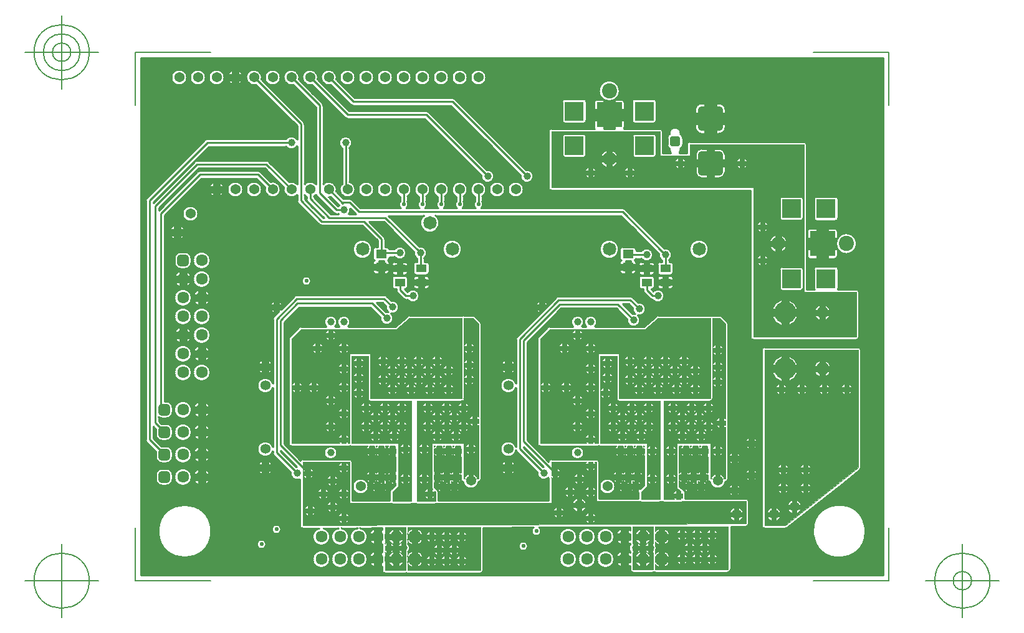
<source format=gbr>
G04 Generated by Ultiboard 13.0 *
%FSLAX25Y25*%
%MOIN*%

%ADD10C,0.00001*%
%ADD11C,0.00005*%
%ADD12C,0.01000*%
%ADD13C,0.00500*%
%ADD14R,0.03337X0.03337*%
%ADD15C,0.02000*%
%ADD16R,0.09211X0.09211*%
%ADD17C,0.04000*%
%ADD18C,0.05400*%
%ADD19C,0.03937*%
%ADD20R,0.05512X0.04134*%
%ADD21C,0.07166*%
%ADD22R,0.05709X0.04528*%
%ADD23R,0.02667X0.02667*%
%ADD24C,0.03333*%
%ADD25C,0.06334*%
%ADD26R,0.02083X0.02083*%
%ADD27C,0.03917*%
%ADD28C,0.11811*%
%ADD29C,0.02100*%
%ADD30C,0.05337*%
%ADD31C,0.07306*%
%ADD32C,0.08093*%
%ADD33R,0.13211X0.13211*%
%ADD34R,0.10000X0.10000*%


G04 ColorRGB 0000FF for the following layer *
%LNCopper Bottom*%
%LPD*%
G54D10*
G36*
X1507Y1507D02*
X1507Y1507D01*
X398493Y1507D01*
X398493Y278493D01*
X1507Y278493D01*
X1507Y1507D01*
D02*
G37*
%LPC*%
G36*
X3990Y202000D02*
G74*
D01*
G02X4579Y203421I2010J1*
G01*
X4579Y203421D01*
X4579Y203421D01*
X35579Y234421D01*
X35579Y234421D01*
G75*
D01*
G02X37000Y235010I1421J-1420*
G01*
X37000Y235010D01*
X79173Y235010D01*
G75*
D01*
G02X84990Y234757I2827J-2009*
G01*
X84990Y234757D01*
X84990Y242168D01*
X63187Y263971D01*
G75*
D01*
G02X66029Y266813I-1187J4029*
G01*
X66029Y266813D01*
X88419Y244423D01*
G74*
D01*
G02X89010Y243000I1418J1423*
G01*
X89010Y243000D01*
X89010Y210949D01*
G75*
D01*
G02X94990Y210949I2990J-2948*
G01*
X94990Y210949D01*
X94990Y252168D01*
X92981Y254177D01*
X92981Y254177D01*
X83187Y263971D01*
G75*
D01*
G02X86029Y266813I-1187J4029*
G01*
X86029Y266813D01*
X90664Y262179D01*
X92981Y259861D01*
X98419Y254423D01*
G74*
D01*
G02X99010Y253000I1418J1423*
G01*
X99010Y253000D01*
X99010Y210949D01*
G75*
D01*
G02X106029Y206813I2992J-2946*
G01*
X106029Y206813D01*
X109832Y203010D01*
X113000Y203010D01*
G74*
D01*
G02X114423Y202419I1J2010*
G01*
X114423Y202419D01*
X118832Y198010D01*
X140406Y198010D01*
G75*
D01*
G02X139990Y201570I1592J1990*
G01*
X139990Y201570D01*
X139990Y204312D01*
G75*
D01*
G02X144010Y204312I2010J3688*
G01*
X144010Y204312D01*
X144010Y201570D01*
G75*
D01*
G02X143594Y198010I-2010J-1569*
G01*
X143594Y198010D01*
X150406Y198010D01*
G75*
D01*
G02X149990Y201570I1592J1990*
G01*
X149990Y201570D01*
X149990Y204312D01*
G75*
D01*
G02X154010Y204312I2010J3688*
G01*
X154010Y204312D01*
X154010Y201570D01*
G75*
D01*
G02X153594Y198010I-2010J-1569*
G01*
X153594Y198010D01*
X160406Y198010D01*
G75*
D01*
G02X159990Y201570I1592J1990*
G01*
X159990Y201570D01*
X159990Y204312D01*
G75*
D01*
G02X164010Y204312I2010J3688*
G01*
X164010Y204312D01*
X164010Y201570D01*
G75*
D01*
G02X163594Y198010I-2010J-1569*
G01*
X163594Y198010D01*
X170406Y198010D01*
G75*
D01*
G02X169990Y201570I1592J1990*
G01*
X169990Y201570D01*
X169990Y204312D01*
G75*
D01*
G02X174010Y204312I2010J3688*
G01*
X174010Y204312D01*
X174010Y201570D01*
G75*
D01*
G02X173594Y198010I-2010J-1569*
G01*
X173594Y198010D01*
X180406Y198010D01*
G75*
D01*
G02X179990Y201570I1592J1990*
G01*
X179990Y201570D01*
X179990Y204312D01*
G75*
D01*
G02X184010Y204312I2010J3688*
G01*
X184010Y204312D01*
X184010Y201570D01*
G75*
D01*
G02X183594Y198010I-2010J-1569*
G01*
X183594Y198010D01*
X259000Y198010D01*
G74*
D01*
G02X260423Y197419I1J2010*
G01*
X260423Y197419D01*
X270373Y187469D01*
X281422Y176420D01*
G75*
D01*
G02X284010Y170173I581J-3419*
G01*
X284010Y170173D01*
X284010Y169314D01*
X284756Y169314D01*
G74*
D01*
G02X286263Y167807I0J1507*
G01*
X286263Y167807D01*
X286263Y163673D01*
G75*
D01*
G02X284756Y162166I-1507J0*
G01*
X284756Y162166D01*
X279244Y162166D01*
G75*
D01*
G02X277737Y163673I0J1507*
G01*
X277737Y163673D01*
X277737Y167807D01*
G75*
D01*
G02X279244Y169314I1507J0*
G01*
X279244Y169314D01*
X279990Y169314D01*
X279990Y170173D01*
G75*
D01*
G02X278580Y173578I2009J2827*
G01*
X278580Y173578D01*
X264689Y187469D01*
X258168Y193990D01*
X159149Y193990D01*
G75*
D01*
G02X152851Y193990I-3149J-3989*
G01*
X152851Y193990D01*
X133852Y193990D01*
X140373Y187469D01*
X150422Y177420D01*
G75*
D01*
G02X153010Y171173I581J-3419*
G01*
X153010Y171173D01*
X153010Y169314D01*
X154256Y169314D01*
G74*
D01*
G02X155763Y167807I0J1507*
G01*
X155763Y167807D01*
X155763Y163673D01*
G75*
D01*
G02X154256Y162166I-1507J0*
G01*
X154256Y162166D01*
X148744Y162166D01*
G75*
D01*
G02X147237Y163673I0J1507*
G01*
X147237Y163673D01*
X147237Y167807D01*
G75*
D01*
G02X148744Y169314I1507J0*
G01*
X148744Y169314D01*
X148990Y169314D01*
X148990Y171173D01*
G75*
D01*
G02X147580Y174578I2009J2827*
G01*
X147580Y174578D01*
X134689Y187469D01*
X131368Y190790D01*
X123595Y190790D01*
X126916Y187469D01*
X131419Y182967D01*
G74*
D01*
G02X132010Y181543I1419J1424*
G01*
X132010Y181543D01*
X132010Y177314D01*
X132854Y177314D01*
G74*
D01*
G02X134348Y176010I1J1507*
G01*
X134348Y176010D01*
X137173Y176010D01*
G75*
D01*
G02X137173Y171990I2826J-2010*
G01*
X137173Y171990D01*
X134362Y171990D01*
X134362Y171280D01*
G75*
D01*
G02X133651Y170000I-1508J0*
G01*
G74*
D01*
G02X134362Y168720I796J1280*
G01*
X134362Y168720D01*
X134362Y167794D01*
X131337Y167794D01*
X131337Y169772D01*
X128663Y169772D01*
X128663Y167794D01*
X125638Y167794D01*
X125638Y168720D01*
G74*
D01*
G02X126349Y170000I1508J0*
G01*
G75*
D01*
G02X125638Y171280I796J1280*
G01*
X125638Y171280D01*
X125638Y175807D01*
G75*
D01*
G02X127146Y177314I1508J-1*
G01*
X127146Y177314D01*
X127990Y177314D01*
X127990Y180711D01*
X119911Y188790D01*
X98200Y188790D01*
G75*
D01*
G02X98183Y188790I-8J2010*
G01*
G74*
D01*
G02X96779Y189379I18J2010*
G01*
X96779Y189379D01*
X92981Y193177D01*
X92981Y193177D01*
X85579Y200579D01*
G75*
D01*
G02X84990Y202004I1420J1421*
G01*
X84990Y202004D01*
X84990Y205051D01*
G75*
D01*
G02X77971Y209187I-2992J2946*
G01*
X77971Y209187D01*
X67668Y219490D01*
X32332Y219490D01*
X11010Y198168D01*
X11010Y196852D01*
X31579Y217421D01*
G74*
D01*
G02X32445Y217931I1420J1421*
G01*
G75*
D01*
G02X33000Y218010I558J-1930*
G01*
X33000Y218010D01*
X64000Y218010D01*
G75*
D01*
G02X64029Y218009I-55J-2009*
G01*
G74*
D01*
G02X65423Y217419I28J2009*
G01*
X65423Y217419D01*
X70813Y212029D01*
G75*
D01*
G02X67971Y209187I1187J-4029*
G01*
X67971Y209187D01*
X63168Y213990D01*
X33832Y213990D01*
X14010Y194168D01*
X14010Y94517D01*
X15042Y94517D01*
G74*
D01*
G02X18517Y91042I0J3475*
G01*
X18517Y91042D01*
X18517Y88959D01*
G75*
D01*
G02X15042Y85483I-3475J-1*
G01*
X15042Y85483D01*
X12959Y85483D01*
G75*
D01*
G02X11010Y86081I0J3476*
G01*
X11010Y86081D01*
X11010Y83832D01*
X12375Y82467D01*
G75*
D01*
G02X12959Y82517I587J-3424*
G01*
X12959Y82517D01*
X15042Y82517D01*
G74*
D01*
G02X18517Y79042I0J3475*
G01*
X18517Y79042D01*
X18517Y76959D01*
G75*
D01*
G02X15042Y73483I-3475J-1*
G01*
X15042Y73483D01*
X12959Y73483D01*
G75*
D01*
G02X9483Y76959I0J3476*
G01*
X9483Y76959D01*
X9483Y79042D01*
G74*
D01*
G02X9533Y79625I3476J4*
G01*
X9533Y79625D01*
X8010Y81148D01*
X8010Y74832D01*
X12375Y70467D01*
G75*
D01*
G02X12959Y70517I587J-3424*
G01*
X12959Y70517D01*
X15042Y70517D01*
G74*
D01*
G02X18517Y67042I0J3475*
G01*
X18517Y67042D01*
X18517Y64959D01*
G75*
D01*
G02X15042Y61483I-3475J-1*
G01*
X15042Y61483D01*
X12959Y61483D01*
G75*
D01*
G02X9483Y64959I0J3476*
G01*
X9483Y64959D01*
X9483Y67042D01*
G74*
D01*
G02X9533Y67625I3476J4*
G01*
X9533Y67625D01*
X4579Y72579D01*
G75*
D01*
G02X3990Y74004I1420J1421*
G01*
X3990Y74004D01*
X3990Y202000D01*
D02*
G37*
G36*
X32345Y94364D02*
X32345Y94364D01*
X32345Y91655D01*
X29636Y91655D01*
G74*
D01*
G02X32345Y94364I4364J1655*
G01*
D02*
G37*
G36*
X35655Y94364D02*
G74*
D01*
G02X38364Y91655I1655J4364*
G01*
X38364Y91655D01*
X35655Y91655D01*
X35655Y94364D01*
D02*
G37*
G36*
X96868Y26528D02*
X96868Y26528D01*
X92981Y26511D01*
X92981Y26511D01*
X88007Y26490D01*
X88000Y26490D01*
G75*
D01*
G02X86490Y28004I0J1510*
G01*
X86490Y28004D01*
X86490Y52868D01*
G75*
D01*
G02X81580Y56578I-1491J3131*
G01*
X81580Y56578D01*
X72579Y65579D01*
G75*
D01*
G02X71990Y67003I1420J1421*
G01*
X71990Y67003D01*
X71990Y67794D01*
G75*
D01*
G02X71990Y70206I-3990J1206*
G01*
X71990Y70206D01*
X71990Y101794D01*
G75*
D01*
G02X71990Y104206I-3990J1206*
G01*
X71990Y104206D01*
X71990Y138576D01*
G75*
D01*
G02X72579Y139999I2010J1*
G01*
X72579Y139999D01*
X75230Y142650D01*
X75230Y143770D01*
X76350Y143770D01*
X83501Y150921D01*
G75*
D01*
G02X84923Y151510I1421J-1420*
G01*
X84923Y151510D01*
X131500Y151510D01*
G74*
D01*
G02X132923Y150919I1J2010*
G01*
X132923Y150919D01*
X135422Y148420D01*
G75*
D01*
G02X135290Y141605I575J-3420*
G01*
G75*
D01*
G02X129580Y139578I-2290J-2604*
G01*
X129580Y139578D01*
X124168Y144990D01*
X86082Y144990D01*
X78010Y136918D01*
X78010Y71832D01*
X86856Y62986D01*
G75*
D01*
G02X88000Y63510I1144J-986*
G01*
X88000Y63510D01*
X113000Y63510D01*
G74*
D01*
G02X114510Y62000I0J1510*
G01*
X114510Y62000D01*
X114510Y41510D01*
X134490Y41510D01*
X134490Y45997D01*
G75*
D01*
G02X134932Y47068I1510J4*
G01*
X134932Y47068D01*
X135230Y47365D01*
X135230Y47770D01*
X135635Y47770D01*
X137490Y49625D01*
X137490Y50868D01*
G74*
D01*
G02X137230Y50757I1491J3131*
G01*
X137230Y50757D01*
X137230Y52770D01*
X137490Y52770D01*
X137490Y55230D01*
X137230Y55230D01*
X137230Y57243D01*
G74*
D01*
G02X137490Y57132I1231J3242*
G01*
X137490Y57132D01*
X137490Y64868D01*
G74*
D01*
G02X137230Y64757I1491J3131*
G01*
X137230Y64757D01*
X137230Y66770D01*
X137490Y66770D01*
X137490Y69230D01*
X137230Y69230D01*
X137230Y70490D01*
X134770Y70490D01*
X134770Y69230D01*
X131230Y69230D01*
X131230Y70490D01*
X128770Y70490D01*
X128770Y69230D01*
X126230Y69230D01*
X126230Y70490D01*
X123770Y70490D01*
X123770Y69230D01*
X121757Y69230D01*
G74*
D01*
G02X122586Y70490I3242J1231*
G01*
X122586Y70490D01*
X114000Y70490D01*
G75*
D01*
G02X113500Y70575I-1J1510*
G01*
G74*
D01*
G02X113000Y70490I499J1425*
G01*
X113000Y70490D01*
X82000Y70490D01*
G75*
D01*
G02X80490Y72000I0J1510*
G01*
X80490Y72000D01*
X80490Y127997D01*
G75*
D01*
G02X80932Y129068I1510J4*
G01*
X80932Y129068D01*
X85932Y134068D01*
G75*
D01*
G02X87002Y134510I1067J-1068*
G01*
X87002Y134510D01*
X100586Y134510D01*
G75*
D01*
G02X105414Y134510I2414J2490*
G01*
X105414Y134510D01*
X107586Y134510D01*
G75*
D01*
G02X112414Y134510I2414J2490*
G01*
X112414Y134510D01*
X137441Y134510D01*
X144017Y140146D01*
G75*
D01*
G02X145003Y140510I983J-1145*
G01*
X145003Y140510D01*
X173000Y140510D01*
G74*
D01*
G02X173500Y140425I1J1510*
G01*
G75*
D01*
G02X174000Y140510I499J-1425*
G01*
X174000Y140510D01*
X179000Y140510D01*
G74*
D01*
G02X180070Y140066I1J1510*
G01*
X180070Y140066D01*
X183066Y137070D01*
G74*
D01*
G02X183510Y136000I1066J1069*
G01*
X183510Y136000D01*
X183510Y53000D01*
G75*
D01*
G02X182170Y51500I-1510J0*
G01*
G75*
D01*
G02X173830Y51500I-4170J493*
G01*
G74*
D01*
G02X172849Y52022I169J1500*
G01*
G74*
D01*
G02X171806Y51039I2849J1978*
G01*
G74*
D01*
G02X172243Y50230I2806J2038*
G01*
X172243Y50230D01*
X170230Y50230D01*
X170230Y52243D01*
G74*
D01*
G02X171230Y51657I1229J3243*
G01*
X171230Y51657D01*
X171230Y52770D01*
X172508Y52770D01*
G75*
D01*
G02X172490Y53000I1491J232*
G01*
X172490Y53000D01*
X172490Y55230D01*
X171230Y55230D01*
X171230Y57243D01*
G74*
D01*
G02X172490Y56414I1231J3242*
G01*
X172490Y56414D01*
X172490Y64868D01*
G74*
D01*
G02X172230Y64757I1491J3131*
G01*
X172230Y64757D01*
X172230Y66770D01*
X172490Y66770D01*
X172490Y69230D01*
X172230Y69230D01*
X172230Y70490D01*
X169770Y70490D01*
X169770Y69230D01*
X167230Y69230D01*
X167230Y70490D01*
X164770Y70490D01*
X164770Y69230D01*
X162230Y69230D01*
X162230Y70490D01*
X159770Y70490D01*
X159770Y69230D01*
X158510Y69230D01*
X158510Y66770D01*
X159770Y66770D01*
X159770Y64757D01*
G74*
D01*
G02X158510Y65586I1231J3242*
G01*
X158510Y65586D01*
X158510Y57132D01*
G74*
D01*
G02X158770Y57243I1491J3131*
G01*
X158770Y57243D01*
X158770Y55230D01*
X158510Y55230D01*
X158510Y52770D01*
X158770Y52770D01*
X158770Y50757D01*
G74*
D01*
G02X158510Y50868I1231J3242*
G01*
X158510Y50868D01*
X158510Y48625D01*
X160066Y47070D01*
G74*
D01*
G02X160510Y46000I1066J1069*
G01*
X160510Y46000D01*
X160510Y41510D01*
X219490Y41510D01*
X219490Y53586D01*
G75*
D01*
G02X213580Y56578I-2491J2413*
G01*
X213580Y56578D01*
X202579Y67579D01*
G74*
D01*
G02X202111Y68313I1420J1421*
G01*
G75*
D01*
G02X201990Y70206I-4111J688*
G01*
X201990Y70206D01*
X201990Y101794D01*
G75*
D01*
G02X201990Y104206I-3990J1206*
G01*
X201990Y104206D01*
X201990Y127825D01*
G75*
D01*
G02X202579Y129250I2010J3*
G01*
X202579Y129250D01*
X223543Y150214D01*
G75*
D01*
G02X224967Y150803I1421J-1420*
G01*
X224967Y150803D01*
X263207Y150803D01*
G74*
D01*
G02X264631Y150212I0J2010*
G01*
X264631Y150212D01*
X267422Y147420D01*
G75*
D01*
G02X267290Y140605I575J-3420*
G01*
G75*
D01*
G02X261580Y138578I-2290J-2604*
G01*
X261580Y138578D01*
X255699Y144459D01*
X226301Y144459D01*
X208010Y126168D01*
X208010Y73832D01*
X219524Y62318D01*
G75*
D01*
G02X221000Y63510I1475J-317*
G01*
X221000Y63510D01*
X245000Y63510D01*
G74*
D01*
G02X246510Y62000I0J1510*
G01*
X246510Y62000D01*
X246510Y42510D01*
X267490Y42510D01*
X267490Y45868D01*
G74*
D01*
G02X267230Y45757I1491J3131*
G01*
X267230Y45757D01*
X267230Y47770D01*
X268635Y47770D01*
X270490Y49625D01*
X270490Y65586D01*
G74*
D01*
G02X269230Y64757I2491J2413*
G01*
X269230Y64757D01*
X269230Y66770D01*
X270490Y66770D01*
X270490Y69230D01*
X269230Y69230D01*
X269230Y70490D01*
X266770Y70490D01*
X266770Y69230D01*
X264230Y69230D01*
X264230Y70490D01*
X261770Y70490D01*
X261770Y69230D01*
X259230Y69230D01*
X259230Y70490D01*
X256770Y70490D01*
X256770Y69230D01*
X254757Y69230D01*
G74*
D01*
G02X255586Y70490I3242J1231*
G01*
X255586Y70490D01*
X247000Y70490D01*
G75*
D01*
G02X246500Y70575I-1J1510*
G01*
G74*
D01*
G02X246000Y70490I499J1425*
G01*
X246000Y70490D01*
X215000Y70490D01*
G75*
D01*
G02X213490Y72000I0J1510*
G01*
X213490Y72000D01*
X213490Y127997D01*
G75*
D01*
G02X213932Y129068I1510J4*
G01*
X213932Y129068D01*
X218932Y134068D01*
G75*
D01*
G02X220002Y134510I1067J-1068*
G01*
X220002Y134510D01*
X232586Y134510D01*
G75*
D01*
G02X237414Y134510I2414J2490*
G01*
X237414Y134510D01*
X239586Y134510D01*
G75*
D01*
G02X244414Y134510I2414J2490*
G01*
X244414Y134510D01*
X270441Y134510D01*
X277017Y140146D01*
G75*
D01*
G02X278003Y140510I983J-1145*
G01*
X278003Y140510D01*
X311000Y140510D01*
G74*
D01*
G02X312070Y140066I1J1510*
G01*
X312070Y140066D01*
X315066Y137070D01*
G74*
D01*
G02X315510Y136000I1066J1069*
G01*
X315510Y136000D01*
X315510Y53000D01*
G75*
D01*
G02X314170Y51500I-1510J0*
G01*
G75*
D01*
G02X305830Y51500I-4170J493*
G01*
G74*
D01*
G02X304849Y52022I169J1500*
G01*
G74*
D01*
G02X303806Y51039I2849J1978*
G01*
G74*
D01*
G02X304243Y50230I2806J2038*
G01*
X304243Y50230D01*
X302230Y50230D01*
X302230Y52243D01*
G74*
D01*
G02X303230Y51657I1229J3243*
G01*
X303230Y51657D01*
X303230Y52770D01*
X304508Y52770D01*
G75*
D01*
G02X304490Y53000I1491J232*
G01*
X304490Y53000D01*
X304490Y55230D01*
X303230Y55230D01*
X303230Y57243D01*
G74*
D01*
G02X304490Y56414I1231J3242*
G01*
X304490Y56414D01*
X304490Y64868D01*
G74*
D01*
G02X304230Y64757I1491J3131*
G01*
X304230Y64757D01*
X304230Y66770D01*
X304490Y66770D01*
X304490Y69230D01*
X304230Y69230D01*
X304230Y70490D01*
X301770Y70490D01*
X301770Y69230D01*
X299230Y69230D01*
X299230Y70490D01*
X296770Y70490D01*
X296770Y69230D01*
X294230Y69230D01*
X294230Y70490D01*
X291770Y70490D01*
X291770Y69230D01*
X289757Y69230D01*
G74*
D01*
G02X290586Y70490I3242J1231*
G01*
X290586Y70490D01*
X289510Y70490D01*
X289510Y56414D01*
G74*
D01*
G02X290770Y57243I2491J2413*
G01*
X290770Y57243D01*
X290770Y55230D01*
X289510Y55230D01*
X289510Y52770D01*
X290770Y52770D01*
X290770Y50757D01*
G74*
D01*
G02X289510Y51586I1231J3242*
G01*
X289510Y51586D01*
X289510Y48808D01*
X291835Y47258D01*
G74*
D01*
G02X292510Y46000I834J1258*
G01*
X292510Y46000D01*
X292510Y42510D01*
X325000Y42510D01*
G74*
D01*
G02X326510Y41000I0J1510*
G01*
X326510Y41000D01*
X326510Y29000D01*
G75*
D01*
G02X325006Y27490I-1510J0*
G01*
X325006Y27490D01*
X317010Y27457D01*
X317010Y4500D01*
G75*
D01*
G02X315500Y2990I-1510J0*
G01*
X315500Y2990D01*
X276500Y2990D01*
G75*
D01*
G02X276000Y3075I-1J1510*
G01*
G74*
D01*
G02X275500Y2990I499J1425*
G01*
X275500Y2990D01*
X264500Y2990D01*
G75*
D01*
G02X262990Y4500I0J1510*
G01*
X262990Y4500D01*
X262990Y6417D01*
G74*
D01*
G02X261655Y5636I2991J3581*
G01*
X261655Y5636D01*
X261655Y8345D01*
X262990Y8345D01*
X262990Y11655D01*
X261655Y11655D01*
X261655Y14364D01*
G74*
D01*
G02X262990Y13583I1657J4363*
G01*
X262990Y13583D01*
X262990Y14276D01*
G75*
D01*
G02X262990Y17724I3009J1724*
G01*
X262990Y17724D01*
X262990Y18417D01*
G74*
D01*
G02X261655Y17636I2991J3581*
G01*
X261655Y17636D01*
X261655Y20345D01*
X262990Y20345D01*
X262990Y23655D01*
X261655Y23655D01*
X261655Y26364D01*
G74*
D01*
G02X262990Y25583I1657J4363*
G01*
X262990Y25583D01*
X262990Y27229D01*
X214551Y27024D01*
G75*
D01*
G02X211432Y27011I-1551J-2023*
G01*
X211432Y27011D01*
X187469Y26910D01*
X187469Y26910D01*
X184510Y26897D01*
X184510Y4000D01*
G75*
D01*
G02X183000Y2490I-1510J0*
G01*
X183000Y2490D01*
X144000Y2490D01*
G75*
D01*
G02X143500Y2575I-1J1510*
G01*
G74*
D01*
G02X143000Y2490I499J1425*
G01*
X143000Y2490D01*
X132000Y2490D01*
G75*
D01*
G02X130490Y4000I0J1510*
G01*
X130490Y4000D01*
X130490Y6053D01*
G74*
D01*
G02X129655Y5636I2492J3945*
G01*
X129655Y5636D01*
X129655Y8345D01*
X130490Y8345D01*
X130490Y11655D01*
X129655Y11655D01*
X129655Y14364D01*
G74*
D01*
G02X130490Y13947I1657J4363*
G01*
X130490Y13947D01*
X130490Y18053D01*
G74*
D01*
G02X129655Y17636I2492J3945*
G01*
X129655Y17636D01*
X129655Y20345D01*
X130490Y20345D01*
X130490Y23655D01*
X129655Y23655D01*
X129655Y26364D01*
G74*
D01*
G02X130490Y25947I1657J4363*
G01*
X130490Y25947D01*
X130490Y26670D01*
X118663Y26620D01*
G75*
D01*
G02X117298Y26614I-662J-4620*
G01*
X117298Y26614D01*
X108905Y26578D01*
G75*
D01*
G02X107056Y26571I-907J-4577*
G01*
X107056Y26571D01*
X99094Y26537D01*
G75*
D01*
G02X96868Y26528I-1095J-4537*
G01*
D02*
G37*
G36*
X27591Y92981D02*
G75*
D01*
G02X27591Y92981I-3591J-2981*
G01*
D02*
G37*
G36*
X93187Y263971D02*
G75*
D01*
G02X96029Y266813I-1187J4029*
G01*
X96029Y266813D01*
X112832Y250010D01*
X154000Y250010D01*
G74*
D01*
G02X155423Y249419I1J2010*
G01*
X155423Y249419D01*
X186422Y218420D01*
G75*
D01*
G02X183580Y215578I578J-3420*
G01*
X183580Y215578D01*
X153168Y245990D01*
X112000Y245990D01*
G75*
D01*
G02X111530Y246046I1J2010*
G01*
G74*
D01*
G02X110579Y246579I470J1953*
G01*
X110579Y246579D01*
X93187Y263971D01*
D02*
G37*
G36*
X376446Y269024D02*
G75*
D01*
G02X376446Y269024I-1446J-14024*
G01*
D02*
G37*
G36*
X376446Y10976D02*
G75*
D01*
G02X376446Y10976I-1446J14024*
G01*
D02*
G37*
G36*
X386510Y122000D02*
X386510Y122000D01*
X386510Y59000D01*
G75*
D01*
G02X385937Y57816I-1510J0*
G01*
X385937Y57816D01*
X376446Y50272D01*
X376445Y50272D01*
X346942Y26820D01*
G74*
D01*
G02X346224Y26507I941J1179*
G01*
G75*
D01*
G02X345999Y26490I-226J1492*
G01*
X345999Y26490D01*
X335000Y26490D01*
G75*
D01*
G02X333490Y28000I0J1510*
G01*
X333490Y28000D01*
X333490Y122000D01*
G75*
D01*
G02X335000Y123510I1510J0*
G01*
X335000Y123510D01*
X385000Y123510D01*
G74*
D01*
G02X386510Y122000I0J1510*
G01*
D02*
G37*
G36*
X283592Y187469D02*
G75*
D01*
G02X283592Y187469I4408J2531*
G01*
D02*
G37*
G36*
X374113Y181973D02*
G75*
D01*
G02X374113Y176027I4682J-2973*
G01*
X374113Y176027D01*
X374113Y172394D01*
G75*
D01*
G02X372606Y170887I-1507J0*
G01*
X372606Y170887D01*
X368877Y170887D01*
X368877Y176123D01*
X374053Y176123D01*
G75*
D01*
G02X374053Y181877I4741J2877*
G01*
X374053Y181877D01*
X368877Y181877D01*
X368877Y187113D01*
X372606Y187113D01*
G74*
D01*
G02X374113Y185606I0J1507*
G01*
X374113Y185606D01*
X374113Y181973D01*
D02*
G37*
G36*
X384000Y154510D02*
G74*
D01*
G02X385510Y153000I0J1510*
G01*
X385510Y153000D01*
X385510Y129000D01*
G75*
D01*
G02X384000Y127490I-1510J0*
G01*
X384000Y127490D01*
X329000Y127490D01*
G75*
D01*
G02X327490Y129000I0J1510*
G01*
X327490Y129000D01*
X327490Y207490D01*
X221000Y207490D01*
G75*
D01*
G02X219490Y209000I0J1510*
G01*
X219490Y209000D01*
X219490Y239000D01*
G75*
D01*
G02X221000Y240510I1510J0*
G01*
X221000Y240510D01*
X244174Y240510D01*
G75*
D01*
G02X243887Y241394I1219J884*
G01*
X243887Y241394D01*
X243887Y245123D01*
X249123Y245123D01*
X249123Y240510D01*
X254877Y240510D01*
X254877Y245123D01*
X260113Y245123D01*
X260113Y241394D01*
G75*
D01*
G02X259826Y240510I-1507J1*
G01*
X259826Y240510D01*
X279000Y240510D01*
G74*
D01*
G02X280510Y239000I0J1510*
G01*
X280510Y239000D01*
X280510Y227510D01*
X284913Y227510D01*
G75*
D01*
G02X284314Y229272I2292J1762*
G01*
X284314Y229272D01*
X284314Y229937D01*
G75*
D01*
G02X283025Y232131I1222J2194*
G01*
X283025Y232131D01*
X283025Y235469D01*
G74*
D01*
G02X284314Y237663I2512J0*
G01*
X284314Y237663D01*
X284314Y238328D01*
G75*
D01*
G02X290097Y238328I2891J0*
G01*
X290097Y238328D01*
X290097Y237663D01*
G74*
D01*
G02X291386Y235469I1222J2194*
G01*
X291386Y235469D01*
X291386Y232131D01*
G75*
D01*
G02X290097Y229937I-2512J0*
G01*
X290097Y229937D01*
X290097Y229272D01*
G75*
D01*
G02X289498Y227510I-2891J0*
G01*
X289498Y227510D01*
X293490Y227510D01*
X293490Y232000D01*
G75*
D01*
G02X295000Y233510I1510J0*
G01*
X295000Y233510D01*
X356000Y233510D01*
G74*
D01*
G02X357510Y232000I0J1510*
G01*
X357510Y232000D01*
X357510Y154510D01*
X361685Y154510D01*
G75*
D01*
G02X361461Y155299I1283J791*
G01*
X361461Y155299D01*
X361461Y165299D01*
G75*
D01*
G02X362969Y166806I1508J-1*
G01*
X362969Y166806D01*
X372969Y166806D01*
G74*
D01*
G02X374476Y165299I0J1507*
G01*
X374476Y165299D01*
X374476Y155299D01*
G75*
D01*
G02X374252Y154510I-1507J2*
G01*
X374252Y154510D01*
X384000Y154510D01*
D02*
G37*
G36*
X24927Y186489D02*
X24927Y186489D01*
X22489Y186489D01*
X22489Y188927D01*
G74*
D01*
G02X24927Y186489I1488J3926*
G01*
D02*
G37*
G36*
X71957Y187469D02*
G75*
D01*
G02X71957Y187469I-11957J-7469*
G01*
D02*
G37*
G36*
X17073Y186489D02*
G74*
D01*
G02X19511Y188927I3926J1488*
G01*
X19511Y188927D01*
X19511Y186489D01*
X17073Y186489D01*
D02*
G37*
G36*
X207422Y218420D02*
G75*
D01*
G02X204580Y215578I578J-3420*
G01*
X204580Y215578D01*
X187469Y232689D01*
X167168Y252990D01*
X115002Y252990D01*
G75*
D01*
G02X113579Y253579I-1J2010*
G01*
X113579Y253579D01*
X103187Y263971D01*
G75*
D01*
G02X106029Y266813I-1187J4029*
G01*
X106029Y266813D01*
X115832Y257010D01*
X168000Y257010D01*
G74*
D01*
G02X169423Y256419I1J2010*
G01*
X169423Y256419D01*
X187469Y238373D01*
X207422Y218420D01*
D02*
G37*
G36*
X357887Y172394D02*
X357887Y172394D01*
X357887Y176123D01*
X363123Y176123D01*
X363123Y170887D01*
X359394Y170887D01*
G75*
D01*
G02X357887Y172394I0J1507*
G01*
D02*
G37*
G36*
X367582Y174669D02*
G75*
D01*
G02X366000Y173087I-1582J0*
G01*
G75*
D01*
G02X364418Y174669I0J1582*
G01*
X364418Y174669D01*
X364418Y183331D01*
G75*
D01*
G02X366000Y184913I1582J0*
G01*
G74*
D01*
G02X367582Y183331I0J1582*
G01*
X367582Y183331D01*
X367582Y174669D01*
D02*
G37*
G36*
X359394Y187113D02*
X359394Y187113D01*
X363123Y187113D01*
X363123Y181877D01*
X357887Y181877D01*
X357887Y185606D01*
G75*
D01*
G02X359394Y187113I1507J0*
G01*
D02*
G37*
G36*
X114800Y49000D02*
G75*
D01*
G02X114800Y49000I4200J0*
G01*
D02*
G37*
G36*
X126770Y45757D02*
G74*
D01*
G02X124757Y47770I1230J3243*
G01*
X124757Y47770D01*
X126770Y47770D01*
X126770Y45757D01*
D02*
G37*
G36*
X132770Y45757D02*
G74*
D01*
G02X131000Y47259I1229J3243*
G01*
G74*
D01*
G02X129230Y45757I2999J1741*
G01*
X129230Y45757D01*
X129230Y47770D01*
X132770Y47770D01*
X132770Y45757D01*
D02*
G37*
G36*
X123819Y54000D02*
G75*
D01*
G02X123819Y54000I1181J0*
G01*
D02*
G37*
G36*
X127500Y51596D02*
G74*
D01*
G02X126770Y51017I2501J2403*
G01*
X126770Y51017D01*
X126770Y50230D01*
X124757Y50230D01*
G74*
D01*
G02X126230Y51983I3243J1229*
G01*
X126230Y51983D01*
X126230Y52770D01*
X128770Y52770D01*
X128770Y50757D01*
G74*
D01*
G02X127500Y51596I1230J3243*
G01*
D02*
G37*
G36*
X123770Y50757D02*
G74*
D01*
G02X121757Y52770I1230J3243*
G01*
X121757Y52770D01*
X123770Y52770D01*
X123770Y50757D01*
D02*
G37*
G36*
X131000Y50741D02*
G74*
D01*
G02X131230Y51087I2998J1743*
G01*
X131230Y51087D01*
X131230Y52770D01*
X134770Y52770D01*
X134770Y50757D01*
G74*
D01*
G02X133000Y52259I1229J3243*
G01*
G74*
D01*
G02X132770Y51913I2998J1743*
G01*
X132770Y51913D01*
X132770Y50230D01*
X129230Y50230D01*
X129230Y52243D01*
G74*
D01*
G02X131000Y50741I1229J3243*
G01*
D02*
G37*
G36*
X128819Y54000D02*
G75*
D01*
G02X128819Y54000I1181J0*
G01*
D02*
G37*
G36*
X132819Y49000D02*
G75*
D01*
G02X132819Y49000I1181J0*
G01*
D02*
G37*
G36*
X126819Y49000D02*
G75*
D01*
G02X126819Y49000I1181J0*
G01*
D02*
G37*
G36*
X134819Y54000D02*
G75*
D01*
G02X134819Y54000I1181J0*
G01*
D02*
G37*
G36*
X135230Y52243D02*
G74*
D01*
G02X137243Y50230I1230J3243*
G01*
X137243Y50230D01*
X135230Y50230D01*
X135230Y52243D01*
D02*
G37*
G36*
X121757Y55230D02*
G74*
D01*
G02X123770Y57243I3243J1230*
G01*
X123770Y57243D01*
X123770Y55230D01*
X121757Y55230D01*
D02*
G37*
G36*
X131230Y57243D02*
G74*
D01*
G02X133000Y55741I1229J3243*
G01*
G74*
D01*
G02X134770Y57243I2999J1741*
G01*
X134770Y57243D01*
X134770Y55230D01*
X131230Y55230D01*
X131230Y57243D01*
D02*
G37*
G36*
X126230Y57243D02*
G74*
D01*
G02X127500Y56404I1230J3243*
G01*
G74*
D01*
G02X128770Y57243I2500J2404*
G01*
X128770Y57243D01*
X128770Y55230D01*
X126230Y55230D01*
X126230Y57243D01*
D02*
G37*
G36*
X123819Y68000D02*
G75*
D01*
G02X123819Y68000I1181J0*
G01*
D02*
G37*
G36*
X123770Y64757D02*
G74*
D01*
G02X121757Y66770I1230J3243*
G01*
X121757Y66770D01*
X123770Y66770D01*
X123770Y64757D01*
D02*
G37*
G36*
X134770Y64757D02*
G74*
D01*
G02X133000Y66259I1229J3243*
G01*
G74*
D01*
G02X131230Y64757I2999J1741*
G01*
X131230Y64757D01*
X131230Y66770D01*
X134770Y66770D01*
X134770Y64757D01*
D02*
G37*
G36*
X128819Y68000D02*
G75*
D01*
G02X128819Y68000I1181J0*
G01*
D02*
G37*
G36*
X128770Y64757D02*
G74*
D01*
G02X127500Y65596I1230J3243*
G01*
G74*
D01*
G02X126230Y64757I2500J2404*
G01*
X126230Y64757D01*
X126230Y66770D01*
X128770Y66770D01*
X128770Y64757D01*
D02*
G37*
G36*
X134819Y68000D02*
G75*
D01*
G02X134819Y68000I1181J0*
G01*
D02*
G37*
G36*
X99531Y67000D02*
G75*
D01*
G02X99531Y67000I3469J0*
G01*
D02*
G37*
G36*
X161770Y45757D02*
G74*
D01*
G02X159757Y47770I1230J3243*
G01*
X159757Y47770D01*
X161770Y47770D01*
X161770Y45757D01*
D02*
G37*
G36*
X167770Y45757D02*
G74*
D01*
G02X166000Y47259I1229J3243*
G01*
G74*
D01*
G02X164230Y45757I2999J1741*
G01*
X164230Y45757D01*
X164230Y47770D01*
X167770Y47770D01*
X167770Y45757D01*
D02*
G37*
G36*
X172243Y47770D02*
G74*
D01*
G02X170230Y45757I3243J1230*
G01*
X170230Y45757D01*
X170230Y47770D01*
X172243Y47770D01*
D02*
G37*
G36*
X163819Y54000D02*
G75*
D01*
G02X163819Y54000I1181J0*
G01*
D02*
G37*
G36*
X158819Y54000D02*
G75*
D01*
G02X158819Y54000I1181J0*
G01*
D02*
G37*
G36*
X168770Y50757D02*
G74*
D01*
G02X167770Y51343I1229J3243*
G01*
X167770Y51343D01*
X167770Y50230D01*
X164230Y50230D01*
X164230Y52243D01*
G74*
D01*
G02X166000Y50741I1229J3243*
G01*
G74*
D01*
G02X166230Y51087I2998J1743*
G01*
X166230Y51087D01*
X166230Y52770D01*
X168770Y52770D01*
X168770Y50757D01*
D02*
G37*
G36*
X161230Y51983D02*
X161230Y51983D01*
X161230Y52770D01*
X163770Y52770D01*
X163770Y50757D01*
G74*
D01*
G02X162500Y51596I1230J3243*
G01*
G74*
D01*
G02X161770Y51017I2501J2403*
G01*
X161770Y51017D01*
X161770Y50230D01*
X159757Y50230D01*
G74*
D01*
G02X161230Y51983I3243J1229*
G01*
D02*
G37*
G36*
X161819Y49000D02*
G75*
D01*
G02X161819Y49000I1181J0*
G01*
D02*
G37*
G36*
X168819Y54000D02*
G75*
D01*
G02X168819Y54000I1181J0*
G01*
D02*
G37*
G36*
X167819Y49000D02*
G75*
D01*
G02X167819Y49000I1181J0*
G01*
D02*
G37*
G36*
X161230Y57243D02*
G74*
D01*
G02X162500Y56404I1230J3243*
G01*
G74*
D01*
G02X163770Y57243I2500J2404*
G01*
X163770Y57243D01*
X163770Y55230D01*
X161230Y55230D01*
X161230Y57243D01*
D02*
G37*
G36*
X166230Y57243D02*
G74*
D01*
G02X167500Y56404I1230J3243*
G01*
G74*
D01*
G02X168770Y57243I2500J2404*
G01*
X168770Y57243D01*
X168770Y55230D01*
X166230Y55230D01*
X166230Y57243D01*
D02*
G37*
G36*
X164819Y68000D02*
G75*
D01*
G02X164819Y68000I1181J0*
G01*
D02*
G37*
G36*
X164770Y64757D02*
G74*
D01*
G02X163500Y65596I1230J3243*
G01*
G74*
D01*
G02X162230Y64757I2500J2404*
G01*
X162230Y64757D01*
X162230Y66770D01*
X164770Y66770D01*
X164770Y64757D01*
D02*
G37*
G36*
X159819Y68000D02*
G75*
D01*
G02X159819Y68000I1181J0*
G01*
D02*
G37*
G36*
X169819Y68000D02*
G75*
D01*
G02X169819Y68000I1181J0*
G01*
D02*
G37*
G36*
X169770Y64757D02*
G74*
D01*
G02X168500Y65596I1230J3243*
G01*
G74*
D01*
G02X167230Y64757I2500J2404*
G01*
X167230Y64757D01*
X167230Y66770D01*
X169770Y66770D01*
X169770Y64757D01*
D02*
G37*
G36*
X196522Y55102D02*
G74*
D01*
G02X194102Y57522I1477J3897*
G01*
X194102Y57522D01*
X196522Y57522D01*
X196522Y55102D01*
D02*
G37*
G36*
X196031Y59000D02*
G75*
D01*
G02X196031Y59000I1969J0*
G01*
D02*
G37*
G36*
X194102Y60478D02*
G74*
D01*
G02X196522Y62898I3897J1477*
G01*
X196522Y62898D01*
X196522Y60478D01*
X194102Y60478D01*
D02*
G37*
G36*
X201898Y57522D02*
G74*
D01*
G02X199478Y55102I3897J1477*
G01*
X199478Y55102D01*
X199478Y57522D01*
X201898Y57522D01*
D02*
G37*
G36*
X199478Y62898D02*
G74*
D01*
G02X201898Y60478I1477J3897*
G01*
X201898Y60478D01*
X199478Y60478D01*
X199478Y62898D01*
D02*
G37*
G36*
X126250Y22000D02*
G75*
D01*
G02X126250Y22000I1750J0*
G01*
D02*
G37*
G36*
X126250Y10000D02*
G75*
D01*
G02X126250Y10000I1750J0*
G01*
D02*
G37*
G36*
X123636Y23655D02*
G74*
D01*
G02X126345Y26364I4364J1655*
G01*
X126345Y26364D01*
X126345Y23655D01*
X123636Y23655D01*
D02*
G37*
G36*
X126345Y17636D02*
G74*
D01*
G02X123636Y20345I1655J4364*
G01*
X123636Y20345D01*
X126345Y20345D01*
X126345Y17636D01*
D02*
G37*
G36*
X126345Y5636D02*
G74*
D01*
G02X123636Y8345I1655J4364*
G01*
X123636Y8345D01*
X126345Y8345D01*
X126345Y5636D01*
D02*
G37*
G36*
X123636Y11655D02*
G74*
D01*
G02X126345Y14364I4364J1655*
G01*
X126345Y14364D01*
X126345Y11655D01*
X123636Y11655D01*
D02*
G37*
G36*
X113333Y10000D02*
G75*
D01*
G02X113333Y10000I4667J0*
G01*
D02*
G37*
G36*
X103333Y10000D02*
G75*
D01*
G02X103333Y10000I4667J0*
G01*
D02*
G37*
G36*
X93333Y10000D02*
G75*
D01*
G02X93333Y10000I4667J0*
G01*
D02*
G37*
G36*
X258250Y22000D02*
G75*
D01*
G02X258250Y22000I1750J0*
G01*
D02*
G37*
G36*
X258250Y10000D02*
G75*
D01*
G02X258250Y10000I1750J0*
G01*
D02*
G37*
G36*
X255636Y23655D02*
G74*
D01*
G02X258345Y26364I4364J1655*
G01*
X258345Y26364D01*
X258345Y23655D01*
X255636Y23655D01*
D02*
G37*
G36*
X258345Y17636D02*
G74*
D01*
G02X255636Y20345I1655J4364*
G01*
X255636Y20345D01*
X258345Y20345D01*
X258345Y17636D01*
D02*
G37*
G36*
X255636Y11655D02*
G74*
D01*
G02X258345Y14364I4364J1655*
G01*
X258345Y14364D01*
X258345Y11655D01*
X255636Y11655D01*
D02*
G37*
G36*
X258345Y5636D02*
G74*
D01*
G02X255636Y8345I1655J4364*
G01*
X255636Y8345D01*
X258345Y8345D01*
X258345Y5636D01*
D02*
G37*
G36*
X245333Y22000D02*
G75*
D01*
G02X245333Y22000I4667J0*
G01*
D02*
G37*
G36*
X235333Y22000D02*
G75*
D01*
G02X235333Y22000I4667J0*
G01*
D02*
G37*
G36*
X225333Y22000D02*
G75*
D01*
G02X225333Y22000I4667J0*
G01*
D02*
G37*
G36*
X203450Y17000D02*
G75*
D01*
G02X203450Y17000I2550J0*
G01*
D02*
G37*
G36*
X245333Y10000D02*
G75*
D01*
G02X245333Y10000I4667J0*
G01*
D02*
G37*
G36*
X235333Y10000D02*
G75*
D01*
G02X235333Y10000I4667J0*
G01*
D02*
G37*
G36*
X225333Y10000D02*
G75*
D01*
G02X225333Y10000I4667J0*
G01*
D02*
G37*
G36*
X57800Y208000D02*
G75*
D01*
G02X57800Y208000I4200J0*
G01*
D02*
G37*
G36*
X23800Y195000D02*
G75*
D01*
G02X23800Y195000I4200J0*
G01*
D02*
G37*
G36*
X40511Y204073D02*
G74*
D01*
G02X38073Y206511I1488J3926*
G01*
X38073Y206511D01*
X40511Y206511D01*
X40511Y204073D01*
D02*
G37*
G36*
X45927Y206511D02*
G74*
D01*
G02X43489Y204073I3926J1488*
G01*
X43489Y204073D01*
X43489Y206511D01*
X45927Y206511D01*
D02*
G37*
G36*
X47800Y208000D02*
G75*
D01*
G02X47800Y208000I4200J0*
G01*
D02*
G37*
G36*
X38073Y209489D02*
G74*
D01*
G02X40511Y211927I3926J1488*
G01*
X40511Y211927D01*
X40511Y209489D01*
X38073Y209489D01*
D02*
G37*
G36*
X43489Y211927D02*
G74*
D01*
G02X45927Y209489I1488J3926*
G01*
X45927Y209489D01*
X43489Y209489D01*
X43489Y211927D01*
D02*
G37*
G36*
X40000Y208000D02*
G75*
D01*
G02X40000Y208000I2000J0*
G01*
D02*
G37*
G36*
X246800Y49000D02*
G75*
D01*
G02X246800Y49000I4200J0*
G01*
D02*
G37*
G36*
X258770Y45757D02*
G74*
D01*
G02X256757Y47770I1230J3243*
G01*
X256757Y47770D01*
X258770Y47770D01*
X258770Y45757D01*
D02*
G37*
G36*
X264770Y45757D02*
G74*
D01*
G02X263000Y47259I1229J3243*
G01*
G74*
D01*
G02X261230Y45757I2999J1741*
G01*
X261230Y45757D01*
X261230Y47770D01*
X264770Y47770D01*
X264770Y45757D01*
D02*
G37*
G36*
X258230Y51983D02*
X258230Y51983D01*
X258230Y52770D01*
X260770Y52770D01*
X260770Y50757D01*
G74*
D01*
G02X259500Y51596I1230J3243*
G01*
G74*
D01*
G02X258770Y51017I2501J2403*
G01*
X258770Y51017D01*
X258770Y50230D01*
X256757Y50230D01*
G74*
D01*
G02X258230Y51983I3243J1229*
G01*
D02*
G37*
G36*
X255819Y54000D02*
G75*
D01*
G02X255819Y54000I1181J0*
G01*
D02*
G37*
G36*
X258819Y49000D02*
G75*
D01*
G02X258819Y49000I1181J0*
G01*
D02*
G37*
G36*
X255770Y50757D02*
G74*
D01*
G02X253757Y52770I1230J3243*
G01*
X253757Y52770D01*
X255770Y52770D01*
X255770Y50757D01*
D02*
G37*
G36*
X265819Y54000D02*
G75*
D01*
G02X265819Y54000I1181J0*
G01*
D02*
G37*
G36*
X260819Y54000D02*
G75*
D01*
G02X260819Y54000I1181J0*
G01*
D02*
G37*
G36*
X268806Y51039D02*
G74*
D01*
G02X269243Y50230I2806J2038*
G01*
X269243Y50230D01*
X267230Y50230D01*
X267230Y52243D01*
G74*
D01*
G02X268230Y51657I1229J3243*
G01*
X268230Y51657D01*
X268230Y52770D01*
X270243Y52770D01*
G74*
D01*
G02X268806Y51039I3243J1230*
G01*
D02*
G37*
G36*
X263000Y50741D02*
G74*
D01*
G02X263230Y51087I2998J1743*
G01*
X263230Y51087D01*
X263230Y52770D01*
X265770Y52770D01*
X265770Y50757D01*
G74*
D01*
G02X264770Y51343I1229J3243*
G01*
X264770Y51343D01*
X264770Y50230D01*
X261230Y50230D01*
X261230Y52243D01*
G74*
D01*
G02X263000Y50741I1229J3243*
G01*
D02*
G37*
G36*
X264819Y49000D02*
G75*
D01*
G02X264819Y49000I1181J0*
G01*
D02*
G37*
G36*
X258230Y57243D02*
G74*
D01*
G02X259500Y56404I1230J3243*
G01*
G74*
D01*
G02X260770Y57243I2500J2404*
G01*
X260770Y57243D01*
X260770Y55230D01*
X258230Y55230D01*
X258230Y57243D01*
D02*
G37*
G36*
X253757Y55230D02*
G74*
D01*
G02X255770Y57243I3243J1230*
G01*
X255770Y57243D01*
X255770Y55230D01*
X253757Y55230D01*
D02*
G37*
G36*
X263230Y57243D02*
G74*
D01*
G02X264500Y56404I1230J3243*
G01*
G74*
D01*
G02X265770Y57243I2500J2404*
G01*
X265770Y57243D01*
X265770Y55230D01*
X263230Y55230D01*
X263230Y57243D01*
D02*
G37*
G36*
X268230Y57243D02*
G74*
D01*
G02X270243Y55230I1230J3243*
G01*
X270243Y55230D01*
X268230Y55230D01*
X268230Y57243D01*
D02*
G37*
G36*
X261770Y64757D02*
G74*
D01*
G02X260500Y65596I1230J3243*
G01*
G74*
D01*
G02X259230Y64757I2500J2404*
G01*
X259230Y64757D01*
X259230Y66770D01*
X261770Y66770D01*
X261770Y64757D01*
D02*
G37*
G36*
X256819Y68000D02*
G75*
D01*
G02X256819Y68000I1181J0*
G01*
D02*
G37*
G36*
X256770Y64757D02*
G74*
D01*
G02X254757Y66770I1230J3243*
G01*
X254757Y66770D01*
X256770Y66770D01*
X256770Y64757D01*
D02*
G37*
G36*
X266819Y68000D02*
G75*
D01*
G02X266819Y68000I1181J0*
G01*
D02*
G37*
G36*
X266770Y64757D02*
G74*
D01*
G02X265500Y65596I1230J3243*
G01*
G74*
D01*
G02X264230Y64757I2500J2404*
G01*
X264230Y64757D01*
X264230Y66770D01*
X266770Y66770D01*
X266770Y64757D01*
D02*
G37*
G36*
X261819Y68000D02*
G75*
D01*
G02X261819Y68000I1181J0*
G01*
D02*
G37*
G36*
X231531Y67000D02*
G75*
D01*
G02X231531Y67000I3469J0*
G01*
D02*
G37*
G36*
X177800Y268000D02*
G75*
D01*
G02X177800Y268000I4200J0*
G01*
D02*
G37*
G36*
X167800Y268000D02*
G75*
D01*
G02X167800Y268000I4200J0*
G01*
D02*
G37*
G36*
X157800Y268000D02*
G75*
D01*
G02X157800Y268000I4200J0*
G01*
D02*
G37*
G36*
X147800Y268000D02*
G75*
D01*
G02X147800Y268000I4200J0*
G01*
D02*
G37*
G36*
X137800Y268000D02*
G75*
D01*
G02X137800Y268000I4200J0*
G01*
D02*
G37*
G36*
X127800Y268000D02*
G75*
D01*
G02X127800Y268000I4200J0*
G01*
D02*
G37*
G36*
X117800Y268000D02*
G75*
D01*
G02X117800Y268000I4200J0*
G01*
D02*
G37*
G36*
X107800Y268000D02*
G75*
D01*
G02X107800Y268000I4200J0*
G01*
D02*
G37*
G36*
X108990Y230173D02*
G75*
D01*
G02X113010Y230173I2010J2826*
G01*
X113010Y230173D01*
X113010Y212077D01*
G75*
D01*
G02X108990Y210929I-1010J-4077*
G01*
X108990Y210929D01*
X108990Y230173D01*
D02*
G37*
G36*
X127800Y208000D02*
G75*
D01*
G02X127800Y208000I4200J0*
G01*
D02*
G37*
G36*
X117800Y208000D02*
G75*
D01*
G02X117800Y208000I4200J0*
G01*
D02*
G37*
G36*
X24927Y183511D02*
G74*
D01*
G02X22489Y181073I3926J1488*
G01*
X22489Y181073D01*
X22489Y183511D01*
X24927Y183511D01*
D02*
G37*
G36*
X19511Y181073D02*
G74*
D01*
G02X17073Y183511I1488J3926*
G01*
X17073Y183511D01*
X19511Y183511D01*
X19511Y181073D01*
D02*
G37*
G36*
X19000Y185000D02*
G75*
D01*
G02X19000Y185000I2000J0*
G01*
D02*
G37*
G36*
X25042Y174517D02*
G74*
D01*
G02X28517Y171042I0J3475*
G01*
X28517Y171042D01*
X28517Y168959D01*
G75*
D01*
G02X25042Y165483I-3475J-1*
G01*
X25042Y165483D01*
X22959Y165483D01*
G75*
D01*
G02X19483Y168959I0J3476*
G01*
X19483Y168959D01*
X19483Y171042D01*
G75*
D01*
G02X22959Y174517I3476J-1*
G01*
X22959Y174517D01*
X25042Y174517D01*
D02*
G37*
G36*
X28364Y158345D02*
G74*
D01*
G02X25655Y155636I4364J1655*
G01*
X25655Y155636D01*
X25655Y158345D01*
X28364Y158345D01*
D02*
G37*
G36*
X19636Y161655D02*
G74*
D01*
G02X22345Y164364I4364J1655*
G01*
X22345Y164364D01*
X22345Y161655D01*
X19636Y161655D01*
D02*
G37*
G36*
X22345Y155636D02*
G74*
D01*
G02X19636Y158345I1655J4364*
G01*
X19636Y158345D01*
X22345Y158345D01*
X22345Y155636D01*
D02*
G37*
G36*
X22031Y160000D02*
G75*
D01*
G02X22031Y160000I1969J0*
G01*
D02*
G37*
G36*
X25655Y164364D02*
G74*
D01*
G02X28364Y161655I1655J4364*
G01*
X28364Y161655D01*
X25655Y161655D01*
X25655Y164364D01*
D02*
G37*
G36*
X29333Y170000D02*
G75*
D01*
G02X29333Y170000I4667J0*
G01*
D02*
G37*
G36*
X87450Y159000D02*
G75*
D01*
G02X87450Y159000I2550J0*
G01*
D02*
G37*
G36*
X29636Y151655D02*
G74*
D01*
G02X32345Y154364I4364J1655*
G01*
X32345Y154364D01*
X32345Y151655D01*
X29636Y151655D01*
D02*
G37*
G36*
X38364Y148345D02*
G74*
D01*
G02X35655Y145636I4364J1655*
G01*
X35655Y145636D01*
X35655Y148345D01*
X38364Y148345D01*
D02*
G37*
G36*
X32345Y145636D02*
G74*
D01*
G02X29636Y148345I1655J4364*
G01*
X29636Y148345D01*
X32345Y148345D01*
X32345Y145636D01*
D02*
G37*
G36*
X32031Y150000D02*
G75*
D01*
G02X32031Y150000I1969J0*
G01*
D02*
G37*
G36*
X35655Y154364D02*
G74*
D01*
G02X38364Y151655I1655J4364*
G01*
X38364Y151655D01*
X35655Y151655D01*
X35655Y154364D01*
D02*
G37*
G36*
X29333Y160000D02*
G75*
D01*
G02X29333Y160000I4667J0*
G01*
D02*
G37*
G36*
X70757Y146230D02*
G74*
D01*
G02X72770Y148243I3243J1230*
G01*
X72770Y148243D01*
X72770Y146230D01*
X70757Y146230D01*
D02*
G37*
G36*
X72770Y141757D02*
G74*
D01*
G02X70757Y143770I1230J3243*
G01*
X70757Y143770D01*
X72770Y143770D01*
X72770Y141757D01*
D02*
G37*
G36*
X75230Y148243D02*
G74*
D01*
G02X77243Y146230I1230J3243*
G01*
X77243Y146230D01*
X75230Y146230D01*
X75230Y148243D01*
D02*
G37*
G36*
X72819Y145000D02*
G75*
D01*
G02X72819Y145000I1181J0*
G01*
D02*
G37*
G36*
X19333Y150000D02*
G75*
D01*
G02X19333Y150000I4667J0*
G01*
D02*
G37*
G36*
X29333Y140000D02*
G75*
D01*
G02X29333Y140000I4667J0*
G01*
D02*
G37*
G36*
X19333Y140000D02*
G75*
D01*
G02X19333Y140000I4667J0*
G01*
D02*
G37*
G36*
X28364Y128345D02*
G74*
D01*
G02X25655Y125636I4364J1655*
G01*
X25655Y125636D01*
X25655Y128345D01*
X28364Y128345D01*
D02*
G37*
G36*
X22345Y125636D02*
G74*
D01*
G02X19636Y128345I1655J4364*
G01*
X19636Y128345D01*
X22345Y128345D01*
X22345Y125636D01*
D02*
G37*
G36*
X19636Y131655D02*
G74*
D01*
G02X22345Y134364I4364J1655*
G01*
X22345Y134364D01*
X22345Y131655D01*
X19636Y131655D01*
D02*
G37*
G36*
X22031Y130000D02*
G75*
D01*
G02X22031Y130000I1969J0*
G01*
D02*
G37*
G36*
X25655Y134364D02*
G74*
D01*
G02X28364Y131655I1655J4364*
G01*
X28364Y131655D01*
X25655Y131655D01*
X25655Y134364D01*
D02*
G37*
G36*
X29636Y121655D02*
G74*
D01*
G02X32345Y124364I4364J1655*
G01*
X32345Y124364D01*
X32345Y121655D01*
X29636Y121655D01*
D02*
G37*
G36*
X32345Y115636D02*
G74*
D01*
G02X29636Y118345I1655J4364*
G01*
X29636Y118345D01*
X32345Y118345D01*
X32345Y115636D01*
D02*
G37*
G36*
X38364Y118345D02*
G74*
D01*
G02X35655Y115636I4364J1655*
G01*
X35655Y115636D01*
X35655Y118345D01*
X38364Y118345D01*
D02*
G37*
G36*
X32031Y120000D02*
G75*
D01*
G02X32031Y120000I1969J0*
G01*
D02*
G37*
G36*
X35655Y124364D02*
G74*
D01*
G02X38364Y121655I1655J4364*
G01*
X38364Y121655D01*
X35655Y121655D01*
X35655Y124364D01*
D02*
G37*
G36*
X29333Y130000D02*
G75*
D01*
G02X29333Y130000I4667J0*
G01*
D02*
G37*
G36*
X64102Y114478D02*
G74*
D01*
G02X66522Y116898I3897J1477*
G01*
X66522Y116898D01*
X66522Y114478D01*
X64102Y114478D01*
D02*
G37*
G36*
X71898Y111522D02*
G74*
D01*
G02X69478Y109102I3897J1477*
G01*
X69478Y109102D01*
X69478Y111522D01*
X71898Y111522D01*
D02*
G37*
G36*
X66522Y109102D02*
G74*
D01*
G02X64102Y111522I1477J3897*
G01*
X64102Y111522D01*
X66522Y111522D01*
X66522Y109102D01*
D02*
G37*
G36*
X69478Y116898D02*
G74*
D01*
G02X71898Y114478I1477J3897*
G01*
X71898Y114478D01*
X69478Y114478D01*
X69478Y116898D01*
D02*
G37*
G36*
X66031Y113000D02*
G75*
D01*
G02X66031Y113000I1969J0*
G01*
D02*
G37*
G36*
X19333Y120000D02*
G75*
D01*
G02X19333Y120000I4667J0*
G01*
D02*
G37*
G36*
X29333Y110000D02*
G75*
D01*
G02X29333Y110000I4667J0*
G01*
D02*
G37*
G36*
X19333Y110000D02*
G75*
D01*
G02X19333Y110000I4667J0*
G01*
D02*
G37*
G36*
X67800Y268000D02*
G75*
D01*
G02X67800Y268000I4200J0*
G01*
D02*
G37*
G36*
X17800Y268000D02*
G75*
D01*
G02X17800Y268000I4200J0*
G01*
D02*
G37*
G36*
X27800Y268000D02*
G75*
D01*
G02X27800Y268000I4200J0*
G01*
D02*
G37*
G36*
X37800Y268000D02*
G75*
D01*
G02X37800Y268000I4200J0*
G01*
D02*
G37*
G36*
X55927Y266511D02*
G74*
D01*
G02X53489Y264073I3926J1488*
G01*
X53489Y264073D01*
X53489Y266511D01*
X55927Y266511D01*
D02*
G37*
G36*
X50000Y268000D02*
G75*
D01*
G02X50000Y268000I2000J0*
G01*
D02*
G37*
G36*
X50511Y264073D02*
G74*
D01*
G02X48073Y266511I1488J3926*
G01*
X48073Y266511D01*
X50511Y266511D01*
X50511Y264073D01*
D02*
G37*
G36*
X53489Y271927D02*
G74*
D01*
G02X55927Y269489I1488J3926*
G01*
X55927Y269489D01*
X53489Y269489D01*
X53489Y271927D01*
D02*
G37*
G36*
X48073Y269489D02*
G74*
D01*
G02X50511Y271927I3926J1488*
G01*
X50511Y271927D01*
X50511Y269489D01*
X48073Y269489D01*
D02*
G37*
G36*
X38364Y88345D02*
G74*
D01*
G02X35655Y85636I4364J1655*
G01*
X35655Y85636D01*
X35655Y88345D01*
X38364Y88345D01*
D02*
G37*
G36*
X32250Y90000D02*
G75*
D01*
G02X32250Y90000I1750J0*
G01*
D02*
G37*
G36*
X32345Y85636D02*
G74*
D01*
G02X29636Y88345I1655J4364*
G01*
X29636Y88345D01*
X32345Y88345D01*
X32345Y85636D01*
D02*
G37*
G36*
X35655Y82364D02*
G74*
D01*
G02X38364Y79655I1655J4364*
G01*
X38364Y79655D01*
X35655Y79655D01*
X35655Y82364D01*
D02*
G37*
G36*
X29636Y79655D02*
G74*
D01*
G02X32345Y82364I4364J1655*
G01*
X32345Y82364D01*
X32345Y79655D01*
X29636Y79655D01*
D02*
G37*
G36*
X38364Y76345D02*
G74*
D01*
G02X35655Y73636I4364J1655*
G01*
X35655Y73636D01*
X35655Y76345D01*
X38364Y76345D01*
D02*
G37*
G36*
X32250Y78000D02*
G75*
D01*
G02X32250Y78000I1750J0*
G01*
D02*
G37*
G36*
X32345Y73636D02*
G74*
D01*
G02X29636Y76345I1655J4364*
G01*
X29636Y76345D01*
X32345Y76345D01*
X32345Y73636D01*
D02*
G37*
G36*
X19333Y78000D02*
G75*
D01*
G02X19333Y78000I4667J0*
G01*
D02*
G37*
G36*
X35655Y70364D02*
G74*
D01*
G02X38364Y67655I1655J4364*
G01*
X38364Y67655D01*
X35655Y67655D01*
X35655Y70364D01*
D02*
G37*
G36*
X38364Y64345D02*
G74*
D01*
G02X35655Y61636I4364J1655*
G01*
X35655Y61636D01*
X35655Y64345D01*
X38364Y64345D01*
D02*
G37*
G36*
X29636Y67655D02*
G74*
D01*
G02X32345Y70364I4364J1655*
G01*
X32345Y70364D01*
X32345Y67655D01*
X29636Y67655D01*
D02*
G37*
G36*
X32250Y66000D02*
G75*
D01*
G02X32250Y66000I1750J0*
G01*
D02*
G37*
G36*
X32345Y61636D02*
G74*
D01*
G02X29636Y64345I1655J4364*
G01*
X29636Y64345D01*
X32345Y64345D01*
X32345Y61636D01*
D02*
G37*
G36*
X19333Y66000D02*
G75*
D01*
G02X19333Y66000I4667J0*
G01*
D02*
G37*
G36*
X64102Y60478D02*
G74*
D01*
G02X66522Y62898I3897J1477*
G01*
X66522Y62898D01*
X66522Y60478D01*
X64102Y60478D01*
D02*
G37*
G36*
X71898Y57522D02*
G74*
D01*
G02X69478Y55102I3897J1477*
G01*
X69478Y55102D01*
X69478Y57522D01*
X71898Y57522D01*
D02*
G37*
G36*
X69478Y62898D02*
G74*
D01*
G02X71898Y60478I1477J3897*
G01*
X71898Y60478D01*
X69478Y60478D01*
X69478Y62898D01*
D02*
G37*
G36*
X66031Y59000D02*
G75*
D01*
G02X66031Y59000I1969J0*
G01*
D02*
G37*
G36*
X66522Y55102D02*
G74*
D01*
G02X64102Y57522I1477J3897*
G01*
X64102Y57522D01*
X66522Y57522D01*
X66522Y55102D01*
D02*
G37*
G36*
X35655Y58364D02*
G74*
D01*
G02X38364Y55655I1655J4364*
G01*
X38364Y55655D01*
X35655Y55655D01*
X35655Y58364D01*
D02*
G37*
G36*
X29636Y55655D02*
G74*
D01*
G02X32345Y58364I4364J1655*
G01*
X32345Y58364D01*
X32345Y55655D01*
X29636Y55655D01*
D02*
G37*
G36*
X38364Y52345D02*
G74*
D01*
G02X35655Y49636I4364J1655*
G01*
X35655Y49636D01*
X35655Y52345D01*
X38364Y52345D01*
D02*
G37*
G36*
X32250Y54000D02*
G75*
D01*
G02X32250Y54000I1750J0*
G01*
D02*
G37*
G36*
X32345Y49636D02*
G74*
D01*
G02X29636Y52345I1655J4364*
G01*
X29636Y52345D01*
X32345Y52345D01*
X32345Y49636D01*
D02*
G37*
G36*
X19333Y54000D02*
G75*
D01*
G02X19333Y54000I4667J0*
G01*
D02*
G37*
G36*
X9483Y55042D02*
G75*
D01*
G02X12959Y58517I3476J-1*
G01*
X12959Y58517D01*
X15042Y58517D01*
G74*
D01*
G02X18517Y55042I0J3475*
G01*
X18517Y55042D01*
X18517Y52959D01*
G75*
D01*
G02X15042Y49483I-3475J-1*
G01*
X15042Y49483D01*
X12959Y49483D01*
G75*
D01*
G02X9483Y52959I0J3476*
G01*
X9483Y52959D01*
X9483Y55042D01*
D02*
G37*
G36*
X71450Y26000D02*
G75*
D01*
G02X71450Y26000I2550J0*
G01*
D02*
G37*
G36*
X63450Y18000D02*
G75*
D01*
G02X63450Y18000I2550J0*
G01*
D02*
G37*
G36*
X10902Y25000D02*
G75*
D01*
G02X10902Y25000I14098J0*
G01*
D02*
G37*
G36*
X362969Y191194D02*
G75*
D01*
G02X361461Y192701I-1J1507*
G01*
X361461Y192701D01*
X361461Y202701D01*
G75*
D01*
G02X362969Y204208I1508J-1*
G01*
X362969Y204208D01*
X372969Y204208D01*
G74*
D01*
G02X374476Y202701I0J1507*
G01*
X374476Y202701D01*
X374476Y192701D01*
G75*
D01*
G02X372969Y191194I-1507J0*
G01*
X372969Y191194D01*
X362969Y191194D01*
D02*
G37*
G36*
X301500Y237878D02*
G75*
D01*
G02X297983Y241394I-1J3516*
G01*
X297983Y241394D01*
X297983Y243120D01*
X303225Y243120D01*
X303225Y237878D01*
X301500Y237878D01*
D02*
G37*
G36*
X310711Y237878D02*
X310711Y237878D01*
X308986Y237878D01*
X308986Y243120D01*
X314228Y243120D01*
X314228Y241394D01*
G75*
D01*
G02X310711Y237878I-3517J1*
G01*
D02*
G37*
G36*
X301500Y254122D02*
X301500Y254122D01*
X303225Y254122D01*
X303225Y248880D01*
X297983Y248880D01*
X297983Y250606D01*
G75*
D01*
G02X301500Y254122I3517J-1*
G01*
D02*
G37*
G36*
X301578Y244615D02*
G75*
D01*
G02X300193Y246000I0J1385*
G01*
G75*
D01*
G02X301578Y247385I1385J0*
G01*
X301578Y247385D01*
X310633Y247385D01*
G74*
D01*
G02X312018Y246000I0J1385*
G01*
G75*
D01*
G02X310633Y244615I-1385J0*
G01*
X310633Y244615D01*
X301578Y244615D01*
D02*
G37*
G36*
X314228Y250606D02*
X314228Y250606D01*
X314228Y248880D01*
X308986Y248880D01*
X308986Y254122D01*
X310711Y254122D01*
G74*
D01*
G02X314228Y250606I1J3516*
G01*
D02*
G37*
G36*
X187800Y208000D02*
G75*
D01*
G02X187800Y208000I4200J0*
G01*
D02*
G37*
G36*
X197800Y208000D02*
G75*
D01*
G02X197800Y208000I4200J0*
G01*
D02*
G37*
G36*
X239806Y244969D02*
G75*
D01*
G02X238299Y243461I-1507J-1*
G01*
X238299Y243461D01*
X228299Y243461D01*
G75*
D01*
G02X226792Y244969I1J1508*
G01*
X226792Y244969D01*
X226792Y254969D01*
G75*
D01*
G02X228299Y256476I1507J0*
G01*
X228299Y256476D01*
X238299Y256476D01*
G74*
D01*
G02X239806Y254969I0J1507*
G01*
X239806Y254969D01*
X239806Y244969D01*
D02*
G37*
G36*
X277208Y244969D02*
G75*
D01*
G02X275701Y243461I-1507J-1*
G01*
X275701Y243461D01*
X265701Y243461D01*
G75*
D01*
G02X264194Y244969I1J1508*
G01*
X264194Y244969D01*
X264194Y254969D01*
G75*
D01*
G02X265701Y256476I1507J0*
G01*
X265701Y256476D01*
X275701Y256476D01*
G74*
D01*
G02X277208Y254969I0J1507*
G01*
X277208Y254969D01*
X277208Y244969D01*
D02*
G37*
G36*
X254973Y256113D02*
X254973Y256113D01*
X258606Y256113D01*
G74*
D01*
G02X260113Y254606I0J1507*
G01*
X260113Y254606D01*
X260113Y250877D01*
X254877Y250877D01*
X254877Y256053D01*
G75*
D01*
G02X249123Y256053I-2877J4741*
G01*
X249123Y256053D01*
X249123Y250877D01*
X243887Y250877D01*
X243887Y254606D01*
G75*
D01*
G02X245394Y256113I1507J0*
G01*
X245394Y256113D01*
X249027Y256113D01*
G75*
D01*
G02X254973Y256113I2973J4682*
G01*
D02*
G37*
G36*
X256331Y249582D02*
G74*
D01*
G02X257913Y248000I0J1582*
G01*
G75*
D01*
G02X256331Y246418I-1582J0*
G01*
X256331Y246418D01*
X247669Y246418D01*
G75*
D01*
G02X246087Y248000I0J1582*
G01*
G75*
D01*
G02X247669Y249582I1582J0*
G01*
X247669Y249582D01*
X256331Y249582D01*
D02*
G37*
G36*
X293770Y45757D02*
G74*
D01*
G02X291757Y47770I1230J3243*
G01*
X291757Y47770D01*
X293770Y47770D01*
X293770Y45757D01*
D02*
G37*
G36*
X299770Y45757D02*
G74*
D01*
G02X298000Y47259I1229J3243*
G01*
G74*
D01*
G02X296230Y45757I2999J1741*
G01*
X296230Y45757D01*
X296230Y47770D01*
X299770Y47770D01*
X299770Y45757D01*
D02*
G37*
G36*
X304243Y47770D02*
G74*
D01*
G02X302230Y45757I3243J1230*
G01*
X302230Y45757D01*
X302230Y47770D01*
X304243Y47770D01*
D02*
G37*
G36*
X290819Y54000D02*
G75*
D01*
G02X290819Y54000I1181J0*
G01*
D02*
G37*
G36*
X298000Y50741D02*
G74*
D01*
G02X298230Y51087I2998J1743*
G01*
X298230Y51087D01*
X298230Y52770D01*
X300770Y52770D01*
X300770Y50757D01*
G74*
D01*
G02X299770Y51343I1229J3243*
G01*
X299770Y51343D01*
X299770Y50230D01*
X296230Y50230D01*
X296230Y52243D01*
G74*
D01*
G02X298000Y50741I1229J3243*
G01*
D02*
G37*
G36*
X295819Y54000D02*
G75*
D01*
G02X295819Y54000I1181J0*
G01*
D02*
G37*
G36*
X293230Y51983D02*
X293230Y51983D01*
X293230Y52770D01*
X295770Y52770D01*
X295770Y50757D01*
G74*
D01*
G02X294500Y51596I1230J3243*
G01*
G74*
D01*
G02X293770Y51017I2501J2403*
G01*
X293770Y51017D01*
X293770Y50230D01*
X291757Y50230D01*
G74*
D01*
G02X293230Y51983I3243J1229*
G01*
D02*
G37*
G36*
X293819Y49000D02*
G75*
D01*
G02X293819Y49000I1181J0*
G01*
D02*
G37*
G36*
X300819Y54000D02*
G75*
D01*
G02X300819Y54000I1181J0*
G01*
D02*
G37*
G36*
X299819Y49000D02*
G75*
D01*
G02X299819Y49000I1181J0*
G01*
D02*
G37*
G36*
X298230Y57243D02*
G74*
D01*
G02X299500Y56404I1230J3243*
G01*
G74*
D01*
G02X300770Y57243I2500J2404*
G01*
X300770Y57243D01*
X300770Y55230D01*
X298230Y55230D01*
X298230Y57243D01*
D02*
G37*
G36*
X293230Y57243D02*
G74*
D01*
G02X294500Y56404I1230J3243*
G01*
G74*
D01*
G02X295770Y57243I2500J2404*
G01*
X295770Y57243D01*
X295770Y55230D01*
X293230Y55230D01*
X293230Y57243D01*
D02*
G37*
G36*
X291770Y64757D02*
G74*
D01*
G02X289757Y66770I1230J3243*
G01*
X289757Y66770D01*
X291770Y66770D01*
X291770Y64757D01*
D02*
G37*
G36*
X296819Y68000D02*
G75*
D01*
G02X296819Y68000I1181J0*
G01*
D02*
G37*
G36*
X296770Y64757D02*
G74*
D01*
G02X295500Y65596I1230J3243*
G01*
G74*
D01*
G02X294230Y64757I2500J2404*
G01*
X294230Y64757D01*
X294230Y66770D01*
X296770Y66770D01*
X296770Y64757D01*
D02*
G37*
G36*
X291819Y68000D02*
G75*
D01*
G02X291819Y68000I1181J0*
G01*
D02*
G37*
G36*
X301819Y68000D02*
G75*
D01*
G02X301819Y68000I1181J0*
G01*
D02*
G37*
G36*
X301770Y64757D02*
G74*
D01*
G02X300500Y65596I1230J3243*
G01*
G74*
D01*
G02X299230Y64757I2500J2404*
G01*
X299230Y64757D01*
X299230Y66770D01*
X301770Y66770D01*
X301770Y64757D01*
D02*
G37*
G36*
X324757Y73230D02*
G74*
D01*
G02X326770Y75243I3243J1230*
G01*
X326770Y75243D01*
X326770Y73230D01*
X324757Y73230D01*
D02*
G37*
G36*
X329230Y75243D02*
G74*
D01*
G02X331243Y73230I1230J3243*
G01*
X331243Y73230D01*
X329230Y73230D01*
X329230Y75243D01*
D02*
G37*
G36*
X326770Y68757D02*
G74*
D01*
G02X324757Y70770I1230J3243*
G01*
X324757Y70770D01*
X326770Y70770D01*
X326770Y68757D01*
D02*
G37*
G36*
X326819Y72000D02*
G75*
D01*
G02X326819Y72000I1181J0*
G01*
D02*
G37*
G36*
X331243Y70770D02*
G74*
D01*
G02X329230Y68757I3243J1230*
G01*
X329230Y68757D01*
X329230Y70770D01*
X331243Y70770D01*
D02*
G37*
G36*
X320230Y67243D02*
G74*
D01*
G02X322243Y65230I1230J3243*
G01*
X322243Y65230D01*
X320230Y65230D01*
X320230Y67243D01*
D02*
G37*
G36*
X315757Y65230D02*
G74*
D01*
G02X317770Y67243I3243J1230*
G01*
X317770Y67243D01*
X317770Y65230D01*
X315757Y65230D01*
D02*
G37*
G36*
X324757Y56230D02*
G74*
D01*
G02X326770Y58243I3243J1230*
G01*
X326770Y58243D01*
X326770Y56230D01*
X324757Y56230D01*
D02*
G37*
G36*
X329230Y58243D02*
G74*
D01*
G02X331243Y56230I1230J3243*
G01*
X331243Y56230D01*
X329230Y56230D01*
X329230Y58243D01*
D02*
G37*
G36*
X317770Y60757D02*
G74*
D01*
G02X315757Y62770I1230J3243*
G01*
X315757Y62770D01*
X317770Y62770D01*
X317770Y60757D01*
D02*
G37*
G36*
X322243Y62770D02*
G74*
D01*
G02X320230Y60757I3243J1230*
G01*
X320230Y60757D01*
X320230Y62770D01*
X322243Y62770D01*
D02*
G37*
G36*
X317819Y64000D02*
G75*
D01*
G02X317819Y64000I1181J0*
G01*
D02*
G37*
G36*
X326770Y51757D02*
G74*
D01*
G02X324757Y53770I1230J3243*
G01*
X324757Y53770D01*
X326770Y53770D01*
X326770Y51757D01*
D02*
G37*
G36*
X326819Y55000D02*
G75*
D01*
G02X326819Y55000I1181J0*
G01*
D02*
G37*
G36*
X331243Y53770D02*
G74*
D01*
G02X329230Y51757I3243J1230*
G01*
X329230Y51757D01*
X329230Y53770D01*
X331243Y53770D01*
D02*
G37*
G36*
X320230Y50243D02*
G74*
D01*
G02X322243Y48230I1230J3243*
G01*
X322243Y48230D01*
X320230Y48230D01*
X320230Y50243D01*
D02*
G37*
G36*
X315757Y48230D02*
G74*
D01*
G02X317770Y50243I3243J1230*
G01*
X317770Y50243D01*
X317770Y48230D01*
X315757Y48230D01*
D02*
G37*
G36*
X317770Y43757D02*
G74*
D01*
G02X315757Y45770I1230J3243*
G01*
X315757Y45770D01*
X317770Y45770D01*
X317770Y43757D01*
D02*
G37*
G36*
X322243Y45770D02*
G74*
D01*
G02X320230Y43757I3243J1230*
G01*
X320230Y43757D01*
X320230Y45770D01*
X322243Y45770D01*
D02*
G37*
G36*
X317819Y47000D02*
G75*
D01*
G02X317819Y47000I1181J0*
G01*
D02*
G37*
G36*
X286263Y156193D02*
G75*
D01*
G02X284756Y154686I-1507J0*
G01*
X284756Y154686D01*
X283267Y154686D01*
X283267Y156992D01*
X286263Y156992D01*
X286263Y156193D01*
D02*
G37*
G36*
X286263Y160327D02*
X286263Y160327D01*
X286263Y159527D01*
X283267Y159527D01*
X283267Y161834D01*
X284756Y161834D01*
G74*
D01*
G02X286263Y160327I0J1507*
G01*
D02*
G37*
G36*
X294917Y176000D02*
G75*
D01*
G02X294917Y176000I5083J0*
G01*
D02*
G37*
G36*
X267737Y167807D02*
G75*
D01*
G02X269244Y169314I1507J0*
G01*
X269244Y169314D01*
X270733Y169314D01*
X270733Y167008D01*
X267737Y167008D01*
X267737Y167807D01*
D02*
G37*
G36*
X266362Y168720D02*
X266362Y168720D01*
X266362Y167794D01*
X263337Y167794D01*
X263337Y169772D01*
X260663Y169772D01*
X260663Y167794D01*
X257638Y167794D01*
X257638Y168720D01*
G74*
D01*
G02X258349Y170000I1508J0*
G01*
G75*
D01*
G02X257638Y171280I796J1280*
G01*
X257638Y171280D01*
X257638Y175807D01*
G75*
D01*
G02X259146Y177314I1508J-1*
G01*
X259146Y177314D01*
X264854Y177314D01*
G74*
D01*
G02X266362Y175807I1J1507*
G01*
X266362Y175807D01*
X266362Y175010D01*
X269173Y175010D01*
G75*
D01*
G02X269173Y170990I2826J-2010*
G01*
X269173Y170990D01*
X266334Y170990D01*
G74*
D01*
G02X265651Y170000I1480J290*
G01*
G74*
D01*
G02X266362Y168720I796J1280*
G01*
D02*
G37*
G36*
X276263Y167807D02*
X276263Y167807D01*
X276263Y167008D01*
X273267Y167008D01*
X273267Y169314D01*
X274756Y169314D01*
G74*
D01*
G02X276263Y167807I0J1507*
G01*
D02*
G37*
G36*
X246917Y176000D02*
G75*
D01*
G02X246917Y176000I5083J0*
G01*
D02*
G37*
G36*
X279244Y161834D02*
X279244Y161834D01*
X280733Y161834D01*
X280733Y159527D01*
X277737Y159527D01*
X277737Y160327D01*
G75*
D01*
G02X279244Y161834I1507J0*
G01*
D02*
G37*
G36*
X267737Y163673D02*
X267737Y163673D01*
X267737Y164473D01*
X270733Y164473D01*
X270733Y162166D01*
X269244Y162166D01*
G75*
D01*
G02X267737Y163673I0J1507*
G01*
D02*
G37*
G36*
X274756Y162166D02*
X274756Y162166D01*
X273267Y162166D01*
X273267Y164473D01*
X276263Y164473D01*
X276263Y163673D01*
G75*
D01*
G02X274756Y162166I-1507J0*
G01*
D02*
G37*
G36*
X266362Y164193D02*
G75*
D01*
G02X264854Y162686I-1508J1*
G01*
X264854Y162686D01*
X263337Y162686D01*
X263337Y165119D01*
X266362Y165119D01*
X266362Y164193D01*
D02*
G37*
G36*
X257638Y164193D02*
X257638Y164193D01*
X257638Y165119D01*
X260663Y165119D01*
X260663Y162686D01*
X259146Y162686D01*
G75*
D01*
G02X257638Y164193I-1J1507*
G01*
D02*
G37*
G36*
X277737Y156193D02*
X277737Y156193D01*
X277737Y156992D01*
X280733Y156992D01*
X280733Y154686D01*
X279244Y154686D01*
G75*
D01*
G02X277737Y156193I0J1507*
G01*
D02*
G37*
G36*
X212757Y146230D02*
G74*
D01*
G02X214770Y148243I3243J1230*
G01*
X214770Y148243D01*
X214770Y146230D01*
X212757Y146230D01*
D02*
G37*
G36*
X217230Y148243D02*
G74*
D01*
G02X219243Y146230I1230J3243*
G01*
X219243Y146230D01*
X217230Y146230D01*
X217230Y148243D01*
D02*
G37*
G36*
X214819Y145000D02*
G75*
D01*
G02X214819Y145000I1181J0*
G01*
D02*
G37*
G36*
X214770Y141757D02*
G74*
D01*
G02X212757Y143770I1230J3243*
G01*
X212757Y143770D01*
X214770Y143770D01*
X214770Y141757D01*
D02*
G37*
G36*
X275599Y153503D02*
G75*
D01*
G02X275172Y148992I2400J-2503*
G01*
G74*
D01*
G02X273839Y149579I88J2007*
G01*
X273839Y149579D01*
X270579Y152839D01*
G75*
D01*
G02X269990Y154263I1420J1421*
G01*
X269990Y154263D01*
X269990Y154686D01*
X269244Y154686D01*
G75*
D01*
G02X267737Y156193I0J1507*
G01*
X267737Y156193D01*
X267737Y160327D01*
G75*
D01*
G02X269244Y161834I1507J0*
G01*
X269244Y161834D01*
X274756Y161834D01*
G74*
D01*
G02X276263Y160327I0J1507*
G01*
X276263Y160327D01*
X276263Y156193D01*
G75*
D01*
G02X274756Y154686I-1507J0*
G01*
X274756Y154686D01*
X274416Y154686D01*
X275599Y153503D01*
D02*
G37*
G36*
X201898Y111522D02*
G74*
D01*
G02X199478Y109102I3897J1477*
G01*
X199478Y109102D01*
X199478Y111522D01*
X201898Y111522D01*
D02*
G37*
G36*
X194102Y114478D02*
G74*
D01*
G02X196522Y116898I3897J1477*
G01*
X196522Y116898D01*
X196522Y114478D01*
X194102Y114478D01*
D02*
G37*
G36*
X196522Y109102D02*
G74*
D01*
G02X194102Y111522I1477J3897*
G01*
X194102Y111522D01*
X196522Y111522D01*
X196522Y109102D01*
D02*
G37*
G36*
X196031Y113000D02*
G75*
D01*
G02X196031Y113000I1969J0*
G01*
D02*
G37*
G36*
X199478Y116898D02*
G74*
D01*
G02X201898Y114478I1477J3897*
G01*
X201898Y114478D01*
X199478Y114478D01*
X199478Y116898D01*
D02*
G37*
G36*
X114917Y176000D02*
G75*
D01*
G02X114917Y176000I5083J0*
G01*
D02*
G37*
G36*
X162917Y176000D02*
G75*
D01*
G02X162917Y176000I5083J0*
G01*
D02*
G37*
G36*
X135737Y167807D02*
G75*
D01*
G02X137244Y169314I1507J0*
G01*
X137244Y169314D01*
X138733Y169314D01*
X138733Y167008D01*
X135737Y167008D01*
X135737Y167807D01*
D02*
G37*
G36*
X144263Y167807D02*
X144263Y167807D01*
X144263Y167008D01*
X141267Y167008D01*
X141267Y169314D01*
X142756Y169314D01*
G74*
D01*
G02X144263Y167807I0J1507*
G01*
D02*
G37*
G36*
X155763Y160327D02*
X155763Y160327D01*
X155763Y159527D01*
X152767Y159527D01*
X152767Y161834D01*
X154256Y161834D01*
G74*
D01*
G02X155763Y160327I0J1507*
G01*
D02*
G37*
G36*
X148744Y161834D02*
X148744Y161834D01*
X150233Y161834D01*
X150233Y159527D01*
X147237Y159527D01*
X147237Y160327D01*
G75*
D01*
G02X148744Y161834I1507J0*
G01*
D02*
G37*
G36*
X135737Y163673D02*
X135737Y163673D01*
X135737Y164473D01*
X138733Y164473D01*
X138733Y162166D01*
X137244Y162166D01*
G75*
D01*
G02X135737Y163673I0J1507*
G01*
D02*
G37*
G36*
X142756Y162166D02*
X142756Y162166D01*
X141267Y162166D01*
X141267Y164473D01*
X144263Y164473D01*
X144263Y163673D01*
G75*
D01*
G02X142756Y162166I-1507J0*
G01*
D02*
G37*
G36*
X134362Y164193D02*
G75*
D01*
G02X132854Y162686I-1508J1*
G01*
X132854Y162686D01*
X131337Y162686D01*
X131337Y165119D01*
X134362Y165119D01*
X134362Y164193D01*
D02*
G37*
G36*
X125638Y164193D02*
X125638Y164193D01*
X125638Y165119D01*
X128663Y165119D01*
X128663Y162686D01*
X127146Y162686D01*
G75*
D01*
G02X125638Y164193I-1J1507*
G01*
D02*
G37*
G36*
X155763Y156193D02*
G75*
D01*
G02X154256Y154686I-1507J0*
G01*
X154256Y154686D01*
X152767Y154686D01*
X152767Y156992D01*
X155763Y156992D01*
X155763Y156193D01*
D02*
G37*
G36*
X147237Y156193D02*
X147237Y156193D01*
X147237Y156992D01*
X150233Y156992D01*
X150233Y154686D01*
X148744Y154686D01*
G75*
D01*
G02X147237Y156193I0J1507*
G01*
D02*
G37*
G36*
X144173Y153010D02*
G75*
D01*
G02X144173Y148990I2826J-2010*
G01*
X144173Y148990D01*
X143262Y148990D01*
G75*
D01*
G02X141839Y149579I-1J2010*
G01*
X141839Y149579D01*
X138579Y152839D01*
G75*
D01*
G02X137990Y154263I1420J1421*
G01*
X137990Y154263D01*
X137990Y154686D01*
X137244Y154686D01*
G75*
D01*
G02X135737Y156193I0J1507*
G01*
X135737Y156193D01*
X135737Y160327D01*
G75*
D01*
G02X137244Y161834I1507J0*
G01*
X137244Y161834D01*
X142756Y161834D01*
G74*
D01*
G02X144263Y160327I0J1507*
G01*
X144263Y160327D01*
X144263Y156193D01*
G75*
D01*
G02X142756Y154686I-1507J0*
G01*
X142756Y154686D01*
X142416Y154686D01*
X144092Y153010D01*
X144173Y153010D01*
D02*
G37*
%LPD*%
G36*
X384000Y129000D02*
X384000Y129000D01*
X384000Y153000D01*
X356000Y153000D01*
X356000Y232000D01*
X295000Y232000D01*
X295000Y226000D01*
X279000Y226000D01*
X279000Y239000D01*
X221000Y239000D01*
X221000Y209000D01*
X329000Y209000D01*
X329000Y129000D01*
X384000Y129000D01*
D02*
G37*
%LPC*%
G36*
X324054Y219222D02*
X324054Y219222D01*
X324054Y220946D01*
X325778Y220946D01*
G74*
D01*
G02X324054Y219222I2778J1054*
G01*
D02*
G37*
G36*
X321946Y219222D02*
G74*
D01*
G02X320222Y220946I1054J2778*
G01*
X320222Y220946D01*
X321946Y220946D01*
X321946Y219222D01*
D02*
G37*
G36*
X301578Y220615D02*
G75*
D01*
G02X301578Y223385I0J1385*
G01*
X301578Y223385D01*
X310633Y223385D01*
G75*
D01*
G02X310633Y220615I0J-1385*
G01*
X310633Y220615D01*
X301578Y220615D01*
D02*
G37*
G36*
X310711Y214377D02*
X310711Y214377D01*
X308111Y214377D01*
X308111Y219995D01*
X313728Y219995D01*
X313728Y217394D01*
G75*
D01*
G02X310711Y214377I-3017J0*
G01*
D02*
G37*
G36*
X292778Y220946D02*
G74*
D01*
G02X291054Y219222I2778J1054*
G01*
X291054Y219222D01*
X291054Y220946D01*
X292778Y220946D01*
D02*
G37*
G36*
X287222Y220946D02*
X287222Y220946D01*
X288946Y220946D01*
X288946Y219222D01*
G74*
D01*
G02X287222Y220946I1054J2778*
G01*
D02*
G37*
G36*
X301500Y214377D02*
G75*
D01*
G02X298483Y217394I0J3017*
G01*
X298483Y217394D01*
X298483Y219995D01*
X304101Y219995D01*
X304101Y214377D01*
X301500Y214377D01*
D02*
G37*
G36*
X313728Y226606D02*
X313728Y226606D01*
X313728Y224005D01*
X308111Y224005D01*
X308111Y229623D01*
X310711Y229623D01*
G74*
D01*
G02X313728Y226606I0J3017*
G01*
D02*
G37*
G36*
X321819Y222000D02*
G75*
D01*
G02X321819Y222000I1181J0*
G01*
D02*
G37*
G36*
X320222Y223054D02*
G74*
D01*
G02X321946Y224778I2778J1054*
G01*
X321946Y224778D01*
X321946Y223054D01*
X320222Y223054D01*
D02*
G37*
G36*
X324054Y224778D02*
G74*
D01*
G02X325778Y223054I1054J2778*
G01*
X325778Y223054D01*
X324054Y223054D01*
X324054Y224778D01*
D02*
G37*
G36*
X243054Y219778D02*
G74*
D01*
G02X244778Y218054I1054J2778*
G01*
X244778Y218054D01*
X243054Y218054D01*
X243054Y219778D01*
D02*
G37*
G36*
X244778Y215946D02*
G74*
D01*
G02X243054Y214222I2778J1054*
G01*
X243054Y214222D01*
X243054Y215946D01*
X244778Y215946D01*
D02*
G37*
G36*
X239222Y218054D02*
G74*
D01*
G02X240946Y219778I2778J1054*
G01*
X240946Y219778D01*
X240946Y218054D01*
X239222Y218054D01*
D02*
G37*
G36*
X240946Y214222D02*
G74*
D01*
G02X239222Y215946I1054J2778*
G01*
X239222Y215946D01*
X240946Y215946D01*
X240946Y214222D01*
D02*
G37*
G36*
X240819Y217000D02*
G75*
D01*
G02X240819Y217000I1181J0*
G01*
D02*
G37*
G36*
X260222Y218054D02*
G74*
D01*
G02X261946Y219778I2778J1054*
G01*
X261946Y219778D01*
X261946Y218054D01*
X260222Y218054D01*
D02*
G37*
G36*
X264054Y219778D02*
G74*
D01*
G02X265778Y218054I1054J2778*
G01*
X265778Y218054D01*
X264054Y218054D01*
X264054Y219778D01*
D02*
G37*
G36*
X265778Y215946D02*
G74*
D01*
G02X264054Y214222I2778J1054*
G01*
X264054Y214222D01*
X264054Y215946D01*
X265778Y215946D01*
D02*
G37*
G36*
X261946Y214222D02*
G74*
D01*
G02X260222Y215946I1054J2778*
G01*
X260222Y215946D01*
X261946Y215946D01*
X261946Y214222D01*
D02*
G37*
G36*
X261819Y217000D02*
G75*
D01*
G02X261819Y217000I1181J0*
G01*
D02*
G37*
G36*
X254448Y226029D02*
G75*
D01*
G02X254448Y222727I-2447J-1651*
G01*
X254448Y222727D01*
X256353Y222727D01*
G74*
D01*
G02X253651Y220025I4353J1651*
G01*
X253651Y220025D01*
X253651Y221930D01*
G75*
D01*
G02X250349Y221930I-1651J2447*
G01*
X250349Y221930D01*
X250349Y220025D01*
G74*
D01*
G02X247647Y222727I1651J4353*
G01*
X247647Y222727D01*
X249552Y222727D01*
G75*
D01*
G02X249552Y226029I2447J1651*
G01*
X249552Y226029D01*
X247647Y226029D01*
G74*
D01*
G02X250349Y228731I4353J1651*
G01*
X250349Y228731D01*
X250349Y226826D01*
G75*
D01*
G02X253651Y226826I1651J-2447*
G01*
X253651Y226826D01*
X253651Y228731D01*
G74*
D01*
G02X256353Y226029I1651J4353*
G01*
X256353Y226029D01*
X254448Y226029D01*
D02*
G37*
G36*
X239307Y226465D02*
G75*
D01*
G02X238299Y225457I-1008J0*
G01*
X238299Y225457D01*
X228299Y225457D01*
G75*
D01*
G02X227292Y226465I1J1008*
G01*
X227292Y226465D01*
X227292Y236465D01*
G75*
D01*
G02X228299Y237472I1007J0*
G01*
X228299Y237472D01*
X238299Y237472D01*
G74*
D01*
G02X239307Y236465I1J1007*
G01*
X239307Y236465D01*
X239307Y226465D01*
D02*
G37*
G36*
X276708Y226465D02*
G75*
D01*
G02X275701Y225457I-1007J-1*
G01*
X275701Y225457D01*
X265701Y225457D01*
G75*
D01*
G02X264693Y226465I0J1008*
G01*
X264693Y226465D01*
X264693Y236465D01*
G75*
D01*
G02X265701Y237472I1008J-1*
G01*
X265701Y237472D01*
X275701Y237472D01*
G74*
D01*
G02X276708Y236465I0J1007*
G01*
X276708Y236465D01*
X276708Y226465D01*
D02*
G37*
G36*
X291054Y224778D02*
G74*
D01*
G02X292778Y223054I1054J2778*
G01*
X292778Y223054D01*
X291054Y223054D01*
X291054Y224778D01*
D02*
G37*
G36*
X287222Y223054D02*
G74*
D01*
G02X288946Y224778I2778J1054*
G01*
X288946Y224778D01*
X288946Y223054D01*
X287222Y223054D01*
D02*
G37*
G36*
X288819Y222000D02*
G75*
D01*
G02X288819Y222000I1181J0*
G01*
D02*
G37*
G36*
X301500Y229623D02*
X301500Y229623D01*
X304101Y229623D01*
X304101Y224005D01*
X298483Y224005D01*
X298483Y226606D01*
G75*
D01*
G02X301500Y229623I3017J0*
G01*
D02*
G37*
G36*
X349388Y144005D02*
G75*
D01*
G02X349388Y139995I-3387J-2005*
G01*
X349388Y139995D01*
X352611Y139995D01*
G74*
D01*
G02X348005Y135389I6611J2005*
G01*
X348005Y135389D01*
X348005Y138612D01*
G75*
D01*
G02X343995Y138612I-2005J3387*
G01*
X343995Y138612D01*
X343995Y135389D01*
G74*
D01*
G02X339389Y139995I2005J6611*
G01*
X339389Y139995D01*
X342612Y139995D01*
G75*
D01*
G02X342612Y144005I3387J2005*
G01*
X342612Y144005D01*
X339389Y144005D01*
G74*
D01*
G02X343995Y148611I6611J2005*
G01*
X343995Y148611D01*
X343995Y145388D01*
G75*
D01*
G02X348005Y145388I2005J-3387*
G01*
X348005Y145388D01*
X348005Y148611D01*
G74*
D01*
G02X352611Y144005I2005J6611*
G01*
X352611Y144005D01*
X349388Y144005D01*
D02*
G37*
G36*
X364521Y138101D02*
G74*
D01*
G02X362101Y140521I1479J3899*
G01*
X362101Y140521D01*
X364521Y140521D01*
X364521Y138101D01*
D02*
G37*
G36*
X364250Y142000D02*
G75*
D01*
G02X364250Y142000I1750J0*
G01*
D02*
G37*
G36*
X369899Y140521D02*
G74*
D01*
G02X367479Y138101I3899J1479*
G01*
X367479Y138101D01*
X367479Y140521D01*
X369899Y140521D01*
D02*
G37*
G36*
X362101Y143479D02*
G74*
D01*
G02X364521Y145899I3899J1479*
G01*
X364521Y145899D01*
X364521Y143479D01*
X362101Y143479D01*
D02*
G37*
G36*
X367479Y145899D02*
G74*
D01*
G02X369899Y143479I1479J3899*
G01*
X369899Y143479D01*
X367479Y143479D01*
X367479Y145899D01*
D02*
G37*
G36*
X344465Y154292D02*
G75*
D01*
G02X343457Y155299I-1J1007*
G01*
X343457Y155299D01*
X343457Y165299D01*
G75*
D01*
G02X344465Y166307I1008J0*
G01*
X344465Y166307D01*
X354465Y166307D01*
G74*
D01*
G02X355472Y165299I1J1008*
G01*
X355472Y165299D01*
X355472Y155299D01*
G75*
D01*
G02X354465Y154292I-1007J0*
G01*
X354465Y154292D01*
X344465Y154292D01*
D02*
G37*
G36*
X331222Y171054D02*
G74*
D01*
G02X332946Y172778I2778J1054*
G01*
X332946Y172778D01*
X332946Y171054D01*
X331222Y171054D01*
D02*
G37*
G36*
X335054Y172778D02*
G74*
D01*
G02X336778Y171054I1054J2778*
G01*
X336778Y171054D01*
X335054Y171054D01*
X335054Y172778D01*
D02*
G37*
G36*
X336778Y168946D02*
G74*
D01*
G02X335054Y167222I2778J1054*
G01*
X335054Y167222D01*
X335054Y168946D01*
X336778Y168946D01*
D02*
G37*
G36*
X332946Y167222D02*
G74*
D01*
G02X331222Y168946I1054J2778*
G01*
X331222Y168946D01*
X332946Y168946D01*
X332946Y167222D01*
D02*
G37*
G36*
X332819Y170000D02*
G75*
D01*
G02X332819Y170000I1181J0*
G01*
D02*
G37*
G36*
X344826Y180651D02*
G75*
D01*
G02X344826Y177349I-2447J-1651*
G01*
X344826Y177349D01*
X346731Y177349D01*
G74*
D01*
G02X344029Y174647I4353J1651*
G01*
X344029Y174647D01*
X344029Y176552D01*
G75*
D01*
G02X340727Y176552I-1651J2447*
G01*
X340727Y176552D01*
X340727Y174647D01*
G74*
D01*
G02X338025Y177349I1651J4353*
G01*
X338025Y177349D01*
X339930Y177349D01*
G75*
D01*
G02X339930Y180651I2447J1651*
G01*
X339930Y180651D01*
X338025Y180651D01*
G74*
D01*
G02X340727Y183353I4353J1651*
G01*
X340727Y183353D01*
X340727Y181448D01*
G75*
D01*
G02X344029Y181448I1651J-2447*
G01*
X344029Y181448D01*
X344029Y183353D01*
G74*
D01*
G02X346731Y180651I1651J4353*
G01*
X346731Y180651D01*
X344826Y180651D01*
D02*
G37*
G36*
X332819Y188000D02*
G75*
D01*
G02X332819Y188000I1181J0*
G01*
D02*
G37*
G36*
X336778Y186946D02*
G74*
D01*
G02X335054Y185222I2778J1054*
G01*
X335054Y185222D01*
X335054Y186946D01*
X336778Y186946D01*
D02*
G37*
G36*
X332946Y185222D02*
G74*
D01*
G02X331222Y186946I1054J2778*
G01*
X331222Y186946D01*
X332946Y186946D01*
X332946Y185222D01*
D02*
G37*
G36*
X331222Y189054D02*
G74*
D01*
G02X332946Y190778I2778J1054*
G01*
X332946Y190778D01*
X332946Y189054D01*
X331222Y189054D01*
D02*
G37*
G36*
X335054Y190778D02*
G74*
D01*
G02X336778Y189054I1054J2778*
G01*
X336778Y189054D01*
X335054Y189054D01*
X335054Y190778D01*
D02*
G37*
G36*
X344465Y191693D02*
G75*
D01*
G02X343457Y192701I0J1008*
G01*
X343457Y192701D01*
X343457Y202701D01*
G75*
D01*
G02X344465Y203708I1008J-1*
G01*
X344465Y203708D01*
X354465Y203708D01*
G74*
D01*
G02X355472Y202701I0J1007*
G01*
X355472Y202701D01*
X355472Y192701D01*
G75*
D01*
G02X354465Y191693I-1007J-1*
G01*
X354465Y191693D01*
X344465Y191693D01*
D02*
G37*
%LPD*%
G36*
X135859Y40000D02*
X135859Y40000D01*
X113000Y40000D01*
X113000Y62000D01*
X88000Y62000D01*
X88000Y28000D01*
X166978Y28333D01*
X166978Y28333D01*
X261467Y28732D01*
X261467Y28732D01*
X325000Y29000D01*
X325000Y41000D01*
X291141Y41000D01*
G74*
D01*
G02X291000Y40990I142J999*
G01*
X291000Y40990D01*
X281000Y40990D01*
G75*
D01*
G02X280859Y41000I1J1010*
G01*
X280859Y41000D01*
X279141Y41000D01*
G74*
D01*
G02X279000Y40990I142J999*
G01*
X279000Y40990D01*
X269000Y40990D01*
G75*
D01*
G02X268859Y41000I1J1010*
G01*
X268859Y41000D01*
X245000Y41000D01*
X245000Y62000D01*
X244197Y62000D01*
G74*
D01*
G02X244778Y61054I2196J2000*
G01*
X244778Y61054D01*
X243054Y61054D01*
X243054Y62000D01*
X240946Y62000D01*
X240946Y61054D01*
X239222Y61054D01*
G74*
D01*
G02X239803Y62000I2778J1054*
G01*
X239803Y62000D01*
X221000Y62000D01*
X221000Y58197D01*
G74*
D01*
G02X221946Y58778I2000J2196*
G01*
X221946Y58778D01*
X221946Y57054D01*
X221000Y57054D01*
X221000Y54946D01*
X221946Y54946D01*
X221946Y53222D01*
G74*
D01*
G02X221000Y53803I1054J2778*
G01*
X221000Y53803D01*
X221000Y40000D01*
X159141Y40000D01*
G74*
D01*
G02X159000Y39990I142J999*
G01*
X159000Y39990D01*
X149000Y39990D01*
G75*
D01*
G02X148859Y40000I1J1010*
G01*
X148859Y40000D01*
X146141Y40000D01*
G74*
D01*
G02X146000Y39990I142J999*
G01*
X146000Y39990D01*
X136000Y39990D01*
G75*
D01*
G02X135859Y40000I1J1010*
G01*
D02*
G37*
%LPC*%
G36*
X321477Y35302D02*
G75*
D01*
G02X321477Y32698I-1476J-1302*
G01*
X321477Y32698D01*
X323432Y32698D01*
G74*
D01*
G02X321302Y30568I3431J1301*
G01*
X321302Y30568D01*
X321302Y32523D01*
G75*
D01*
G02X318698Y32523I-1302J1476*
G01*
X318698Y32523D01*
X318698Y30568D01*
G74*
D01*
G02X316568Y32698I1301J3431*
G01*
X316568Y32698D01*
X318523Y32698D01*
G75*
D01*
G02X318523Y35302I1476J1302*
G01*
X318523Y35302D01*
X316568Y35302D01*
G74*
D01*
G02X318698Y37432I3431J1301*
G01*
X318698Y37432D01*
X318698Y35477D01*
G75*
D01*
G02X321302Y35477I1302J-1476*
G01*
X321302Y35477D01*
X321302Y37432D01*
G74*
D01*
G02X323432Y35302I1301J3431*
G01*
X323432Y35302D01*
X321477Y35302D01*
D02*
G37*
G36*
X112778Y57946D02*
G74*
D01*
G02X111054Y56222I2778J1054*
G01*
X111054Y56222D01*
X111054Y57946D01*
X112778Y57946D01*
D02*
G37*
G36*
X107222Y60054D02*
G74*
D01*
G02X108946Y61778I2778J1054*
G01*
X108946Y61778D01*
X108946Y60054D01*
X107222Y60054D01*
D02*
G37*
G36*
X108946Y56222D02*
G74*
D01*
G02X107222Y57946I1054J2778*
G01*
X107222Y57946D01*
X108946Y57946D01*
X108946Y56222D01*
D02*
G37*
G36*
X108819Y59000D02*
G75*
D01*
G02X108819Y59000I1181J0*
G01*
D02*
G37*
G36*
X111054Y61778D02*
G74*
D01*
G02X112778Y60054I1054J2778*
G01*
X112778Y60054D01*
X111054Y60054D01*
X111054Y61778D01*
D02*
G37*
G36*
X88222Y57054D02*
G74*
D01*
G02X89946Y58778I2778J1054*
G01*
X89946Y58778D01*
X89946Y57054D01*
X88222Y57054D01*
D02*
G37*
G36*
X93778Y54946D02*
G74*
D01*
G02X92054Y53222I2778J1054*
G01*
X92054Y53222D01*
X92054Y54946D01*
X93778Y54946D01*
D02*
G37*
G36*
X89946Y53222D02*
G74*
D01*
G02X88222Y54946I1054J2778*
G01*
X88222Y54946D01*
X89946Y54946D01*
X89946Y53222D01*
D02*
G37*
G36*
X89819Y56000D02*
G75*
D01*
G02X89819Y56000I1181J0*
G01*
D02*
G37*
G36*
X92054Y58778D02*
G74*
D01*
G02X93778Y57054I1054J2778*
G01*
X93778Y57054D01*
X92054Y57054D01*
X92054Y58778D01*
D02*
G37*
G36*
X105054Y54778D02*
G74*
D01*
G02X106778Y53054I1054J2778*
G01*
X106778Y53054D01*
X105054Y53054D01*
X105054Y54778D01*
D02*
G37*
G36*
X106778Y50946D02*
G74*
D01*
G02X105054Y49222I2778J1054*
G01*
X105054Y49222D01*
X105054Y50946D01*
X106778Y50946D01*
D02*
G37*
G36*
X101222Y53054D02*
G74*
D01*
G02X102946Y54778I2778J1054*
G01*
X102946Y54778D01*
X102946Y53054D01*
X101222Y53054D01*
D02*
G37*
G36*
X102946Y49222D02*
G74*
D01*
G02X101222Y50946I1054J2778*
G01*
X101222Y50946D01*
X102946Y50946D01*
X102946Y49222D01*
D02*
G37*
G36*
X102819Y52000D02*
G75*
D01*
G02X102819Y52000I1181J0*
G01*
D02*
G37*
G36*
X111054Y47778D02*
G74*
D01*
G02X112778Y46054I1054J2778*
G01*
X112778Y46054D01*
X111054Y46054D01*
X111054Y47778D01*
D02*
G37*
G36*
X108946Y42222D02*
G74*
D01*
G02X107222Y43946I1054J2778*
G01*
X107222Y43946D01*
X108946Y43946D01*
X108946Y42222D01*
D02*
G37*
G36*
X107222Y46054D02*
G74*
D01*
G02X108946Y47778I2778J1054*
G01*
X108946Y47778D01*
X108946Y46054D01*
X107222Y46054D01*
D02*
G37*
G36*
X108819Y45000D02*
G75*
D01*
G02X108819Y45000I1181J0*
G01*
D02*
G37*
G36*
X112778Y43946D02*
G74*
D01*
G02X111054Y42222I2778J1054*
G01*
X111054Y42222D01*
X111054Y43946D01*
X112778Y43946D01*
D02*
G37*
G36*
X101778Y43946D02*
G74*
D01*
G02X100054Y42222I2778J1054*
G01*
X100054Y42222D01*
X100054Y43946D01*
X101778Y43946D01*
D02*
G37*
G36*
X97946Y42222D02*
G74*
D01*
G02X96222Y43946I1054J2778*
G01*
X96222Y43946D01*
X97946Y43946D01*
X97946Y42222D01*
D02*
G37*
G36*
X96222Y46054D02*
G74*
D01*
G02X97946Y47778I2778J1054*
G01*
X97946Y47778D01*
X97946Y46054D01*
X96222Y46054D01*
D02*
G37*
G36*
X100054Y47778D02*
G74*
D01*
G02X101778Y46054I1054J2778*
G01*
X101778Y46054D01*
X100054Y46054D01*
X100054Y47778D01*
D02*
G37*
G36*
X97819Y45000D02*
G75*
D01*
G02X97819Y45000I1181J0*
G01*
D02*
G37*
G36*
X107222Y33054D02*
G74*
D01*
G02X108946Y34778I2778J1054*
G01*
X108946Y34778D01*
X108946Y33054D01*
X107222Y33054D01*
D02*
G37*
G36*
X112778Y30946D02*
G74*
D01*
G02X111054Y29222I2778J1054*
G01*
X111054Y29222D01*
X111054Y30946D01*
X112778Y30946D01*
D02*
G37*
G36*
X108946Y29222D02*
G74*
D01*
G02X107222Y30946I1054J2778*
G01*
X107222Y30946D01*
X108946Y30946D01*
X108946Y29222D01*
D02*
G37*
G36*
X108819Y32000D02*
G75*
D01*
G02X108819Y32000I1181J0*
G01*
D02*
G37*
G36*
X111054Y34778D02*
G74*
D01*
G02X112778Y33054I1054J2778*
G01*
X112778Y33054D01*
X111054Y33054D01*
X111054Y34778D01*
D02*
G37*
G36*
X106778Y36946D02*
G74*
D01*
G02X105054Y35222I2778J1054*
G01*
X105054Y35222D01*
X105054Y36946D01*
X106778Y36946D01*
D02*
G37*
G36*
X101222Y39054D02*
G74*
D01*
G02X102946Y40778I2778J1054*
G01*
X102946Y40778D01*
X102946Y39054D01*
X101222Y39054D01*
D02*
G37*
G36*
X102946Y35222D02*
G74*
D01*
G02X101222Y36946I1054J2778*
G01*
X101222Y36946D01*
X102946Y36946D01*
X102946Y35222D01*
D02*
G37*
G36*
X105054Y40778D02*
G74*
D01*
G02X106778Y39054I1054J2778*
G01*
X106778Y39054D01*
X105054Y39054D01*
X105054Y40778D01*
D02*
G37*
G36*
X102819Y38000D02*
G75*
D01*
G02X102819Y38000I1181J0*
G01*
D02*
G37*
G36*
X89222Y37054D02*
G74*
D01*
G02X90946Y38778I2778J1054*
G01*
X90946Y38778D01*
X90946Y37054D01*
X89222Y37054D01*
D02*
G37*
G36*
X90946Y33222D02*
G74*
D01*
G02X89222Y34946I1054J2778*
G01*
X89222Y34946D01*
X90946Y34946D01*
X90946Y33222D01*
D02*
G37*
G36*
X93054Y38778D02*
G74*
D01*
G02X94778Y37054I1054J2778*
G01*
X94778Y37054D01*
X93054Y37054D01*
X93054Y38778D01*
D02*
G37*
G36*
X94778Y34946D02*
G74*
D01*
G02X93054Y33222I2778J1054*
G01*
X93054Y33222D01*
X93054Y34946D01*
X94778Y34946D01*
D02*
G37*
G36*
X90819Y36000D02*
G75*
D01*
G02X90819Y36000I1181J0*
G01*
D02*
G37*
G36*
X244778Y58946D02*
G74*
D01*
G02X243054Y57222I2778J1054*
G01*
X243054Y57222D01*
X243054Y58946D01*
X244778Y58946D01*
D02*
G37*
G36*
X240819Y60000D02*
G75*
D01*
G02X240819Y60000I1181J0*
G01*
D02*
G37*
G36*
X240946Y57222D02*
G74*
D01*
G02X239222Y58946I1054J2778*
G01*
X239222Y58946D01*
X240946Y58946D01*
X240946Y57222D01*
D02*
G37*
G36*
X225778Y54946D02*
G74*
D01*
G02X224054Y53222I2778J1054*
G01*
X224054Y53222D01*
X224054Y54946D01*
X225778Y54946D01*
D02*
G37*
G36*
X221819Y56000D02*
G75*
D01*
G02X221819Y56000I1181J0*
G01*
D02*
G37*
G36*
X224054Y58778D02*
G74*
D01*
G02X225778Y57054I1054J2778*
G01*
X225778Y57054D01*
X224054Y57054D01*
X224054Y58778D01*
D02*
G37*
G36*
X237054Y55778D02*
G74*
D01*
G02X238778Y54054I1054J2778*
G01*
X238778Y54054D01*
X237054Y54054D01*
X237054Y55778D01*
D02*
G37*
G36*
X234946Y50222D02*
G74*
D01*
G02X233222Y51946I1054J2778*
G01*
X233222Y51946D01*
X234946Y51946D01*
X234946Y50222D01*
D02*
G37*
G36*
X233222Y54054D02*
G74*
D01*
G02X234946Y55778I2778J1054*
G01*
X234946Y55778D01*
X234946Y54054D01*
X233222Y54054D01*
D02*
G37*
G36*
X234819Y53000D02*
G75*
D01*
G02X234819Y53000I1181J0*
G01*
D02*
G37*
G36*
X238778Y51946D02*
G74*
D01*
G02X237054Y50222I2778J1054*
G01*
X237054Y50222D01*
X237054Y51946D01*
X238778Y51946D01*
D02*
G37*
G36*
X240946Y43222D02*
G74*
D01*
G02X239222Y44946I1054J2778*
G01*
X239222Y44946D01*
X240946Y44946D01*
X240946Y43222D01*
D02*
G37*
G36*
X239222Y47054D02*
G74*
D01*
G02X240946Y48778I2778J1054*
G01*
X240946Y48778D01*
X240946Y47054D01*
X239222Y47054D01*
D02*
G37*
G36*
X243054Y48778D02*
G74*
D01*
G02X244778Y47054I1054J2778*
G01*
X244778Y47054D01*
X243054Y47054D01*
X243054Y48778D01*
D02*
G37*
G36*
X244778Y44946D02*
G74*
D01*
G02X243054Y43222I2778J1054*
G01*
X243054Y43222D01*
X243054Y44946D01*
X244778Y44946D01*
D02*
G37*
G36*
X240819Y46000D02*
G75*
D01*
G02X240819Y46000I1181J0*
G01*
D02*
G37*
G36*
X233778Y44946D02*
G74*
D01*
G02X232054Y43222I2778J1054*
G01*
X232054Y43222D01*
X232054Y44946D01*
X233778Y44946D01*
D02*
G37*
G36*
X228222Y47054D02*
G74*
D01*
G02X229946Y48778I2778J1054*
G01*
X229946Y48778D01*
X229946Y47054D01*
X228222Y47054D01*
D02*
G37*
G36*
X229946Y43222D02*
G74*
D01*
G02X228222Y44946I1054J2778*
G01*
X228222Y44946D01*
X229946Y44946D01*
X229946Y43222D01*
D02*
G37*
G36*
X232054Y48778D02*
G74*
D01*
G02X233778Y47054I1054J2778*
G01*
X233778Y47054D01*
X232054Y47054D01*
X232054Y48778D01*
D02*
G37*
G36*
X229819Y46000D02*
G75*
D01*
G02X229819Y46000I1181J0*
G01*
D02*
G37*
G36*
X243054Y34778D02*
G74*
D01*
G02X244778Y33054I1054J2778*
G01*
X244778Y33054D01*
X243054Y33054D01*
X243054Y34778D01*
D02*
G37*
G36*
X240946Y29222D02*
G74*
D01*
G02X239222Y30946I1054J2778*
G01*
X239222Y30946D01*
X240946Y30946D01*
X240946Y29222D01*
D02*
G37*
G36*
X244778Y30946D02*
G74*
D01*
G02X243054Y29222I2778J1054*
G01*
X243054Y29222D01*
X243054Y30946D01*
X244778Y30946D01*
D02*
G37*
G36*
X240819Y32000D02*
G75*
D01*
G02X240819Y32000I1181J0*
G01*
D02*
G37*
G36*
X239222Y33054D02*
G74*
D01*
G02X240946Y34778I2778J1054*
G01*
X240946Y34778D01*
X240946Y33054D01*
X239222Y33054D01*
D02*
G37*
G36*
X237509Y40313D02*
G75*
D01*
G02X237509Y37687I-1509J-1313*
G01*
X237509Y37687D01*
X239462Y37687D01*
G74*
D01*
G02X237313Y35538I3462J1313*
G01*
X237313Y35538D01*
X237313Y37491D01*
G75*
D01*
G02X234687Y37491I-1313J1509*
G01*
X234687Y37491D01*
X234687Y35538D01*
G74*
D01*
G02X232538Y37687I1313J3462*
G01*
X232538Y37687D01*
X234491Y37687D01*
G75*
D01*
G02X234491Y40313I1509J1313*
G01*
X234491Y40313D01*
X232538Y40313D01*
G74*
D01*
G02X234687Y42462I3462J1313*
G01*
X234687Y42462D01*
X234687Y40509D01*
G75*
D01*
G02X237313Y40509I1313J-1509*
G01*
X237313Y40509D01*
X237313Y42462D01*
G74*
D01*
G02X239462Y40313I1313J3462*
G01*
X239462Y40313D01*
X237509Y40313D01*
D02*
G37*
G36*
X222222Y36054D02*
G74*
D01*
G02X223946Y37778I2778J1054*
G01*
X223946Y37778D01*
X223946Y36054D01*
X222222Y36054D01*
D02*
G37*
G36*
X226054Y37778D02*
G74*
D01*
G02X227778Y36054I1054J2778*
G01*
X227778Y36054D01*
X226054Y36054D01*
X226054Y37778D01*
D02*
G37*
G36*
X227778Y33946D02*
G74*
D01*
G02X226054Y32222I2778J1054*
G01*
X226054Y32222D01*
X226054Y33946D01*
X227778Y33946D01*
D02*
G37*
G36*
X223946Y32222D02*
G74*
D01*
G02X222222Y33946I1054J2778*
G01*
X222222Y33946D01*
X223946Y33946D01*
X223946Y32222D01*
D02*
G37*
G36*
X223819Y35000D02*
G75*
D01*
G02X223819Y35000I1181J0*
G01*
D02*
G37*
%LPD*%
G36*
X239803Y72000D02*
X239803Y72000D01*
X215000Y72000D01*
X215000Y128000D01*
X220000Y133000D01*
X271000Y133000D01*
X278000Y139000D01*
X306000Y139000D01*
X306000Y96000D01*
X257000Y96000D01*
X257000Y120000D01*
X246000Y120000D01*
X246000Y72000D01*
X244197Y72000D01*
G74*
D01*
G03X244778Y72946I2196J2000*
G01*
X244778Y72946D01*
X243054Y72946D01*
X243054Y72000D01*
X240946Y72000D01*
X240946Y72946D01*
X239222Y72946D01*
G74*
D01*
G03X239803Y72000I2778J1054*
G01*
D02*
G37*
%LPC*%
G36*
X296978Y111593D02*
G75*
D01*
G03X296978Y111593I1022J-593*
G01*
D02*
G37*
G36*
X296978Y101593D02*
G75*
D01*
G03X296978Y101593I1022J-593*
G01*
D02*
G37*
G36*
X299054Y103778D02*
X299054Y103778D01*
X299054Y102054D01*
X300778Y102054D01*
G74*
D01*
G03X299054Y103778I2778J1054*
G01*
D02*
G37*
G36*
X300778Y99946D02*
X300778Y99946D01*
X299054Y99946D01*
X299054Y98222D01*
G74*
D01*
G03X300778Y99946I1054J2778*
G01*
D02*
G37*
G36*
X300778Y109946D02*
X300778Y109946D01*
X299054Y109946D01*
X299054Y108222D01*
G74*
D01*
G03X300778Y109946I1054J2778*
G01*
D02*
G37*
G36*
X299054Y113778D02*
X299054Y113778D01*
X299054Y112054D01*
X300778Y112054D01*
G74*
D01*
G03X299054Y113778I2778J1054*
G01*
D02*
G37*
G36*
X232222Y131054D02*
X232222Y131054D01*
X233946Y131054D01*
X233946Y132778D01*
G74*
D01*
G03X232222Y131054I1054J2778*
G01*
D02*
G37*
G36*
X233946Y127222D02*
X233946Y127222D01*
X233946Y128946D01*
X232222Y128946D01*
G74*
D01*
G03X233946Y127222I2778J1054*
G01*
D02*
G37*
G36*
X236054Y132778D02*
X236054Y132778D01*
X236054Y131054D01*
X237778Y131054D01*
G74*
D01*
G03X236054Y132778I2778J1054*
G01*
D02*
G37*
G36*
X237778Y128946D02*
X237778Y128946D01*
X236054Y128946D01*
X236054Y127222D01*
G74*
D01*
G03X237778Y128946I1054J2778*
G01*
D02*
G37*
G36*
X233819Y130000D02*
G75*
D01*
G03X233819Y130000I1181J0*
G01*
D02*
G37*
G36*
X229054Y125778D02*
X229054Y125778D01*
X229054Y124054D01*
X230778Y124054D01*
G74*
D01*
G03X229054Y125778I2778J1054*
G01*
D02*
G37*
G36*
X230778Y121946D02*
X230778Y121946D01*
X229054Y121946D01*
X229054Y120222D01*
G74*
D01*
G03X230778Y121946I1054J2778*
G01*
D02*
G37*
G36*
X226946Y120222D02*
X226946Y120222D01*
X226946Y121946D01*
X225222Y121946D01*
G74*
D01*
G03X226946Y120222I2778J1054*
G01*
D02*
G37*
G36*
X226819Y123000D02*
G75*
D01*
G03X226819Y123000I1181J0*
G01*
D02*
G37*
G36*
X225222Y124054D02*
X225222Y124054D01*
X226946Y124054D01*
X226946Y125778D01*
G74*
D01*
G03X225222Y124054I1054J2778*
G01*
D02*
G37*
G36*
X239222Y124054D02*
X239222Y124054D01*
X240946Y124054D01*
X240946Y125778D01*
G74*
D01*
G03X239222Y124054I1054J2778*
G01*
D02*
G37*
G36*
X240946Y120222D02*
X240946Y120222D01*
X240946Y121946D01*
X239222Y121946D01*
G74*
D01*
G03X240946Y120222I2778J1054*
G01*
D02*
G37*
G36*
X243054Y125778D02*
X243054Y125778D01*
X243054Y124054D01*
X244778Y124054D01*
G74*
D01*
G03X243054Y125778I2778J1054*
G01*
D02*
G37*
G36*
X244778Y121946D02*
X244778Y121946D01*
X243054Y121946D01*
X243054Y120222D01*
G74*
D01*
G03X244778Y121946I1054J2778*
G01*
D02*
G37*
G36*
X240819Y123000D02*
G75*
D01*
G03X240819Y123000I1181J0*
G01*
D02*
G37*
G36*
X293054Y118778D02*
X293054Y118778D01*
X293054Y117054D01*
X294778Y117054D01*
G74*
D01*
G03X293054Y118778I2778J1054*
G01*
D02*
G37*
G36*
X293054Y108778D02*
X293054Y108778D01*
X293054Y107054D01*
X294778Y107054D01*
G74*
D01*
G03X293054Y108778I2778J1054*
G01*
D02*
G37*
G36*
X294778Y104946D02*
X294778Y104946D01*
X293054Y104946D01*
X293054Y103222D01*
G74*
D01*
G03X294778Y104946I1054J2778*
G01*
D02*
G37*
G36*
X290778Y99946D02*
X290778Y99946D01*
X289054Y99946D01*
X289054Y98222D01*
G74*
D01*
G03X290778Y99946I1054J2778*
G01*
D02*
G37*
G36*
X286946Y98222D02*
X286946Y98222D01*
X286946Y99946D01*
X285222Y99946D01*
G74*
D01*
G03X286946Y98222I2778J1054*
G01*
D02*
G37*
G36*
X285222Y102054D02*
X285222Y102054D01*
X286946Y102054D01*
X286946Y103778D01*
G74*
D01*
G03X285222Y102054I1054J2778*
G01*
D02*
G37*
G36*
X286819Y101000D02*
G75*
D01*
G03X286819Y101000I1181J0*
G01*
D02*
G37*
G36*
X289054Y103778D02*
X289054Y103778D01*
X289054Y102054D01*
X290778Y102054D01*
G74*
D01*
G03X289054Y103778I2778J1054*
G01*
D02*
G37*
G36*
X290946Y103222D02*
X290946Y103222D01*
X290946Y104946D01*
X289222Y104946D01*
G74*
D01*
G03X290946Y103222I2778J1054*
G01*
D02*
G37*
G36*
X290819Y106000D02*
G75*
D01*
G03X290819Y106000I1181J0*
G01*
D02*
G37*
G36*
X289222Y107054D02*
X289222Y107054D01*
X290946Y107054D01*
X290946Y108778D01*
G74*
D01*
G03X289222Y107054I1054J2778*
G01*
D02*
G37*
G36*
X289778Y109946D02*
X289778Y109946D01*
X288054Y109946D01*
X288054Y108222D01*
G74*
D01*
G03X289778Y109946I1054J2778*
G01*
D02*
G37*
G36*
X280778Y99946D02*
X280778Y99946D01*
X279054Y99946D01*
X279054Y98222D01*
G74*
D01*
G03X280778Y99946I1054J2778*
G01*
D02*
G37*
G36*
X279222Y117054D02*
X279222Y117054D01*
X280946Y117054D01*
X280946Y118778D01*
G74*
D01*
G03X279222Y117054I1054J2778*
G01*
D02*
G37*
G36*
X283054Y118778D02*
X283054Y118778D01*
X283054Y117054D01*
X284778Y117054D01*
G74*
D01*
G03X283054Y118778I2778J1054*
G01*
D02*
G37*
G36*
X284222Y112054D02*
X284222Y112054D01*
X285946Y112054D01*
X285946Y113778D01*
G74*
D01*
G03X284222Y112054I1054J2778*
G01*
D02*
G37*
G36*
X284778Y114946D02*
X284778Y114946D01*
X283054Y114946D01*
X283054Y113222D01*
G74*
D01*
G03X284778Y114946I1054J2778*
G01*
D02*
G37*
G36*
X280819Y116000D02*
G75*
D01*
G03X280819Y116000I1181J0*
G01*
D02*
G37*
G36*
X280946Y113222D02*
X280946Y113222D01*
X280946Y114946D01*
X279222Y114946D01*
G74*
D01*
G03X280946Y113222I2778J1054*
G01*
D02*
G37*
G36*
X278054Y113778D02*
X278054Y113778D01*
X278054Y112054D01*
X279778Y112054D01*
G74*
D01*
G03X278054Y113778I2778J1054*
G01*
D02*
G37*
G36*
X261946Y113222D02*
X261946Y113222D01*
X261946Y114946D01*
X260222Y114946D01*
G74*
D01*
G03X261946Y113222I2778J1054*
G01*
D02*
G37*
G36*
X260222Y117054D02*
X260222Y117054D01*
X261946Y117054D01*
X261946Y118778D01*
G74*
D01*
G03X260222Y117054I1054J2778*
G01*
D02*
G37*
G36*
X264054Y118778D02*
X264054Y118778D01*
X264054Y117054D01*
X265778Y117054D01*
G74*
D01*
G03X264054Y118778I2778J1054*
G01*
D02*
G37*
G36*
X261819Y116000D02*
G75*
D01*
G03X261819Y116000I1181J0*
G01*
D02*
G37*
G36*
X265778Y114946D02*
X265778Y114946D01*
X264054Y114946D01*
X264054Y113222D01*
G74*
D01*
G03X265778Y114946I1054J2778*
G01*
D02*
G37*
G36*
X265222Y112054D02*
X265222Y112054D01*
X266946Y112054D01*
X266946Y113778D01*
G74*
D01*
G03X265222Y112054I1054J2778*
G01*
D02*
G37*
G36*
X270222Y107054D02*
X270222Y107054D01*
X271946Y107054D01*
X271946Y108778D01*
G74*
D01*
G03X270222Y107054I1054J2778*
G01*
D02*
G37*
G36*
X270778Y109946D02*
X270778Y109946D01*
X269054Y109946D01*
X269054Y108222D01*
G74*
D01*
G03X270778Y109946I1054J2778*
G01*
D02*
G37*
G36*
X260222Y107054D02*
X260222Y107054D01*
X261946Y107054D01*
X261946Y108778D01*
G74*
D01*
G03X260222Y107054I1054J2778*
G01*
D02*
G37*
G36*
X270778Y99946D02*
X270778Y99946D01*
X269054Y99946D01*
X269054Y98222D01*
G74*
D01*
G03X270778Y99946I1054J2778*
G01*
D02*
G37*
G36*
X271946Y103222D02*
X271946Y103222D01*
X271946Y104946D01*
X270222Y104946D01*
G74*
D01*
G03X271946Y103222I2778J1054*
G01*
D02*
G37*
G36*
X269054Y103778D02*
X269054Y103778D01*
X269054Y102054D01*
X270778Y102054D01*
G74*
D01*
G03X269054Y103778I2778J1054*
G01*
D02*
G37*
G36*
X266946Y98222D02*
X266946Y98222D01*
X266946Y99946D01*
X265222Y99946D01*
G74*
D01*
G03X266946Y98222I2778J1054*
G01*
D02*
G37*
G36*
X266819Y101000D02*
G75*
D01*
G03X266819Y101000I1181J0*
G01*
D02*
G37*
G36*
X265222Y102054D02*
X265222Y102054D01*
X266946Y102054D01*
X266946Y103778D01*
G74*
D01*
G03X265222Y102054I1054J2778*
G01*
D02*
G37*
G36*
X265778Y104946D02*
X265778Y104946D01*
X264054Y104946D01*
X264054Y103222D01*
G74*
D01*
G03X265778Y104946I1054J2778*
G01*
D02*
G37*
G36*
X261946Y103222D02*
X261946Y103222D01*
X261946Y104946D01*
X260222Y104946D01*
G74*
D01*
G03X261946Y103222I2778J1054*
G01*
D02*
G37*
G36*
X261819Y106000D02*
G75*
D01*
G03X261819Y106000I1181J0*
G01*
D02*
G37*
G36*
X264054Y108778D02*
X264054Y108778D01*
X264054Y107054D01*
X265778Y107054D01*
G74*
D01*
G03X264054Y108778I2778J1054*
G01*
D02*
G37*
G36*
X266946Y108222D02*
X266946Y108222D01*
X266946Y109946D01*
X265222Y109946D01*
G74*
D01*
G03X266946Y108222I2778J1054*
G01*
D02*
G37*
G36*
X266819Y111000D02*
G75*
D01*
G03X266819Y111000I1181J0*
G01*
D02*
G37*
G36*
X269054Y113778D02*
X269054Y113778D01*
X269054Y112054D01*
X270778Y112054D01*
G74*
D01*
G03X269054Y113778I2778J1054*
G01*
D02*
G37*
G36*
X271946Y113222D02*
X271946Y113222D01*
X271946Y114946D01*
X270222Y114946D01*
G74*
D01*
G03X271946Y113222I2778J1054*
G01*
D02*
G37*
G36*
X270222Y117054D02*
X270222Y117054D01*
X271946Y117054D01*
X271946Y118778D01*
G74*
D01*
G03X270222Y117054I1054J2778*
G01*
D02*
G37*
G36*
X274054Y118778D02*
X274054Y118778D01*
X274054Y117054D01*
X275778Y117054D01*
G74*
D01*
G03X274054Y118778I2778J1054*
G01*
D02*
G37*
G36*
X271819Y116000D02*
G75*
D01*
G03X271819Y116000I1181J0*
G01*
D02*
G37*
G36*
X275778Y114946D02*
X275778Y114946D01*
X274054Y114946D01*
X274054Y113222D01*
G74*
D01*
G03X275778Y114946I1054J2778*
G01*
D02*
G37*
G36*
X274222Y112054D02*
X274222Y112054D01*
X275946Y112054D01*
X275946Y113778D01*
G74*
D01*
G03X274222Y112054I1054J2778*
G01*
D02*
G37*
G36*
X279222Y107054D02*
X279222Y107054D01*
X280946Y107054D01*
X280946Y108778D01*
G74*
D01*
G03X279222Y107054I1054J2778*
G01*
D02*
G37*
G36*
X279778Y109946D02*
X279778Y109946D01*
X278054Y109946D01*
X278054Y108222D01*
G74*
D01*
G03X279778Y109946I1054J2778*
G01*
D02*
G37*
G36*
X275819Y111000D02*
G75*
D01*
G03X275819Y111000I1181J0*
G01*
D02*
G37*
G36*
X275946Y108222D02*
X275946Y108222D01*
X275946Y109946D01*
X274222Y109946D01*
G74*
D01*
G03X275946Y108222I2778J1054*
G01*
D02*
G37*
G36*
X274054Y108778D02*
X274054Y108778D01*
X274054Y107054D01*
X275778Y107054D01*
G74*
D01*
G03X274054Y108778I2778J1054*
G01*
D02*
G37*
G36*
X271819Y106000D02*
G75*
D01*
G03X271819Y106000I1181J0*
G01*
D02*
G37*
G36*
X275778Y104946D02*
X275778Y104946D01*
X274054Y104946D01*
X274054Y103222D01*
G74*
D01*
G03X275778Y104946I1054J2778*
G01*
D02*
G37*
G36*
X275222Y102054D02*
X275222Y102054D01*
X276946Y102054D01*
X276946Y103778D01*
G74*
D01*
G03X275222Y102054I1054J2778*
G01*
D02*
G37*
G36*
X276946Y98222D02*
X276946Y98222D01*
X276946Y99946D01*
X275222Y99946D01*
G74*
D01*
G03X276946Y98222I2778J1054*
G01*
D02*
G37*
G36*
X276819Y101000D02*
G75*
D01*
G03X276819Y101000I1181J0*
G01*
D02*
G37*
G36*
X279054Y103778D02*
X279054Y103778D01*
X279054Y102054D01*
X280778Y102054D01*
G74*
D01*
G03X279054Y103778I2778J1054*
G01*
D02*
G37*
G36*
X280946Y103222D02*
X280946Y103222D01*
X280946Y104946D01*
X279222Y104946D01*
G74*
D01*
G03X280946Y103222I2778J1054*
G01*
D02*
G37*
G36*
X284778Y104946D02*
X284778Y104946D01*
X283054Y104946D01*
X283054Y103222D01*
G74*
D01*
G03X284778Y104946I1054J2778*
G01*
D02*
G37*
G36*
X280819Y106000D02*
G75*
D01*
G03X280819Y106000I1181J0*
G01*
D02*
G37*
G36*
X283054Y108778D02*
X283054Y108778D01*
X283054Y107054D01*
X284778Y107054D01*
G74*
D01*
G03X283054Y108778I2778J1054*
G01*
D02*
G37*
G36*
X285946Y108222D02*
X285946Y108222D01*
X285946Y109946D01*
X284222Y109946D01*
G74*
D01*
G03X285946Y108222I2778J1054*
G01*
D02*
G37*
G36*
X285819Y111000D02*
G75*
D01*
G03X285819Y111000I1181J0*
G01*
D02*
G37*
G36*
X288054Y113778D02*
X288054Y113778D01*
X288054Y112054D01*
X289778Y112054D01*
G74*
D01*
G03X288054Y113778I2778J1054*
G01*
D02*
G37*
G36*
X290946Y113222D02*
X290946Y113222D01*
X290946Y114946D01*
X289222Y114946D01*
G74*
D01*
G03X290946Y113222I2778J1054*
G01*
D02*
G37*
G36*
X289222Y117054D02*
X289222Y117054D01*
X290946Y117054D01*
X290946Y118778D01*
G74*
D01*
G03X289222Y117054I1054J2778*
G01*
D02*
G37*
G36*
X290819Y116000D02*
G75*
D01*
G03X290819Y116000I1181J0*
G01*
D02*
G37*
G36*
X294778Y114946D02*
X294778Y114946D01*
X293054Y114946D01*
X293054Y113222D01*
G74*
D01*
G03X294778Y114946I1054J2778*
G01*
D02*
G37*
G36*
X295222Y112054D02*
X295222Y112054D01*
X296946Y112054D01*
X296946Y113778D01*
G74*
D01*
G03X295222Y112054I1054J2778*
G01*
D02*
G37*
G36*
X239222Y113054D02*
X239222Y113054D01*
X240946Y113054D01*
X240946Y114778D01*
G74*
D01*
G03X239222Y113054I1054J2778*
G01*
D02*
G37*
G36*
X244778Y110946D02*
X244778Y110946D01*
X243054Y110946D01*
X243054Y109222D01*
G74*
D01*
G03X244778Y110946I1054J2778*
G01*
D02*
G37*
G36*
X240946Y109222D02*
X240946Y109222D01*
X240946Y110946D01*
X239222Y110946D01*
G74*
D01*
G03X240946Y109222I2778J1054*
G01*
D02*
G37*
G36*
X243054Y114778D02*
X243054Y114778D01*
X243054Y113054D01*
X244778Y113054D01*
G74*
D01*
G03X243054Y114778I2778J1054*
G01*
D02*
G37*
G36*
X240819Y112000D02*
G75*
D01*
G03X240819Y112000I1181J0*
G01*
D02*
G37*
G36*
X296946Y108222D02*
X296946Y108222D01*
X296946Y109946D01*
X295222Y109946D01*
G74*
D01*
G03X296946Y108222I2778J1054*
G01*
D02*
G37*
G36*
X243054Y104778D02*
X243054Y104778D01*
X243054Y103054D01*
X244778Y103054D01*
G74*
D01*
G03X243054Y104778I2778J1054*
G01*
D02*
G37*
G36*
X240946Y99222D02*
X240946Y99222D01*
X240946Y100946D01*
X239222Y100946D01*
G74*
D01*
G03X240946Y99222I2778J1054*
G01*
D02*
G37*
G36*
X244778Y100946D02*
X244778Y100946D01*
X243054Y100946D01*
X243054Y99222D01*
G74*
D01*
G03X244778Y100946I1054J2778*
G01*
D02*
G37*
G36*
X240819Y102000D02*
G75*
D01*
G03X240819Y102000I1181J0*
G01*
D02*
G37*
G36*
X239222Y103054D02*
X239222Y103054D01*
X240946Y103054D01*
X240946Y104778D01*
G74*
D01*
G03X239222Y103054I1054J2778*
G01*
D02*
G37*
G36*
X226222Y103054D02*
X226222Y103054D01*
X227946Y103054D01*
X227946Y104778D01*
G74*
D01*
G03X226222Y103054I1054J2778*
G01*
D02*
G37*
G36*
X231778Y100946D02*
X231778Y100946D01*
X230054Y100946D01*
X230054Y99222D01*
G74*
D01*
G03X231778Y100946I1054J2778*
G01*
D02*
G37*
G36*
X227946Y99222D02*
X227946Y99222D01*
X227946Y100946D01*
X226222Y100946D01*
G74*
D01*
G03X227946Y99222I2778J1054*
G01*
D02*
G37*
G36*
X227819Y102000D02*
G75*
D01*
G03X227819Y102000I1181J0*
G01*
D02*
G37*
G36*
X230054Y104778D02*
X230054Y104778D01*
X230054Y103054D01*
X231778Y103054D01*
G74*
D01*
G03X230054Y104778I2778J1054*
G01*
D02*
G37*
G36*
X219054Y104778D02*
X219054Y104778D01*
X219054Y103054D01*
X220778Y103054D01*
G74*
D01*
G03X219054Y104778I2778J1054*
G01*
D02*
G37*
G36*
X216946Y99222D02*
X216946Y99222D01*
X216946Y100946D01*
X215222Y100946D01*
G74*
D01*
G03X216946Y99222I2778J1054*
G01*
D02*
G37*
G36*
X220778Y100946D02*
X220778Y100946D01*
X219054Y100946D01*
X219054Y99222D01*
G74*
D01*
G03X220778Y100946I1054J2778*
G01*
D02*
G37*
G36*
X216819Y102000D02*
G75*
D01*
G03X216819Y102000I1181J0*
G01*
D02*
G37*
G36*
X215222Y103054D02*
X215222Y103054D01*
X216946Y103054D01*
X216946Y104778D01*
G74*
D01*
G03X215222Y103054I1054J2778*
G01*
D02*
G37*
G36*
X296946Y98222D02*
X296946Y98222D01*
X296946Y99946D01*
X295222Y99946D01*
G74*
D01*
G03X296946Y98222I2778J1054*
G01*
D02*
G37*
G36*
X295222Y102054D02*
X295222Y102054D01*
X296946Y102054D01*
X296946Y103778D01*
G74*
D01*
G03X295222Y102054I1054J2778*
G01*
D02*
G37*
G36*
X236054Y97778D02*
X236054Y97778D01*
X236054Y96054D01*
X237778Y96054D01*
G74*
D01*
G03X236054Y97778I2778J1054*
G01*
D02*
G37*
G36*
X233946Y92222D02*
X233946Y92222D01*
X233946Y93946D01*
X232222Y93946D01*
G74*
D01*
G03X233946Y92222I2778J1054*
G01*
D02*
G37*
G36*
X237778Y93946D02*
X237778Y93946D01*
X236054Y93946D01*
X236054Y92222D01*
G74*
D01*
G03X237778Y93946I1054J2778*
G01*
D02*
G37*
G36*
X233819Y95000D02*
G75*
D01*
G03X233819Y95000I1181J0*
G01*
D02*
G37*
G36*
X232222Y96054D02*
X232222Y96054D01*
X233946Y96054D01*
X233946Y97778D01*
G74*
D01*
G03X232222Y96054I1054J2778*
G01*
D02*
G37*
G36*
X239222Y89054D02*
X239222Y89054D01*
X240946Y89054D01*
X240946Y90778D01*
G74*
D01*
G03X239222Y89054I1054J2778*
G01*
D02*
G37*
G36*
X244778Y86946D02*
X244778Y86946D01*
X243054Y86946D01*
X243054Y85222D01*
G74*
D01*
G03X244778Y86946I1054J2778*
G01*
D02*
G37*
G36*
X240946Y85222D02*
X240946Y85222D01*
X240946Y86946D01*
X239222Y86946D01*
G74*
D01*
G03X240946Y85222I2778J1054*
G01*
D02*
G37*
G36*
X243054Y90778D02*
X243054Y90778D01*
X243054Y89054D01*
X244778Y89054D01*
G74*
D01*
G03X243054Y90778I2778J1054*
G01*
D02*
G37*
G36*
X240819Y88000D02*
G75*
D01*
G03X240819Y88000I1181J0*
G01*
D02*
G37*
G36*
X232222Y82054D02*
X232222Y82054D01*
X233946Y82054D01*
X233946Y83778D01*
G74*
D01*
G03X232222Y82054I1054J2778*
G01*
D02*
G37*
G36*
X237778Y79946D02*
X237778Y79946D01*
X236054Y79946D01*
X236054Y78222D01*
G74*
D01*
G03X237778Y79946I1054J2778*
G01*
D02*
G37*
G36*
X233946Y78222D02*
X233946Y78222D01*
X233946Y79946D01*
X232222Y79946D01*
G74*
D01*
G03X233946Y78222I2778J1054*
G01*
D02*
G37*
G36*
X236054Y83778D02*
X236054Y83778D01*
X236054Y82054D01*
X237778Y82054D01*
G74*
D01*
G03X236054Y83778I2778J1054*
G01*
D02*
G37*
G36*
X233819Y81000D02*
G75*
D01*
G03X233819Y81000I1181J0*
G01*
D02*
G37*
G36*
X239222Y75054D02*
X239222Y75054D01*
X240946Y75054D01*
X240946Y76778D01*
G74*
D01*
G03X239222Y75054I1054J2778*
G01*
D02*
G37*
G36*
X243054Y76778D02*
X243054Y76778D01*
X243054Y75054D01*
X244778Y75054D01*
G74*
D01*
G03X243054Y76778I2778J1054*
G01*
D02*
G37*
G36*
X240819Y74000D02*
G75*
D01*
G03X240819Y74000I1181J0*
G01*
D02*
G37*
%LPD*%
G36*
X107803Y72000D02*
X107803Y72000D01*
X82000Y72000D01*
X82000Y128000D01*
X87000Y133000D01*
X138000Y133000D01*
X145000Y139000D01*
X173000Y139000D01*
X173000Y96000D01*
X124000Y96000D01*
X124000Y120000D01*
X113000Y120000D01*
X113000Y72000D01*
X112197Y72000D01*
G74*
D01*
G03X112778Y72946I2196J2000*
G01*
X112778Y72946D01*
X111054Y72946D01*
X111054Y72000D01*
X108946Y72000D01*
X108946Y72946D01*
X107222Y72946D01*
G74*
D01*
G03X107803Y72000I2778J1054*
G01*
D02*
G37*
%LPC*%
G36*
X166978Y111662D02*
G75*
D01*
G03X166978Y111662I-978J-662*
G01*
D02*
G37*
G36*
X166978Y101662D02*
G75*
D01*
G03X166978Y101662I-978J-662*
G01*
D02*
G37*
G36*
X167054Y103778D02*
X167054Y103778D01*
X167054Y102054D01*
X168778Y102054D01*
G74*
D01*
G03X167054Y103778I2778J1054*
G01*
D02*
G37*
G36*
X168778Y99946D02*
X168778Y99946D01*
X167054Y99946D01*
X167054Y98222D01*
G74*
D01*
G03X168778Y99946I1054J2778*
G01*
D02*
G37*
G36*
X168778Y109946D02*
X168778Y109946D01*
X167054Y109946D01*
X167054Y108222D01*
G74*
D01*
G03X168778Y109946I1054J2778*
G01*
D02*
G37*
G36*
X167054Y113778D02*
X167054Y113778D01*
X167054Y112054D01*
X168778Y112054D01*
G74*
D01*
G03X167054Y113778I2778J1054*
G01*
D02*
G37*
G36*
X104054Y132778D02*
X104054Y132778D01*
X104054Y131054D01*
X105778Y131054D01*
G74*
D01*
G03X104054Y132778I2778J1054*
G01*
D02*
G37*
G36*
X100222Y131054D02*
X100222Y131054D01*
X101946Y131054D01*
X101946Y132778D01*
G74*
D01*
G03X100222Y131054I1054J2778*
G01*
D02*
G37*
G36*
X101946Y127222D02*
X101946Y127222D01*
X101946Y128946D01*
X100222Y128946D01*
G74*
D01*
G03X101946Y127222I2778J1054*
G01*
D02*
G37*
G36*
X101819Y130000D02*
G75*
D01*
G03X101819Y130000I1181J0*
G01*
D02*
G37*
G36*
X105778Y128946D02*
X105778Y128946D01*
X104054Y128946D01*
X104054Y127222D01*
G74*
D01*
G03X105778Y128946I1054J2778*
G01*
D02*
G37*
G36*
X111054Y125778D02*
X111054Y125778D01*
X111054Y124054D01*
X112778Y124054D01*
G74*
D01*
G03X111054Y125778I2778J1054*
G01*
D02*
G37*
G36*
X107222Y124054D02*
X107222Y124054D01*
X108946Y124054D01*
X108946Y125778D01*
G74*
D01*
G03X107222Y124054I1054J2778*
G01*
D02*
G37*
G36*
X108946Y120222D02*
X108946Y120222D01*
X108946Y121946D01*
X107222Y121946D01*
G74*
D01*
G03X108946Y120222I2778J1054*
G01*
D02*
G37*
G36*
X108819Y123000D02*
G75*
D01*
G03X108819Y123000I1181J0*
G01*
D02*
G37*
G36*
X112778Y121946D02*
X112778Y121946D01*
X111054Y121946D01*
X111054Y120222D01*
G74*
D01*
G03X112778Y121946I1054J2778*
G01*
D02*
G37*
G36*
X97054Y125778D02*
X97054Y125778D01*
X97054Y124054D01*
X98778Y124054D01*
G74*
D01*
G03X97054Y125778I2778J1054*
G01*
D02*
G37*
G36*
X98778Y121946D02*
X98778Y121946D01*
X97054Y121946D01*
X97054Y120222D01*
G74*
D01*
G03X98778Y121946I1054J2778*
G01*
D02*
G37*
G36*
X93222Y124054D02*
X93222Y124054D01*
X94946Y124054D01*
X94946Y125778D01*
G74*
D01*
G03X93222Y124054I1054J2778*
G01*
D02*
G37*
G36*
X94946Y120222D02*
X94946Y120222D01*
X94946Y121946D01*
X93222Y121946D01*
G74*
D01*
G03X94946Y120222I2778J1054*
G01*
D02*
G37*
G36*
X94819Y123000D02*
G75*
D01*
G03X94819Y123000I1181J0*
G01*
D02*
G37*
G36*
X162778Y114946D02*
X162778Y114946D01*
X161054Y114946D01*
X161054Y113222D01*
G74*
D01*
G03X162778Y114946I1054J2778*
G01*
D02*
G37*
G36*
X157222Y117054D02*
X157222Y117054D01*
X158946Y117054D01*
X158946Y118778D01*
G74*
D01*
G03X157222Y117054I1054J2778*
G01*
D02*
G37*
G36*
X152778Y104946D02*
X152778Y104946D01*
X151054Y104946D01*
X151054Y103222D01*
G74*
D01*
G03X152778Y104946I1054J2778*
G01*
D02*
G37*
G36*
X148778Y99946D02*
X148778Y99946D01*
X147054Y99946D01*
X147054Y98222D01*
G74*
D01*
G03X148778Y99946I1054J2778*
G01*
D02*
G37*
G36*
X144946Y98222D02*
X144946Y98222D01*
X144946Y99946D01*
X143222Y99946D01*
G74*
D01*
G03X144946Y98222I2778J1054*
G01*
D02*
G37*
G36*
X138778Y99946D02*
X138778Y99946D01*
X137054Y99946D01*
X137054Y98222D01*
G74*
D01*
G03X138778Y99946I1054J2778*
G01*
D02*
G37*
G36*
X128222Y107054D02*
X128222Y107054D01*
X129946Y107054D01*
X129946Y108778D01*
G74*
D01*
G03X128222Y107054I1054J2778*
G01*
D02*
G37*
G36*
X152222Y112054D02*
X152222Y112054D01*
X153946Y112054D01*
X153946Y113778D01*
G74*
D01*
G03X152222Y112054I1054J2778*
G01*
D02*
G37*
G36*
X152778Y114946D02*
X152778Y114946D01*
X151054Y114946D01*
X151054Y113222D01*
G74*
D01*
G03X152778Y114946I1054J2778*
G01*
D02*
G37*
G36*
X151054Y118778D02*
X151054Y118778D01*
X151054Y117054D01*
X152778Y117054D01*
G74*
D01*
G03X151054Y118778I2778J1054*
G01*
D02*
G37*
G36*
X147222Y117054D02*
X147222Y117054D01*
X148946Y117054D01*
X148946Y118778D01*
G74*
D01*
G03X147222Y117054I1054J2778*
G01*
D02*
G37*
G36*
X148819Y116000D02*
G75*
D01*
G03X148819Y116000I1181J0*
G01*
D02*
G37*
G36*
X148946Y113222D02*
X148946Y113222D01*
X148946Y114946D01*
X147222Y114946D01*
G74*
D01*
G03X148946Y113222I2778J1054*
G01*
D02*
G37*
G36*
X146054Y113778D02*
X146054Y113778D01*
X146054Y112054D01*
X147778Y112054D01*
G74*
D01*
G03X146054Y113778I2778J1054*
G01*
D02*
G37*
G36*
X147222Y107054D02*
X147222Y107054D01*
X148946Y107054D01*
X148946Y108778D01*
G74*
D01*
G03X147222Y107054I1054J2778*
G01*
D02*
G37*
G36*
X147778Y109946D02*
X147778Y109946D01*
X146054Y109946D01*
X146054Y108222D01*
G74*
D01*
G03X147778Y109946I1054J2778*
G01*
D02*
G37*
G36*
X142054Y108778D02*
X142054Y108778D01*
X142054Y107054D01*
X143778Y107054D01*
G74*
D01*
G03X142054Y108778I2778J1054*
G01*
D02*
G37*
G36*
X143946Y108222D02*
X143946Y108222D01*
X143946Y109946D01*
X142222Y109946D01*
G74*
D01*
G03X143946Y108222I2778J1054*
G01*
D02*
G37*
G36*
X143819Y111000D02*
G75*
D01*
G03X143819Y111000I1181J0*
G01*
D02*
G37*
G36*
X142222Y112054D02*
X142222Y112054D01*
X143946Y112054D01*
X143946Y113778D01*
G74*
D01*
G03X142222Y112054I1054J2778*
G01*
D02*
G37*
G36*
X143778Y114946D02*
X143778Y114946D01*
X142054Y114946D01*
X142054Y113222D01*
G74*
D01*
G03X143778Y114946I1054J2778*
G01*
D02*
G37*
G36*
X142054Y118778D02*
X142054Y118778D01*
X142054Y117054D01*
X143778Y117054D01*
G74*
D01*
G03X142054Y118778I2778J1054*
G01*
D02*
G37*
G36*
X138222Y117054D02*
X138222Y117054D01*
X139946Y117054D01*
X139946Y118778D01*
G74*
D01*
G03X138222Y117054I1054J2778*
G01*
D02*
G37*
G36*
X139819Y116000D02*
G75*
D01*
G03X139819Y116000I1181J0*
G01*
D02*
G37*
G36*
X139946Y113222D02*
X139946Y113222D01*
X139946Y114946D01*
X138222Y114946D01*
G74*
D01*
G03X139946Y113222I2778J1054*
G01*
D02*
G37*
G36*
X137054Y113778D02*
X137054Y113778D01*
X137054Y112054D01*
X138778Y112054D01*
G74*
D01*
G03X137054Y113778I2778J1054*
G01*
D02*
G37*
G36*
X129946Y113222D02*
X129946Y113222D01*
X129946Y114946D01*
X128222Y114946D01*
G74*
D01*
G03X129946Y113222I2778J1054*
G01*
D02*
G37*
G36*
X128222Y117054D02*
X128222Y117054D01*
X129946Y117054D01*
X129946Y118778D01*
G74*
D01*
G03X128222Y117054I1054J2778*
G01*
D02*
G37*
G36*
X132054Y118778D02*
X132054Y118778D01*
X132054Y117054D01*
X133778Y117054D01*
G74*
D01*
G03X132054Y118778I2778J1054*
G01*
D02*
G37*
G36*
X129819Y116000D02*
G75*
D01*
G03X129819Y116000I1181J0*
G01*
D02*
G37*
G36*
X133778Y114946D02*
X133778Y114946D01*
X132054Y114946D01*
X132054Y113222D01*
G74*
D01*
G03X133778Y114946I1054J2778*
G01*
D02*
G37*
G36*
X133222Y112054D02*
X133222Y112054D01*
X134946Y112054D01*
X134946Y113778D01*
G74*
D01*
G03X133222Y112054I1054J2778*
G01*
D02*
G37*
G36*
X138222Y107054D02*
X138222Y107054D01*
X139946Y107054D01*
X139946Y108778D01*
G74*
D01*
G03X138222Y107054I1054J2778*
G01*
D02*
G37*
G36*
X138778Y109946D02*
X138778Y109946D01*
X137054Y109946D01*
X137054Y108222D01*
G74*
D01*
G03X138778Y109946I1054J2778*
G01*
D02*
G37*
G36*
X134819Y111000D02*
G75*
D01*
G03X134819Y111000I1181J0*
G01*
D02*
G37*
G36*
X134946Y108222D02*
X134946Y108222D01*
X134946Y109946D01*
X133222Y109946D01*
G74*
D01*
G03X134946Y108222I2778J1054*
G01*
D02*
G37*
G36*
X132054Y108778D02*
X132054Y108778D01*
X132054Y107054D01*
X133778Y107054D01*
G74*
D01*
G03X132054Y108778I2778J1054*
G01*
D02*
G37*
G36*
X129946Y103222D02*
X129946Y103222D01*
X129946Y104946D01*
X128222Y104946D01*
G74*
D01*
G03X129946Y103222I2778J1054*
G01*
D02*
G37*
G36*
X129819Y106000D02*
G75*
D01*
G03X129819Y106000I1181J0*
G01*
D02*
G37*
G36*
X133778Y104946D02*
X133778Y104946D01*
X132054Y104946D01*
X132054Y103222D01*
G74*
D01*
G03X133778Y104946I1054J2778*
G01*
D02*
G37*
G36*
X133222Y102054D02*
X133222Y102054D01*
X134946Y102054D01*
X134946Y103778D01*
G74*
D01*
G03X133222Y102054I1054J2778*
G01*
D02*
G37*
G36*
X134946Y98222D02*
X134946Y98222D01*
X134946Y99946D01*
X133222Y99946D01*
G74*
D01*
G03X134946Y98222I2778J1054*
G01*
D02*
G37*
G36*
X134819Y101000D02*
G75*
D01*
G03X134819Y101000I1181J0*
G01*
D02*
G37*
G36*
X137054Y103778D02*
X137054Y103778D01*
X137054Y102054D01*
X138778Y102054D01*
G74*
D01*
G03X137054Y103778I2778J1054*
G01*
D02*
G37*
G36*
X139946Y103222D02*
X139946Y103222D01*
X139946Y104946D01*
X138222Y104946D01*
G74*
D01*
G03X139946Y103222I2778J1054*
G01*
D02*
G37*
G36*
X139819Y106000D02*
G75*
D01*
G03X139819Y106000I1181J0*
G01*
D02*
G37*
G36*
X143778Y104946D02*
X143778Y104946D01*
X142054Y104946D01*
X142054Y103222D01*
G74*
D01*
G03X143778Y104946I1054J2778*
G01*
D02*
G37*
G36*
X143222Y102054D02*
X143222Y102054D01*
X144946Y102054D01*
X144946Y103778D01*
G74*
D01*
G03X143222Y102054I1054J2778*
G01*
D02*
G37*
G36*
X144819Y101000D02*
G75*
D01*
G03X144819Y101000I1181J0*
G01*
D02*
G37*
G36*
X147054Y103778D02*
X147054Y103778D01*
X147054Y102054D01*
X148778Y102054D01*
G74*
D01*
G03X147054Y103778I2778J1054*
G01*
D02*
G37*
G36*
X148946Y103222D02*
X148946Y103222D01*
X148946Y104946D01*
X147222Y104946D01*
G74*
D01*
G03X148946Y103222I2778J1054*
G01*
D02*
G37*
G36*
X148819Y106000D02*
G75*
D01*
G03X148819Y106000I1181J0*
G01*
D02*
G37*
G36*
X151054Y108778D02*
X151054Y108778D01*
X151054Y107054D01*
X152778Y107054D01*
G74*
D01*
G03X151054Y108778I2778J1054*
G01*
D02*
G37*
G36*
X153946Y108222D02*
X153946Y108222D01*
X153946Y109946D01*
X152222Y109946D01*
G74*
D01*
G03X153946Y108222I2778J1054*
G01*
D02*
G37*
G36*
X161054Y108778D02*
X161054Y108778D01*
X161054Y107054D01*
X162778Y107054D01*
G74*
D01*
G03X161054Y108778I2778J1054*
G01*
D02*
G37*
G36*
X162778Y104946D02*
X162778Y104946D01*
X161054Y104946D01*
X161054Y103222D01*
G74*
D01*
G03X162778Y104946I1054J2778*
G01*
D02*
G37*
G36*
X154946Y98222D02*
X154946Y98222D01*
X154946Y99946D01*
X153222Y99946D01*
G74*
D01*
G03X154946Y98222I2778J1054*
G01*
D02*
G37*
G36*
X153222Y102054D02*
X153222Y102054D01*
X154946Y102054D01*
X154946Y103778D01*
G74*
D01*
G03X153222Y102054I1054J2778*
G01*
D02*
G37*
G36*
X158778Y99946D02*
X158778Y99946D01*
X157054Y99946D01*
X157054Y98222D01*
G74*
D01*
G03X158778Y99946I1054J2778*
G01*
D02*
G37*
G36*
X154819Y101000D02*
G75*
D01*
G03X154819Y101000I1181J0*
G01*
D02*
G37*
G36*
X157054Y103778D02*
X157054Y103778D01*
X157054Y102054D01*
X158778Y102054D01*
G74*
D01*
G03X157054Y103778I2778J1054*
G01*
D02*
G37*
G36*
X158946Y103222D02*
X158946Y103222D01*
X158946Y104946D01*
X157222Y104946D01*
G74*
D01*
G03X158946Y103222I2778J1054*
G01*
D02*
G37*
G36*
X158819Y106000D02*
G75*
D01*
G03X158819Y106000I1181J0*
G01*
D02*
G37*
G36*
X157222Y107054D02*
X157222Y107054D01*
X158946Y107054D01*
X158946Y108778D01*
G74*
D01*
G03X157222Y107054I1054J2778*
G01*
D02*
G37*
G36*
X157778Y109946D02*
X157778Y109946D01*
X156054Y109946D01*
X156054Y108222D01*
G74*
D01*
G03X157778Y109946I1054J2778*
G01*
D02*
G37*
G36*
X153819Y111000D02*
G75*
D01*
G03X153819Y111000I1181J0*
G01*
D02*
G37*
G36*
X156054Y113778D02*
X156054Y113778D01*
X156054Y112054D01*
X157778Y112054D01*
G74*
D01*
G03X156054Y113778I2778J1054*
G01*
D02*
G37*
G36*
X158946Y113222D02*
X158946Y113222D01*
X158946Y114946D01*
X157222Y114946D01*
G74*
D01*
G03X158946Y113222I2778J1054*
G01*
D02*
G37*
G36*
X161054Y118778D02*
X161054Y118778D01*
X161054Y117054D01*
X162778Y117054D01*
G74*
D01*
G03X161054Y118778I2778J1054*
G01*
D02*
G37*
G36*
X158819Y116000D02*
G75*
D01*
G03X158819Y116000I1181J0*
G01*
D02*
G37*
G36*
X164946Y108222D02*
X164946Y108222D01*
X164946Y109946D01*
X163222Y109946D01*
G74*
D01*
G03X164946Y108222I2778J1054*
G01*
D02*
G37*
G36*
X163222Y112054D02*
X163222Y112054D01*
X164946Y112054D01*
X164946Y113778D01*
G74*
D01*
G03X163222Y112054I1054J2778*
G01*
D02*
G37*
G36*
X112778Y110946D02*
X112778Y110946D01*
X111054Y110946D01*
X111054Y109222D01*
G74*
D01*
G03X112778Y110946I1054J2778*
G01*
D02*
G37*
G36*
X107222Y113054D02*
X107222Y113054D01*
X108946Y113054D01*
X108946Y114778D01*
G74*
D01*
G03X107222Y113054I1054J2778*
G01*
D02*
G37*
G36*
X108946Y109222D02*
X108946Y109222D01*
X108946Y110946D01*
X107222Y110946D01*
G74*
D01*
G03X108946Y109222I2778J1054*
G01*
D02*
G37*
G36*
X108819Y112000D02*
G75*
D01*
G03X108819Y112000I1181J0*
G01*
D02*
G37*
G36*
X111054Y114778D02*
X111054Y114778D01*
X111054Y113054D01*
X112778Y113054D01*
G74*
D01*
G03X111054Y114778I2778J1054*
G01*
D02*
G37*
G36*
X107222Y103054D02*
X107222Y103054D01*
X108946Y103054D01*
X108946Y104778D01*
G74*
D01*
G03X107222Y103054I1054J2778*
G01*
D02*
G37*
G36*
X112778Y100946D02*
X112778Y100946D01*
X111054Y100946D01*
X111054Y99222D01*
G74*
D01*
G03X112778Y100946I1054J2778*
G01*
D02*
G37*
G36*
X108946Y99222D02*
X108946Y99222D01*
X108946Y100946D01*
X107222Y100946D01*
G74*
D01*
G03X108946Y99222I2778J1054*
G01*
D02*
G37*
G36*
X108819Y102000D02*
G75*
D01*
G03X108819Y102000I1181J0*
G01*
D02*
G37*
G36*
X111054Y104778D02*
X111054Y104778D01*
X111054Y103054D01*
X112778Y103054D01*
G74*
D01*
G03X111054Y104778I2778J1054*
G01*
D02*
G37*
G36*
X91222Y103054D02*
X91222Y103054D01*
X92946Y103054D01*
X92946Y104778D01*
G74*
D01*
G03X91222Y103054I1054J2778*
G01*
D02*
G37*
G36*
X96778Y100946D02*
X96778Y100946D01*
X95054Y100946D01*
X95054Y99222D01*
G74*
D01*
G03X96778Y100946I1054J2778*
G01*
D02*
G37*
G36*
X92946Y99222D02*
X92946Y99222D01*
X92946Y100946D01*
X91222Y100946D01*
G74*
D01*
G03X92946Y99222I2778J1054*
G01*
D02*
G37*
G36*
X92819Y102000D02*
G75*
D01*
G03X92819Y102000I1181J0*
G01*
D02*
G37*
G36*
X95054Y104778D02*
X95054Y104778D01*
X95054Y103054D01*
X96778Y103054D01*
G74*
D01*
G03X95054Y104778I2778J1054*
G01*
D02*
G37*
G36*
X86054Y104778D02*
X86054Y104778D01*
X86054Y103054D01*
X87778Y103054D01*
G74*
D01*
G03X86054Y104778I2778J1054*
G01*
D02*
G37*
G36*
X83946Y99222D02*
X83946Y99222D01*
X83946Y100946D01*
X82222Y100946D01*
G74*
D01*
G03X83946Y99222I2778J1054*
G01*
D02*
G37*
G36*
X87778Y100946D02*
X87778Y100946D01*
X86054Y100946D01*
X86054Y99222D01*
G74*
D01*
G03X87778Y100946I1054J2778*
G01*
D02*
G37*
G36*
X83819Y102000D02*
G75*
D01*
G03X83819Y102000I1181J0*
G01*
D02*
G37*
G36*
X82222Y103054D02*
X82222Y103054D01*
X83946Y103054D01*
X83946Y104778D01*
G74*
D01*
G03X82222Y103054I1054J2778*
G01*
D02*
G37*
G36*
X163222Y102054D02*
X163222Y102054D01*
X164946Y102054D01*
X164946Y103778D01*
G74*
D01*
G03X163222Y102054I1054J2778*
G01*
D02*
G37*
G36*
X164946Y98222D02*
X164946Y98222D01*
X164946Y99946D01*
X163222Y99946D01*
G74*
D01*
G03X164946Y98222I2778J1054*
G01*
D02*
G37*
G36*
X100222Y96054D02*
X100222Y96054D01*
X101946Y96054D01*
X101946Y97778D01*
G74*
D01*
G03X100222Y96054I1054J2778*
G01*
D02*
G37*
G36*
X105778Y93946D02*
X105778Y93946D01*
X104054Y93946D01*
X104054Y92222D01*
G74*
D01*
G03X105778Y93946I1054J2778*
G01*
D02*
G37*
G36*
X101946Y92222D02*
X101946Y92222D01*
X101946Y93946D01*
X100222Y93946D01*
G74*
D01*
G03X101946Y92222I2778J1054*
G01*
D02*
G37*
G36*
X101819Y95000D02*
G75*
D01*
G03X101819Y95000I1181J0*
G01*
D02*
G37*
G36*
X104054Y97778D02*
X104054Y97778D01*
X104054Y96054D01*
X105778Y96054D01*
G74*
D01*
G03X104054Y97778I2778J1054*
G01*
D02*
G37*
G36*
X112778Y86946D02*
X112778Y86946D01*
X111054Y86946D01*
X111054Y85222D01*
G74*
D01*
G03X112778Y86946I1054J2778*
G01*
D02*
G37*
G36*
X107222Y89054D02*
X107222Y89054D01*
X108946Y89054D01*
X108946Y90778D01*
G74*
D01*
G03X107222Y89054I1054J2778*
G01*
D02*
G37*
G36*
X108946Y85222D02*
X108946Y85222D01*
X108946Y86946D01*
X107222Y86946D01*
G74*
D01*
G03X108946Y85222I2778J1054*
G01*
D02*
G37*
G36*
X108819Y88000D02*
G75*
D01*
G03X108819Y88000I1181J0*
G01*
D02*
G37*
G36*
X111054Y90778D02*
X111054Y90778D01*
X111054Y89054D01*
X112778Y89054D01*
G74*
D01*
G03X111054Y90778I2778J1054*
G01*
D02*
G37*
G36*
X105778Y79946D02*
X105778Y79946D01*
X104054Y79946D01*
X104054Y78222D01*
G74*
D01*
G03X105778Y79946I1054J2778*
G01*
D02*
G37*
G36*
X100222Y82054D02*
X100222Y82054D01*
X101946Y82054D01*
X101946Y83778D01*
G74*
D01*
G03X100222Y82054I1054J2778*
G01*
D02*
G37*
G36*
X101946Y78222D02*
X101946Y78222D01*
X101946Y79946D01*
X100222Y79946D01*
G74*
D01*
G03X101946Y78222I2778J1054*
G01*
D02*
G37*
G36*
X101819Y81000D02*
G75*
D01*
G03X101819Y81000I1181J0*
G01*
D02*
G37*
G36*
X104054Y83778D02*
X104054Y83778D01*
X104054Y82054D01*
X105778Y82054D01*
G74*
D01*
G03X104054Y83778I2778J1054*
G01*
D02*
G37*
G36*
X111054Y76778D02*
X111054Y76778D01*
X111054Y75054D01*
X112778Y75054D01*
G74*
D01*
G03X111054Y76778I2778J1054*
G01*
D02*
G37*
G36*
X107222Y75054D02*
X107222Y75054D01*
X108946Y75054D01*
X108946Y76778D01*
G74*
D01*
G03X107222Y75054I1054J2778*
G01*
D02*
G37*
G36*
X108819Y74000D02*
G75*
D01*
G03X108819Y74000I1181J0*
G01*
D02*
G37*
%LPD*%
G36*
X335000Y122000D02*
X335000Y122000D01*
X385000Y122000D01*
X385000Y59000D01*
X346000Y28000D01*
X335000Y28000D01*
X335000Y122000D01*
D02*
G37*
%LPC*%
G36*
X341477Y35302D02*
X341477Y35302D01*
X343432Y35302D01*
G74*
D01*
G03X341302Y37432I3431J1301*
G01*
X341302Y37432D01*
X341302Y35477D01*
G75*
D01*
G03X338698Y35477I-1302J-1476*
G01*
X338698Y35477D01*
X338698Y37432D01*
G74*
D01*
G03X336568Y35302I1301J3431*
G01*
X336568Y35302D01*
X338523Y35302D01*
G75*
D01*
G03X338523Y32698I1476J-1302*
G01*
X338523Y32698D01*
X336568Y32698D01*
G74*
D01*
G03X338698Y30568I3431J1301*
G01*
X338698Y30568D01*
X338698Y32523D01*
G75*
D01*
G03X341302Y32523I1302J1476*
G01*
X341302Y32523D01*
X341302Y30568D01*
G74*
D01*
G03X343432Y32698I1301J3431*
G01*
X343432Y32698D01*
X341477Y32698D01*
G75*
D01*
G03X341477Y35302I-1476J1302*
G01*
D02*
G37*
G36*
X352477Y39302D02*
X352477Y39302D01*
X354432Y39302D01*
G74*
D01*
G03X352302Y41432I3431J1301*
G01*
X352302Y41432D01*
X352302Y39477D01*
G75*
D01*
G03X349698Y39477I-1302J-1476*
G01*
X349698Y39477D01*
X349698Y41432D01*
G74*
D01*
G03X347568Y39302I1301J3431*
G01*
X347568Y39302D01*
X349523Y39302D01*
G75*
D01*
G03X349523Y36698I1476J-1302*
G01*
X349523Y36698D01*
X347568Y36698D01*
G74*
D01*
G03X349698Y34568I3431J1301*
G01*
X349698Y34568D01*
X349698Y36523D01*
G75*
D01*
G03X352302Y36523I1302J1476*
G01*
X352302Y36523D01*
X352302Y34568D01*
G74*
D01*
G03X354432Y36698I1301J3431*
G01*
X354432Y36698D01*
X352477Y36698D01*
G75*
D01*
G03X352477Y39302I-1476J1302*
G01*
D02*
G37*
G36*
X342222Y49054D02*
X342222Y49054D01*
X343946Y49054D01*
X343946Y50778D01*
G74*
D01*
G03X342222Y49054I1054J2778*
G01*
D02*
G37*
G36*
X346054Y50778D02*
X346054Y50778D01*
X346054Y49054D01*
X347778Y49054D01*
G74*
D01*
G03X346054Y50778I2778J1054*
G01*
D02*
G37*
G36*
X347778Y46946D02*
X347778Y46946D01*
X346054Y46946D01*
X346054Y45222D01*
G74*
D01*
G03X347778Y46946I1054J2778*
G01*
D02*
G37*
G36*
X343946Y45222D02*
X343946Y45222D01*
X343946Y46946D01*
X342222Y46946D01*
G74*
D01*
G03X343946Y45222I2778J1054*
G01*
D02*
G37*
G36*
X343819Y48000D02*
G75*
D01*
G03X343819Y48000I1181J0*
G01*
D02*
G37*
G36*
X354222Y49054D02*
X354222Y49054D01*
X355946Y49054D01*
X355946Y50778D01*
G74*
D01*
G03X354222Y49054I1054J2778*
G01*
D02*
G37*
G36*
X358054Y50778D02*
X358054Y50778D01*
X358054Y49054D01*
X359778Y49054D01*
G74*
D01*
G03X358054Y50778I2778J1054*
G01*
D02*
G37*
G36*
X359778Y46946D02*
X359778Y46946D01*
X358054Y46946D01*
X358054Y45222D01*
G74*
D01*
G03X359778Y46946I1054J2778*
G01*
D02*
G37*
G36*
X355946Y45222D02*
X355946Y45222D01*
X355946Y46946D01*
X354222Y46946D01*
G74*
D01*
G03X355946Y45222I2778J1054*
G01*
D02*
G37*
G36*
X355819Y48000D02*
G75*
D01*
G03X355819Y48000I1181J0*
G01*
D02*
G37*
G36*
X342222Y59054D02*
X342222Y59054D01*
X343946Y59054D01*
X343946Y60778D01*
G74*
D01*
G03X342222Y59054I1054J2778*
G01*
D02*
G37*
G36*
X346054Y60778D02*
X346054Y60778D01*
X346054Y59054D01*
X347778Y59054D01*
G74*
D01*
G03X346054Y60778I2778J1054*
G01*
D02*
G37*
G36*
X347778Y56946D02*
X347778Y56946D01*
X346054Y56946D01*
X346054Y55222D01*
G74*
D01*
G03X347778Y56946I1054J2778*
G01*
D02*
G37*
G36*
X343946Y55222D02*
X343946Y55222D01*
X343946Y56946D01*
X342222Y56946D01*
G74*
D01*
G03X343946Y55222I2778J1054*
G01*
D02*
G37*
G36*
X343819Y58000D02*
G75*
D01*
G03X343819Y58000I1181J0*
G01*
D02*
G37*
G36*
X354222Y59054D02*
X354222Y59054D01*
X355946Y59054D01*
X355946Y60778D01*
G74*
D01*
G03X354222Y59054I1054J2778*
G01*
D02*
G37*
G36*
X358054Y60778D02*
X358054Y60778D01*
X358054Y59054D01*
X359778Y59054D01*
G74*
D01*
G03X358054Y60778I2778J1054*
G01*
D02*
G37*
G36*
X359778Y56946D02*
X359778Y56946D01*
X358054Y56946D01*
X358054Y55222D01*
G74*
D01*
G03X359778Y56946I1054J2778*
G01*
D02*
G37*
G36*
X355946Y55222D02*
X355946Y55222D01*
X355946Y56946D01*
X354222Y56946D01*
G74*
D01*
G03X355946Y55222I2778J1054*
G01*
D02*
G37*
G36*
X355819Y58000D02*
G75*
D01*
G03X355819Y58000I1181J0*
G01*
D02*
G37*
G36*
X341222Y102054D02*
X341222Y102054D01*
X342946Y102054D01*
X342946Y103778D01*
G74*
D01*
G03X341222Y102054I1054J2778*
G01*
D02*
G37*
G36*
X345054Y103778D02*
X345054Y103778D01*
X345054Y102054D01*
X346778Y102054D01*
G74*
D01*
G03X345054Y103778I2778J1054*
G01*
D02*
G37*
G36*
X346778Y99946D02*
X346778Y99946D01*
X345054Y99946D01*
X345054Y98222D01*
G74*
D01*
G03X346778Y99946I1054J2778*
G01*
D02*
G37*
G36*
X342946Y98222D02*
X342946Y98222D01*
X342946Y99946D01*
X341222Y99946D01*
G74*
D01*
G03X342946Y98222I2778J1054*
G01*
D02*
G37*
G36*
X342819Y101000D02*
G75*
D01*
G03X342819Y101000I1181J0*
G01*
D02*
G37*
G36*
X352222Y102054D02*
X352222Y102054D01*
X353946Y102054D01*
X353946Y103778D01*
G74*
D01*
G03X352222Y102054I1054J2778*
G01*
D02*
G37*
G36*
X356054Y103778D02*
X356054Y103778D01*
X356054Y102054D01*
X357778Y102054D01*
G74*
D01*
G03X356054Y103778I2778J1054*
G01*
D02*
G37*
G36*
X357778Y99946D02*
X357778Y99946D01*
X356054Y99946D01*
X356054Y98222D01*
G74*
D01*
G03X357778Y99946I1054J2778*
G01*
D02*
G37*
G36*
X353946Y98222D02*
X353946Y98222D01*
X353946Y99946D01*
X352222Y99946D01*
G74*
D01*
G03X353946Y98222I2778J1054*
G01*
D02*
G37*
G36*
X353819Y101000D02*
G75*
D01*
G03X353819Y101000I1181J0*
G01*
D02*
G37*
G36*
X364222Y102054D02*
X364222Y102054D01*
X365946Y102054D01*
X365946Y103778D01*
G74*
D01*
G03X364222Y102054I1054J2778*
G01*
D02*
G37*
G36*
X368054Y103778D02*
X368054Y103778D01*
X368054Y102054D01*
X369778Y102054D01*
G74*
D01*
G03X368054Y103778I2778J1054*
G01*
D02*
G37*
G36*
X369778Y99946D02*
X369778Y99946D01*
X368054Y99946D01*
X368054Y98222D01*
G74*
D01*
G03X369778Y99946I1054J2778*
G01*
D02*
G37*
G36*
X365946Y98222D02*
X365946Y98222D01*
X365946Y99946D01*
X364222Y99946D01*
G74*
D01*
G03X365946Y98222I2778J1054*
G01*
D02*
G37*
G36*
X365819Y101000D02*
G75*
D01*
G03X365819Y101000I1181J0*
G01*
D02*
G37*
G36*
X376222Y102054D02*
X376222Y102054D01*
X377946Y102054D01*
X377946Y103778D01*
G74*
D01*
G03X376222Y102054I1054J2778*
G01*
D02*
G37*
G36*
X380054Y103778D02*
X380054Y103778D01*
X380054Y102054D01*
X381778Y102054D01*
G74*
D01*
G03X380054Y103778I2778J1054*
G01*
D02*
G37*
G36*
X381778Y99946D02*
X381778Y99946D01*
X380054Y99946D01*
X380054Y98222D01*
G74*
D01*
G03X381778Y99946I1054J2778*
G01*
D02*
G37*
G36*
X377946Y98222D02*
X377946Y98222D01*
X377946Y99946D01*
X376222Y99946D01*
G74*
D01*
G03X377946Y98222I2778J1054*
G01*
D02*
G37*
G36*
X377819Y101000D02*
G75*
D01*
G03X377819Y101000I1181J0*
G01*
D02*
G37*
G36*
X349388Y114005D02*
X349388Y114005D01*
X352611Y114005D01*
G74*
D01*
G03X348005Y118611I6611J2005*
G01*
X348005Y118611D01*
X348005Y115388D01*
G75*
D01*
G03X343995Y115388I-2005J-3387*
G01*
X343995Y115388D01*
X343995Y118611D01*
G74*
D01*
G03X339389Y114005I2005J6611*
G01*
X339389Y114005D01*
X342612Y114005D01*
G75*
D01*
G03X342612Y109995I3387J-2005*
G01*
X342612Y109995D01*
X339389Y109995D01*
G74*
D01*
G03X343995Y105389I6611J2005*
G01*
X343995Y105389D01*
X343995Y108612D01*
G75*
D01*
G03X348005Y108612I2005J3387*
G01*
X348005Y108612D01*
X348005Y105389D01*
G74*
D01*
G03X352611Y109995I2005J6611*
G01*
X352611Y109995D01*
X349388Y109995D01*
G75*
D01*
G03X349388Y114005I-3387J2005*
G01*
D02*
G37*
G36*
X361986Y110576D02*
G74*
D01*
G03X364576Y107986I2680J90*
G01*
X364576Y107986D01*
X364576Y110576D01*
X361986Y110576D01*
D02*
G37*
G36*
X367424Y107986D02*
G74*
D01*
G03X370014Y110576I90J2680*
G01*
X370014Y110576D01*
X367424Y110576D01*
X367424Y107986D01*
D02*
G37*
G36*
X370014Y113424D02*
G74*
D01*
G03X367424Y116014I2680J90*
G01*
X367424Y116014D01*
X367424Y113424D01*
X370014Y113424D01*
D02*
G37*
G36*
X364576Y116014D02*
G74*
D01*
G03X361986Y113424I90J2680*
G01*
X361986Y113424D01*
X364576Y113424D01*
X364576Y116014D01*
D02*
G37*
G36*
X364334Y112000D02*
G75*
D01*
G03X364334Y112000I1666J0*
G01*
D02*
G37*
%LPD*%
G36*
X174010Y96000D02*
X174010Y96000D01*
X174010Y139000D01*
X179000Y139000D01*
X182000Y136000D01*
X182000Y86197D01*
G74*
D01*
G03X181054Y86778I2000J2196*
G01*
X181054Y86778D01*
X181054Y85054D01*
X182000Y85054D01*
X182000Y82946D01*
X181054Y82946D01*
X181054Y81222D01*
G74*
D01*
G03X182000Y81803I1054J2778*
G01*
X182000Y81803D01*
X182000Y53000D01*
X179732Y53000D01*
G74*
D01*
G03X179509Y53313I1732J998*
G01*
X179509Y53313D01*
X181462Y53313D01*
G74*
D01*
G03X179313Y55462I3462J1313*
G01*
X179313Y55462D01*
X179313Y53509D01*
G75*
D01*
G03X176687Y53509I-1313J-1509*
G01*
X176687Y53509D01*
X176687Y55462D01*
G74*
D01*
G03X174538Y53313I1313J3462*
G01*
X174538Y53313D01*
X176491Y53313D01*
G74*
D01*
G03X176268Y53000I1510J1312*
G01*
X176268Y53000D01*
X174000Y53000D01*
X174000Y72000D01*
X157000Y72000D01*
X157000Y48000D01*
X157357Y47643D01*
G74*
D01*
G03X157054Y47778I1359J2642*
G01*
X157054Y47778D01*
X157054Y46054D01*
X158778Y46054D01*
G74*
D01*
G03X158643Y46357I2777J1056*
G01*
X158643Y46357D01*
X159000Y46000D01*
X159000Y41000D01*
X149000Y41000D01*
X149000Y94990D01*
X173000Y94990D01*
G74*
D01*
G03X173141Y95000I1J1010*
G01*
X173141Y95000D01*
X174000Y95000D01*
X174000Y95859D01*
G75*
D01*
G03X174010Y96000I-999J142*
G01*
D02*
G37*
%LPC*%
G36*
X174222Y112946D02*
G74*
D01*
G03X175946Y111222I2778J1054*
G01*
X175946Y111222D01*
X175946Y112946D01*
X174222Y112946D01*
D02*
G37*
G36*
X174222Y107054D02*
X174222Y107054D01*
X175946Y107054D01*
X175946Y108778D01*
G74*
D01*
G03X174222Y107054I1054J2778*
G01*
D02*
G37*
G36*
X174222Y104946D02*
G74*
D01*
G03X175946Y103222I2778J1054*
G01*
X175946Y103222D01*
X175946Y104946D01*
X174222Y104946D01*
D02*
G37*
G36*
X175054Y93778D02*
X175054Y93778D01*
X175054Y92054D01*
X176778Y92054D01*
G74*
D01*
G03X175054Y93778I2778J1054*
G01*
D02*
G37*
G36*
X175054Y88222D02*
G74*
D01*
G03X176778Y89946I1054J2778*
G01*
X176778Y89946D01*
X175054Y89946D01*
X175054Y88222D01*
D02*
G37*
G36*
X175054Y83778D02*
X175054Y83778D01*
X175054Y82054D01*
X176778Y82054D01*
G74*
D01*
G03X175054Y83778I2778J1054*
G01*
D02*
G37*
G36*
X175054Y78222D02*
G74*
D01*
G03X176778Y79946I1054J2778*
G01*
X176778Y79946D01*
X175054Y79946D01*
X175054Y78222D01*
D02*
G37*
G36*
X175222Y70054D02*
X175222Y70054D01*
X176946Y70054D01*
X176946Y71778D01*
G74*
D01*
G03X175222Y70054I1054J2778*
G01*
D02*
G37*
G36*
X175222Y67946D02*
G74*
D01*
G03X176946Y66222I2778J1054*
G01*
X176946Y66222D01*
X176946Y67946D01*
X175222Y67946D01*
D02*
G37*
G36*
X174222Y115054D02*
X174222Y115054D01*
X175946Y115054D01*
X175946Y116778D01*
G74*
D01*
G03X174222Y115054I1054J2778*
G01*
D02*
G37*
G36*
X174222Y124054D02*
X174222Y124054D01*
X175946Y124054D01*
X175946Y125778D01*
G74*
D01*
G03X174222Y124054I1054J2778*
G01*
D02*
G37*
G36*
X175946Y120222D02*
X175946Y120222D01*
X175946Y121946D01*
X174222Y121946D01*
G74*
D01*
G03X175946Y120222I2778J1054*
G01*
D02*
G37*
G36*
X175819Y123000D02*
G75*
D01*
G03X175819Y123000I1181J0*
G01*
D02*
G37*
G36*
X179054Y71778D02*
X179054Y71778D01*
X179054Y70054D01*
X180778Y70054D01*
G74*
D01*
G03X179054Y71778I2778J1054*
G01*
D02*
G37*
G36*
X180778Y67946D02*
X180778Y67946D01*
X179054Y67946D01*
X179054Y66222D01*
G74*
D01*
G03X180778Y67946I1054J2778*
G01*
D02*
G37*
G36*
X176819Y69000D02*
G75*
D01*
G03X176819Y69000I1181J0*
G01*
D02*
G37*
G36*
X177222Y85054D02*
X177222Y85054D01*
X178946Y85054D01*
X178946Y86778D01*
G74*
D01*
G03X177222Y85054I1054J2778*
G01*
D02*
G37*
G36*
X178819Y84000D02*
G75*
D01*
G03X178819Y84000I1181J0*
G01*
D02*
G37*
G36*
X178946Y81222D02*
X178946Y81222D01*
X178946Y82946D01*
X177222Y82946D01*
G74*
D01*
G03X178946Y81222I2778J1054*
G01*
D02*
G37*
G36*
X178054Y108778D02*
X178054Y108778D01*
X178054Y107054D01*
X179778Y107054D01*
G74*
D01*
G03X178054Y108778I2778J1054*
G01*
D02*
G37*
G36*
X179778Y104946D02*
X179778Y104946D01*
X178054Y104946D01*
X178054Y103222D01*
G74*
D01*
G03X179778Y104946I1054J2778*
G01*
D02*
G37*
G36*
X175819Y106000D02*
G75*
D01*
G03X175819Y106000I1181J0*
G01*
D02*
G37*
G36*
X178054Y116778D02*
X178054Y116778D01*
X178054Y115054D01*
X179778Y115054D01*
G74*
D01*
G03X178054Y116778I2778J1054*
G01*
D02*
G37*
G36*
X179778Y112946D02*
X179778Y112946D01*
X178054Y112946D01*
X178054Y111222D01*
G74*
D01*
G03X179778Y112946I1054J2778*
G01*
D02*
G37*
G36*
X175819Y114000D02*
G75*
D01*
G03X175819Y114000I1181J0*
G01*
D02*
G37*
G36*
X178054Y125778D02*
X178054Y125778D01*
X178054Y124054D01*
X179778Y124054D01*
G74*
D01*
G03X178054Y125778I2778J1054*
G01*
D02*
G37*
G36*
X179778Y121946D02*
X179778Y121946D01*
X178054Y121946D01*
X178054Y120222D01*
G74*
D01*
G03X179778Y121946I1054J2778*
G01*
D02*
G37*
G36*
X155778Y67946D02*
X155778Y67946D01*
X154054Y67946D01*
X154054Y66222D01*
G74*
D01*
G03X155778Y67946I1054J2778*
G01*
D02*
G37*
G36*
X151946Y66222D02*
X151946Y66222D01*
X151946Y67946D01*
X150222Y67946D01*
G74*
D01*
G03X151946Y66222I2778J1054*
G01*
D02*
G37*
G36*
X150222Y70054D02*
X150222Y70054D01*
X151946Y70054D01*
X151946Y71778D01*
G74*
D01*
G03X150222Y70054I1054J2778*
G01*
D02*
G37*
G36*
X151819Y69000D02*
G75*
D01*
G03X151819Y69000I1181J0*
G01*
D02*
G37*
G36*
X154054Y71778D02*
X154054Y71778D01*
X154054Y70054D01*
X155778Y70054D01*
G74*
D01*
G03X154054Y71778I2778J1054*
G01*
D02*
G37*
G36*
X152222Y82054D02*
X152222Y82054D01*
X153946Y82054D01*
X153946Y83778D01*
G74*
D01*
G03X152222Y82054I1054J2778*
G01*
D02*
G37*
G36*
X152222Y92054D02*
X152222Y92054D01*
X153946Y92054D01*
X153946Y93778D01*
G74*
D01*
G03X152222Y92054I1054J2778*
G01*
D02*
G37*
G36*
X153946Y88222D02*
X153946Y88222D01*
X153946Y89946D01*
X152222Y89946D01*
G74*
D01*
G03X153946Y88222I2778J1054*
G01*
D02*
G37*
G36*
X156054Y93778D02*
X156054Y93778D01*
X156054Y92054D01*
X157778Y92054D01*
G74*
D01*
G03X156054Y93778I2778J1054*
G01*
D02*
G37*
G36*
X153819Y91000D02*
G75*
D01*
G03X153819Y91000I1181J0*
G01*
D02*
G37*
G36*
X157778Y89946D02*
X157778Y89946D01*
X156054Y89946D01*
X156054Y88222D01*
G74*
D01*
G03X157778Y89946I1054J2778*
G01*
D02*
G37*
G36*
X157222Y87054D02*
X157222Y87054D01*
X158946Y87054D01*
X158946Y88778D01*
G74*
D01*
G03X157222Y87054I1054J2778*
G01*
D02*
G37*
G36*
X172778Y74946D02*
X172778Y74946D01*
X171054Y74946D01*
X171054Y73222D01*
G74*
D01*
G03X172778Y74946I1054J2778*
G01*
D02*
G37*
G36*
X168946Y73222D02*
X168946Y73222D01*
X168946Y74946D01*
X167222Y74946D01*
G74*
D01*
G03X168946Y73222I2778J1054*
G01*
D02*
G37*
G36*
X166054Y93778D02*
X166054Y93778D01*
X166054Y92054D01*
X167778Y92054D01*
G74*
D01*
G03X166054Y93778I2778J1054*
G01*
D02*
G37*
G36*
X162222Y92054D02*
X162222Y92054D01*
X163946Y92054D01*
X163946Y93778D01*
G74*
D01*
G03X162222Y92054I1054J2778*
G01*
D02*
G37*
G36*
X161054Y88778D02*
X161054Y88778D01*
X161054Y87054D01*
X162778Y87054D01*
G74*
D01*
G03X161054Y88778I2778J1054*
G01*
D02*
G37*
G36*
X163946Y88222D02*
X163946Y88222D01*
X163946Y89946D01*
X162222Y89946D01*
G74*
D01*
G03X163946Y88222I2778J1054*
G01*
D02*
G37*
G36*
X163819Y91000D02*
G75*
D01*
G03X163819Y91000I1181J0*
G01*
D02*
G37*
G36*
X167778Y89946D02*
X167778Y89946D01*
X166054Y89946D01*
X166054Y88222D01*
G74*
D01*
G03X167778Y89946I1054J2778*
G01*
D02*
G37*
G36*
X166222Y87054D02*
X166222Y87054D01*
X167946Y87054D01*
X167946Y88778D01*
G74*
D01*
G03X166222Y87054I1054J2778*
G01*
D02*
G37*
G36*
X171222Y92054D02*
X171222Y92054D01*
X172946Y92054D01*
X172946Y93778D01*
G74*
D01*
G03X171222Y92054I1054J2778*
G01*
D02*
G37*
G36*
X172819Y91000D02*
G75*
D01*
G03X172819Y91000I1181J0*
G01*
D02*
G37*
G36*
X172946Y88222D02*
X172946Y88222D01*
X172946Y89946D01*
X171222Y89946D01*
G74*
D01*
G03X172946Y88222I2778J1054*
G01*
D02*
G37*
G36*
X170054Y88778D02*
X170054Y88778D01*
X170054Y87054D01*
X171778Y87054D01*
G74*
D01*
G03X170054Y88778I2778J1054*
G01*
D02*
G37*
G36*
X166054Y83778D02*
X166054Y83778D01*
X166054Y82054D01*
X167778Y82054D01*
G74*
D01*
G03X166054Y83778I2778J1054*
G01*
D02*
G37*
G36*
X167946Y83222D02*
X167946Y83222D01*
X167946Y84946D01*
X166222Y84946D01*
G74*
D01*
G03X167946Y83222I2778J1054*
G01*
D02*
G37*
G36*
X167819Y86000D02*
G75*
D01*
G03X167819Y86000I1181J0*
G01*
D02*
G37*
G36*
X171778Y84946D02*
X171778Y84946D01*
X170054Y84946D01*
X170054Y83222D01*
G74*
D01*
G03X171778Y84946I1054J2778*
G01*
D02*
G37*
G36*
X171222Y82054D02*
X171222Y82054D01*
X172946Y82054D01*
X172946Y83778D01*
G74*
D01*
G03X171222Y82054I1054J2778*
G01*
D02*
G37*
G36*
X172819Y81000D02*
G75*
D01*
G03X172819Y81000I1181J0*
G01*
D02*
G37*
G36*
X172946Y78222D02*
X172946Y78222D01*
X172946Y79946D01*
X171222Y79946D01*
G74*
D01*
G03X172946Y78222I2778J1054*
G01*
D02*
G37*
G36*
X171054Y78778D02*
X171054Y78778D01*
X171054Y77054D01*
X172778Y77054D01*
G74*
D01*
G03X171054Y78778I2778J1054*
G01*
D02*
G37*
G36*
X168819Y76000D02*
G75*
D01*
G03X168819Y76000I1181J0*
G01*
D02*
G37*
G36*
X167222Y77054D02*
X167222Y77054D01*
X168946Y77054D01*
X168946Y78778D01*
G74*
D01*
G03X167222Y77054I1054J2778*
G01*
D02*
G37*
G36*
X167778Y79946D02*
X167778Y79946D01*
X166054Y79946D01*
X166054Y78222D01*
G74*
D01*
G03X167778Y79946I1054J2778*
G01*
D02*
G37*
G36*
X162778Y74946D02*
X162778Y74946D01*
X161054Y74946D01*
X161054Y73222D01*
G74*
D01*
G03X162778Y74946I1054J2778*
G01*
D02*
G37*
G36*
X157778Y79946D02*
X157778Y79946D01*
X156054Y79946D01*
X156054Y78222D01*
G74*
D01*
G03X157778Y79946I1054J2778*
G01*
D02*
G37*
G36*
X157222Y77054D02*
X157222Y77054D01*
X158946Y77054D01*
X158946Y78778D01*
G74*
D01*
G03X157222Y77054I1054J2778*
G01*
D02*
G37*
G36*
X158946Y73222D02*
X158946Y73222D01*
X158946Y74946D01*
X157222Y74946D01*
G74*
D01*
G03X158946Y73222I2778J1054*
G01*
D02*
G37*
G36*
X158819Y76000D02*
G75*
D01*
G03X158819Y76000I1181J0*
G01*
D02*
G37*
G36*
X161054Y78778D02*
X161054Y78778D01*
X161054Y77054D01*
X162778Y77054D01*
G74*
D01*
G03X161054Y78778I2778J1054*
G01*
D02*
G37*
G36*
X163946Y78222D02*
X163946Y78222D01*
X163946Y79946D01*
X162222Y79946D01*
G74*
D01*
G03X163946Y78222I2778J1054*
G01*
D02*
G37*
G36*
X163819Y81000D02*
G75*
D01*
G03X163819Y81000I1181J0*
G01*
D02*
G37*
G36*
X162222Y82054D02*
X162222Y82054D01*
X163946Y82054D01*
X163946Y83778D01*
G74*
D01*
G03X162222Y82054I1054J2778*
G01*
D02*
G37*
G36*
X162778Y84946D02*
X162778Y84946D01*
X161054Y84946D01*
X161054Y83222D01*
G74*
D01*
G03X162778Y84946I1054J2778*
G01*
D02*
G37*
G36*
X158819Y86000D02*
G75*
D01*
G03X158819Y86000I1181J0*
G01*
D02*
G37*
G36*
X158946Y83222D02*
X158946Y83222D01*
X158946Y84946D01*
X157222Y84946D01*
G74*
D01*
G03X158946Y83222I2778J1054*
G01*
D02*
G37*
G36*
X156054Y83778D02*
X156054Y83778D01*
X156054Y82054D01*
X157778Y82054D01*
G74*
D01*
G03X156054Y83778I2778J1054*
G01*
D02*
G37*
G36*
X153819Y81000D02*
G75*
D01*
G03X153819Y81000I1181J0*
G01*
D02*
G37*
G36*
X153946Y78222D02*
X153946Y78222D01*
X153946Y79946D01*
X152222Y79946D01*
G74*
D01*
G03X153946Y78222I2778J1054*
G01*
D02*
G37*
G36*
X155778Y51946D02*
X155778Y51946D01*
X154054Y51946D01*
X154054Y50222D01*
G74*
D01*
G03X155778Y51946I1054J2778*
G01*
D02*
G37*
G36*
X151946Y50222D02*
X151946Y50222D01*
X151946Y51946D01*
X150222Y51946D01*
G74*
D01*
G03X151946Y50222I2778J1054*
G01*
D02*
G37*
G36*
X150222Y54054D02*
X150222Y54054D01*
X151946Y54054D01*
X151946Y55778D01*
G74*
D01*
G03X150222Y54054I1054J2778*
G01*
D02*
G37*
G36*
X154054Y55778D02*
X154054Y55778D01*
X154054Y54054D01*
X155778Y54054D01*
G74*
D01*
G03X154054Y55778I2778J1054*
G01*
D02*
G37*
G36*
X151819Y53000D02*
G75*
D01*
G03X151819Y53000I1181J0*
G01*
D02*
G37*
G36*
X154946Y42222D02*
X154946Y42222D01*
X154946Y43946D01*
X153222Y43946D01*
G74*
D01*
G03X154946Y42222I2778J1054*
G01*
D02*
G37*
G36*
X153222Y46054D02*
X153222Y46054D01*
X154946Y46054D01*
X154946Y47778D01*
G74*
D01*
G03X153222Y46054I1054J2778*
G01*
D02*
G37*
G36*
X158778Y43946D02*
X158778Y43946D01*
X157054Y43946D01*
X157054Y42222D01*
G74*
D01*
G03X158778Y43946I1054J2778*
G01*
D02*
G37*
G36*
X154819Y45000D02*
G75*
D01*
G03X154819Y45000I1181J0*
G01*
D02*
G37*
%LPD*%
G36*
X306538Y53313D02*
X306538Y53313D01*
X308491Y53313D01*
G74*
D01*
G03X308268Y53000I1510J1312*
G01*
X308268Y53000D01*
X306000Y53000D01*
X306000Y72000D01*
X288000Y72000D01*
X288000Y48000D01*
X290054Y46631D01*
X290054Y45054D01*
X291000Y45054D01*
X291000Y42946D01*
X290054Y42946D01*
X290054Y42000D01*
X287946Y42000D01*
X287946Y42946D01*
X286222Y42946D01*
G74*
D01*
G03X286803Y42000I2778J1054*
G01*
X286803Y42000D01*
X281000Y42000D01*
X281000Y94990D01*
X306000Y94990D01*
G75*
D01*
G03X307010Y96000I0J1010*
G01*
X307010Y96000D01*
X307010Y139000D01*
X311000Y139000D01*
X314000Y136000D01*
X314000Y85197D01*
G74*
D01*
G03X313054Y85778I2000J2196*
G01*
X313054Y85778D01*
X313054Y84054D01*
X314000Y84054D01*
X314000Y81946D01*
X313054Y81946D01*
X313054Y80222D01*
G74*
D01*
G03X314000Y80803I1054J2778*
G01*
X314000Y80803D01*
X314000Y53000D01*
X311732Y53000D01*
G74*
D01*
G03X311509Y53313I1732J998*
G01*
X311509Y53313D01*
X313462Y53313D01*
G74*
D01*
G03X311313Y55462I3462J1313*
G01*
X311313Y55462D01*
X311313Y53509D01*
G75*
D01*
G03X308687Y53509I-1313J-1509*
G01*
X308687Y53509D01*
X308687Y55462D01*
G74*
D01*
G03X306538Y53313I1313J3462*
G01*
D02*
G37*
%LPC*%
G36*
X307222Y111946D02*
G74*
D01*
G03X308946Y110222I2778J1054*
G01*
X308946Y110222D01*
X308946Y111946D01*
X307222Y111946D01*
D02*
G37*
G36*
X307222Y106054D02*
X307222Y106054D01*
X308946Y106054D01*
X308946Y107778D01*
G74*
D01*
G03X307222Y106054I1054J2778*
G01*
D02*
G37*
G36*
X307222Y103946D02*
G74*
D01*
G03X308946Y102222I2778J1054*
G01*
X308946Y102222D01*
X308946Y103946D01*
X307222Y103946D01*
D02*
G37*
G36*
X307222Y69054D02*
X307222Y69054D01*
X308946Y69054D01*
X308946Y70778D01*
G74*
D01*
G03X307222Y69054I1054J2778*
G01*
D02*
G37*
G36*
X307222Y66946D02*
G74*
D01*
G03X308946Y65222I2778J1054*
G01*
X308946Y65222D01*
X308946Y66946D01*
X307222Y66946D01*
D02*
G37*
G36*
X307222Y114054D02*
X307222Y114054D01*
X308946Y114054D01*
X308946Y115778D01*
G74*
D01*
G03X307222Y114054I1054J2778*
G01*
D02*
G37*
G36*
X307222Y123054D02*
X307222Y123054D01*
X308946Y123054D01*
X308946Y124778D01*
G74*
D01*
G03X307222Y123054I1054J2778*
G01*
D02*
G37*
G36*
X308946Y119222D02*
X308946Y119222D01*
X308946Y120946D01*
X307222Y120946D01*
G74*
D01*
G03X308946Y119222I2778J1054*
G01*
D02*
G37*
G36*
X311054Y70778D02*
X311054Y70778D01*
X311054Y69054D01*
X312778Y69054D01*
G74*
D01*
G03X311054Y70778I2778J1054*
G01*
D02*
G37*
G36*
X312778Y66946D02*
X312778Y66946D01*
X311054Y66946D01*
X311054Y65222D01*
G74*
D01*
G03X312778Y66946I1054J2778*
G01*
D02*
G37*
G36*
X308819Y68000D02*
G75*
D01*
G03X308819Y68000I1181J0*
G01*
D02*
G37*
G36*
X309222Y84054D02*
X309222Y84054D01*
X310946Y84054D01*
X310946Y85778D01*
G74*
D01*
G03X309222Y84054I1054J2778*
G01*
D02*
G37*
G36*
X310946Y80222D02*
X310946Y80222D01*
X310946Y81946D01*
X309222Y81946D01*
G74*
D01*
G03X310946Y80222I2778J1054*
G01*
D02*
G37*
G36*
X310819Y83000D02*
G75*
D01*
G03X310819Y83000I1181J0*
G01*
D02*
G37*
G36*
X312778Y103946D02*
X312778Y103946D01*
X311054Y103946D01*
X311054Y102222D01*
G74*
D01*
G03X312778Y103946I1054J2778*
G01*
D02*
G37*
G36*
X312778Y111946D02*
X312778Y111946D01*
X311054Y111946D01*
X311054Y110222D01*
G74*
D01*
G03X312778Y111946I1054J2778*
G01*
D02*
G37*
G36*
X311054Y107778D02*
X311054Y107778D01*
X311054Y106054D01*
X312778Y106054D01*
G74*
D01*
G03X311054Y107778I2778J1054*
G01*
D02*
G37*
G36*
X308819Y105000D02*
G75*
D01*
G03X308819Y105000I1181J0*
G01*
D02*
G37*
G36*
X311054Y115778D02*
X311054Y115778D01*
X311054Y114054D01*
X312778Y114054D01*
G74*
D01*
G03X311054Y115778I2778J1054*
G01*
D02*
G37*
G36*
X308819Y113000D02*
G75*
D01*
G03X308819Y113000I1181J0*
G01*
D02*
G37*
G36*
X311054Y124778D02*
X311054Y124778D01*
X311054Y123054D01*
X312778Y123054D01*
G74*
D01*
G03X311054Y124778I2778J1054*
G01*
D02*
G37*
G36*
X312778Y120946D02*
X312778Y120946D01*
X311054Y120946D01*
X311054Y119222D01*
G74*
D01*
G03X312778Y120946I1054J2778*
G01*
D02*
G37*
G36*
X308819Y122000D02*
G75*
D01*
G03X308819Y122000I1181J0*
G01*
D02*
G37*
G36*
X293778Y74946D02*
X293778Y74946D01*
X292054Y74946D01*
X292054Y73222D01*
G74*
D01*
G03X293778Y74946I1054J2778*
G01*
D02*
G37*
G36*
X303778Y74946D02*
X303778Y74946D01*
X302054Y74946D01*
X302054Y73222D01*
G74*
D01*
G03X303778Y74946I1054J2778*
G01*
D02*
G37*
G36*
X299946Y73222D02*
X299946Y73222D01*
X299946Y74946D01*
X298222Y74946D01*
G74*
D01*
G03X299946Y73222I2778J1054*
G01*
D02*
G37*
G36*
X302222Y92054D02*
X302222Y92054D01*
X303946Y92054D01*
X303946Y93778D01*
G74*
D01*
G03X302222Y92054I1054J2778*
G01*
D02*
G37*
G36*
X306054Y93778D02*
X306054Y93778D01*
X306054Y92054D01*
X307778Y92054D01*
G74*
D01*
G03X306054Y93778I2778J1054*
G01*
D02*
G37*
G36*
X307778Y89946D02*
X307778Y89946D01*
X306054Y89946D01*
X306054Y88222D01*
G74*
D01*
G03X307778Y89946I1054J2778*
G01*
D02*
G37*
G36*
X303819Y91000D02*
G75*
D01*
G03X303819Y91000I1181J0*
G01*
D02*
G37*
G36*
X303946Y88222D02*
X303946Y88222D01*
X303946Y89946D01*
X302222Y89946D01*
G74*
D01*
G03X303946Y88222I2778J1054*
G01*
D02*
G37*
G36*
X301054Y88778D02*
X301054Y88778D01*
X301054Y87054D01*
X302778Y87054D01*
G74*
D01*
G03X301054Y88778I2778J1054*
G01*
D02*
G37*
G36*
X293222Y92054D02*
X293222Y92054D01*
X294946Y92054D01*
X294946Y93778D01*
G74*
D01*
G03X293222Y92054I1054J2778*
G01*
D02*
G37*
G36*
X297054Y93778D02*
X297054Y93778D01*
X297054Y92054D01*
X298778Y92054D01*
G74*
D01*
G03X297054Y93778I2778J1054*
G01*
D02*
G37*
G36*
X287054Y93778D02*
X287054Y93778D01*
X287054Y92054D01*
X288778Y92054D01*
G74*
D01*
G03X287054Y93778I2778J1054*
G01*
D02*
G37*
G36*
X283222Y92054D02*
X283222Y92054D01*
X284946Y92054D01*
X284946Y93778D01*
G74*
D01*
G03X283222Y92054I1054J2778*
G01*
D02*
G37*
G36*
X284946Y88222D02*
X284946Y88222D01*
X284946Y89946D01*
X283222Y89946D01*
G74*
D01*
G03X284946Y88222I2778J1054*
G01*
D02*
G37*
G36*
X284819Y91000D02*
G75*
D01*
G03X284819Y91000I1181J0*
G01*
D02*
G37*
G36*
X288778Y89946D02*
X288778Y89946D01*
X287054Y89946D01*
X287054Y88222D01*
G74*
D01*
G03X288778Y89946I1054J2778*
G01*
D02*
G37*
G36*
X288222Y87054D02*
X288222Y87054D01*
X289946Y87054D01*
X289946Y88778D01*
G74*
D01*
G03X288222Y87054I1054J2778*
G01*
D02*
G37*
G36*
X293222Y82054D02*
X293222Y82054D01*
X294946Y82054D01*
X294946Y83778D01*
G74*
D01*
G03X293222Y82054I1054J2778*
G01*
D02*
G37*
G36*
X293778Y84946D02*
X293778Y84946D01*
X292054Y84946D01*
X292054Y83222D01*
G74*
D01*
G03X293778Y84946I1054J2778*
G01*
D02*
G37*
G36*
X287054Y83778D02*
X287054Y83778D01*
X287054Y82054D01*
X288778Y82054D01*
G74*
D01*
G03X287054Y83778I2778J1054*
G01*
D02*
G37*
G36*
X289946Y83222D02*
X289946Y83222D01*
X289946Y84946D01*
X288222Y84946D01*
G74*
D01*
G03X289946Y83222I2778J1054*
G01*
D02*
G37*
G36*
X289819Y86000D02*
G75*
D01*
G03X289819Y86000I1181J0*
G01*
D02*
G37*
G36*
X292054Y88778D02*
X292054Y88778D01*
X292054Y87054D01*
X293778Y87054D01*
G74*
D01*
G03X292054Y88778I2778J1054*
G01*
D02*
G37*
G36*
X294946Y88222D02*
X294946Y88222D01*
X294946Y89946D01*
X293222Y89946D01*
G74*
D01*
G03X294946Y88222I2778J1054*
G01*
D02*
G37*
G36*
X294819Y91000D02*
G75*
D01*
G03X294819Y91000I1181J0*
G01*
D02*
G37*
G36*
X298778Y89946D02*
X298778Y89946D01*
X297054Y89946D01*
X297054Y88222D01*
G74*
D01*
G03X298778Y89946I1054J2778*
G01*
D02*
G37*
G36*
X297222Y87054D02*
X297222Y87054D01*
X298946Y87054D01*
X298946Y88778D01*
G74*
D01*
G03X297222Y87054I1054J2778*
G01*
D02*
G37*
G36*
X297054Y83778D02*
X297054Y83778D01*
X297054Y82054D01*
X298778Y82054D01*
G74*
D01*
G03X297054Y83778I2778J1054*
G01*
D02*
G37*
G36*
X298946Y83222D02*
X298946Y83222D01*
X298946Y84946D01*
X297222Y84946D01*
G74*
D01*
G03X298946Y83222I2778J1054*
G01*
D02*
G37*
G36*
X298819Y86000D02*
G75*
D01*
G03X298819Y86000I1181J0*
G01*
D02*
G37*
G36*
X302778Y84946D02*
X302778Y84946D01*
X301054Y84946D01*
X301054Y83222D01*
G74*
D01*
G03X302778Y84946I1054J2778*
G01*
D02*
G37*
G36*
X302222Y82054D02*
X302222Y82054D01*
X303946Y82054D01*
X303946Y83778D01*
G74*
D01*
G03X302222Y82054I1054J2778*
G01*
D02*
G37*
G36*
X307778Y79946D02*
X307778Y79946D01*
X306054Y79946D01*
X306054Y78222D01*
G74*
D01*
G03X307778Y79946I1054J2778*
G01*
D02*
G37*
G36*
X306054Y83778D02*
X306054Y83778D01*
X306054Y82054D01*
X307778Y82054D01*
G74*
D01*
G03X306054Y83778I2778J1054*
G01*
D02*
G37*
G36*
X303819Y81000D02*
G75*
D01*
G03X303819Y81000I1181J0*
G01*
D02*
G37*
G36*
X303946Y78222D02*
X303946Y78222D01*
X303946Y79946D01*
X302222Y79946D01*
G74*
D01*
G03X303946Y78222I2778J1054*
G01*
D02*
G37*
G36*
X302054Y78778D02*
X302054Y78778D01*
X302054Y77054D01*
X303778Y77054D01*
G74*
D01*
G03X302054Y78778I2778J1054*
G01*
D02*
G37*
G36*
X299819Y76000D02*
G75*
D01*
G03X299819Y76000I1181J0*
G01*
D02*
G37*
G36*
X298222Y77054D02*
X298222Y77054D01*
X299946Y77054D01*
X299946Y78778D01*
G74*
D01*
G03X298222Y77054I1054J2778*
G01*
D02*
G37*
G36*
X298778Y79946D02*
X298778Y79946D01*
X297054Y79946D01*
X297054Y78222D01*
G74*
D01*
G03X298778Y79946I1054J2778*
G01*
D02*
G37*
G36*
X294819Y81000D02*
G75*
D01*
G03X294819Y81000I1181J0*
G01*
D02*
G37*
G36*
X294946Y78222D02*
X294946Y78222D01*
X294946Y79946D01*
X293222Y79946D01*
G74*
D01*
G03X294946Y78222I2778J1054*
G01*
D02*
G37*
G36*
X292054Y78778D02*
X292054Y78778D01*
X292054Y77054D01*
X293778Y77054D01*
G74*
D01*
G03X292054Y78778I2778J1054*
G01*
D02*
G37*
G36*
X289946Y73222D02*
X289946Y73222D01*
X289946Y74946D01*
X288222Y74946D01*
G74*
D01*
G03X289946Y73222I2778J1054*
G01*
D02*
G37*
G36*
X289819Y76000D02*
G75*
D01*
G03X289819Y76000I1181J0*
G01*
D02*
G37*
G36*
X288222Y77054D02*
X288222Y77054D01*
X289946Y77054D01*
X289946Y78778D01*
G74*
D01*
G03X288222Y77054I1054J2778*
G01*
D02*
G37*
G36*
X288778Y79946D02*
X288778Y79946D01*
X287054Y79946D01*
X287054Y78222D01*
G74*
D01*
G03X288778Y79946I1054J2778*
G01*
D02*
G37*
G36*
X283222Y82054D02*
X283222Y82054D01*
X284946Y82054D01*
X284946Y83778D01*
G74*
D01*
G03X283222Y82054I1054J2778*
G01*
D02*
G37*
G36*
X284819Y81000D02*
G75*
D01*
G03X284819Y81000I1181J0*
G01*
D02*
G37*
G36*
X284946Y78222D02*
X284946Y78222D01*
X284946Y79946D01*
X283222Y79946D01*
G74*
D01*
G03X284946Y78222I2778J1054*
G01*
D02*
G37*
G36*
X286054Y70778D02*
X286054Y70778D01*
X286054Y69054D01*
X287778Y69054D01*
G74*
D01*
G03X286054Y70778I2778J1054*
G01*
D02*
G37*
G36*
X287778Y66946D02*
X287778Y66946D01*
X286054Y66946D01*
X286054Y65222D01*
G74*
D01*
G03X287778Y66946I1054J2778*
G01*
D02*
G37*
G36*
X282222Y69054D02*
X282222Y69054D01*
X283946Y69054D01*
X283946Y70778D01*
G74*
D01*
G03X282222Y69054I1054J2778*
G01*
D02*
G37*
G36*
X283946Y65222D02*
X283946Y65222D01*
X283946Y66946D01*
X282222Y66946D01*
G74*
D01*
G03X283946Y65222I2778J1054*
G01*
D02*
G37*
G36*
X283819Y68000D02*
G75*
D01*
G03X283819Y68000I1181J0*
G01*
D02*
G37*
G36*
X287778Y51946D02*
X287778Y51946D01*
X286054Y51946D01*
X286054Y50222D01*
G74*
D01*
G03X287778Y51946I1054J2778*
G01*
D02*
G37*
G36*
X282222Y54054D02*
X282222Y54054D01*
X283946Y54054D01*
X283946Y55778D01*
G74*
D01*
G03X282222Y54054I1054J2778*
G01*
D02*
G37*
G36*
X283946Y50222D02*
X283946Y50222D01*
X283946Y51946D01*
X282222Y51946D01*
G74*
D01*
G03X283946Y50222I2778J1054*
G01*
D02*
G37*
G36*
X286054Y55778D02*
X286054Y55778D01*
X286054Y54054D01*
X287778Y54054D01*
G74*
D01*
G03X286054Y55778I2778J1054*
G01*
D02*
G37*
G36*
X283819Y53000D02*
G75*
D01*
G03X283819Y53000I1181J0*
G01*
D02*
G37*
G36*
X286222Y45054D02*
X286222Y45054D01*
X287946Y45054D01*
X287946Y46778D01*
G74*
D01*
G03X286222Y45054I1054J2778*
G01*
D02*
G37*
G36*
X287819Y44000D02*
G75*
D01*
G03X287819Y44000I1181J0*
G01*
D02*
G37*
%LPD*%
G36*
X122990Y96000D02*
X122990Y96000D01*
X122990Y118990D01*
X114010Y118990D01*
X114010Y72000D01*
X139000Y72000D01*
X139000Y49000D01*
X136000Y46000D01*
X136000Y41000D01*
X146000Y41000D01*
X146000Y94990D01*
X124000Y94990D01*
G75*
D01*
G02X123859Y95000I1J1010*
G01*
X123859Y95000D01*
X123000Y95000D01*
X123000Y95859D01*
G75*
D01*
G02X122990Y96000I999J142*
G01*
D02*
G37*
%LPC*%
G36*
X119054Y117778D02*
G74*
D01*
G02X120778Y116054I1054J2778*
G01*
X120778Y116054D01*
X119054Y116054D01*
X119054Y117778D01*
D02*
G37*
G36*
X120778Y113946D02*
G74*
D01*
G02X119054Y112222I2778J1054*
G01*
X119054Y112222D01*
X119054Y113946D01*
X120778Y113946D01*
D02*
G37*
G36*
X115222Y116054D02*
G74*
D01*
G02X116946Y117778I2778J1054*
G01*
X116946Y117778D01*
X116946Y116054D01*
X115222Y116054D01*
D02*
G37*
G36*
X116946Y112222D02*
G74*
D01*
G02X115222Y113946I1054J2778*
G01*
X115222Y113946D01*
X116946Y113946D01*
X116946Y112222D01*
D02*
G37*
G36*
X116819Y115000D02*
G75*
D01*
G02X116819Y115000I1181J0*
G01*
D02*
G37*
G36*
X119054Y109778D02*
G74*
D01*
G02X120778Y108054I1054J2778*
G01*
X120778Y108054D01*
X119054Y108054D01*
X119054Y109778D01*
D02*
G37*
G36*
X120778Y105946D02*
G74*
D01*
G02X119054Y104222I2778J1054*
G01*
X119054Y104222D01*
X119054Y105946D01*
X120778Y105946D01*
D02*
G37*
G36*
X115222Y108054D02*
G74*
D01*
G02X116946Y109778I2778J1054*
G01*
X116946Y109778D01*
X116946Y108054D01*
X115222Y108054D01*
D02*
G37*
G36*
X116946Y104222D02*
G74*
D01*
G02X115222Y105946I1054J2778*
G01*
X115222Y105946D01*
X116946Y105946D01*
X116946Y104222D01*
D02*
G37*
G36*
X116819Y107000D02*
G75*
D01*
G02X116819Y107000I1181J0*
G01*
D02*
G37*
G36*
X119054Y101778D02*
G74*
D01*
G02X120778Y100054I1054J2778*
G01*
X120778Y100054D01*
X119054Y100054D01*
X119054Y101778D01*
D02*
G37*
G36*
X120778Y97946D02*
G74*
D01*
G02X119054Y96222I2778J1054*
G01*
X119054Y96222D01*
X119054Y97946D01*
X120778Y97946D01*
D02*
G37*
G36*
X115222Y100054D02*
G74*
D01*
G02X116946Y101778I2778J1054*
G01*
X116946Y101778D01*
X116946Y100054D01*
X115222Y100054D01*
D02*
G37*
G36*
X116946Y96222D02*
G74*
D01*
G02X115222Y97946I1054J2778*
G01*
X115222Y97946D01*
X116946Y97946D01*
X116946Y96222D01*
D02*
G37*
G36*
X116819Y99000D02*
G75*
D01*
G02X116819Y99000I1181J0*
G01*
D02*
G37*
G36*
X145778Y67946D02*
G74*
D01*
G02X144054Y66222I2778J1054*
G01*
X144054Y66222D01*
X144054Y67946D01*
X145778Y67946D01*
D02*
G37*
G36*
X141946Y66222D02*
G74*
D01*
G02X140222Y67946I1054J2778*
G01*
X140222Y67946D01*
X141946Y67946D01*
X141946Y66222D01*
D02*
G37*
G36*
X144054Y71778D02*
G74*
D01*
G02X145778Y70054I1054J2778*
G01*
X145778Y70054D01*
X144054Y70054D01*
X144054Y71778D01*
D02*
G37*
G36*
X141819Y69000D02*
G75*
D01*
G02X141819Y69000I1181J0*
G01*
D02*
G37*
G36*
X140222Y70054D02*
G74*
D01*
G02X141946Y71778I2778J1054*
G01*
X141946Y71778D01*
X141946Y70054D01*
X140222Y70054D01*
D02*
G37*
G36*
X119222Y82054D02*
G74*
D01*
G02X120946Y83778I2778J1054*
G01*
X120946Y83778D01*
X120946Y82054D01*
X119222Y82054D01*
D02*
G37*
G36*
X129778Y74946D02*
G74*
D01*
G02X128054Y73222I2778J1054*
G01*
X128054Y73222D01*
X128054Y74946D01*
X129778Y74946D01*
D02*
G37*
G36*
X142054Y93778D02*
G74*
D01*
G02X143778Y92054I1054J2778*
G01*
X143778Y92054D01*
X142054Y92054D01*
X142054Y93778D01*
D02*
G37*
G36*
X143778Y89946D02*
G74*
D01*
G02X142054Y88222I2778J1054*
G01*
X142054Y88222D01*
X142054Y89946D01*
X143778Y89946D01*
D02*
G37*
G36*
X138222Y92054D02*
G74*
D01*
G02X139946Y93778I2778J1054*
G01*
X139946Y93778D01*
X139946Y92054D01*
X138222Y92054D01*
D02*
G37*
G36*
X139819Y91000D02*
G75*
D01*
G02X139819Y91000I1181J0*
G01*
D02*
G37*
G36*
X139946Y88222D02*
G74*
D01*
G02X138222Y89946I1054J2778*
G01*
X138222Y89946D01*
X139946Y89946D01*
X139946Y88222D01*
D02*
G37*
G36*
X137054Y88778D02*
G74*
D01*
G02X138778Y87054I1054J2778*
G01*
X138778Y87054D01*
X137054Y87054D01*
X137054Y88778D01*
D02*
G37*
G36*
X129222Y92054D02*
G74*
D01*
G02X130946Y93778I2778J1054*
G01*
X130946Y93778D01*
X130946Y92054D01*
X129222Y92054D01*
D02*
G37*
G36*
X119222Y92054D02*
G74*
D01*
G02X120946Y93778I2778J1054*
G01*
X120946Y93778D01*
X120946Y92054D01*
X119222Y92054D01*
D02*
G37*
G36*
X123054Y93778D02*
G74*
D01*
G02X124778Y92054I1054J2778*
G01*
X124778Y92054D01*
X123054Y92054D01*
X123054Y93778D01*
D02*
G37*
G36*
X120946Y88222D02*
G74*
D01*
G02X119222Y89946I1054J2778*
G01*
X119222Y89946D01*
X120946Y89946D01*
X120946Y88222D01*
D02*
G37*
G36*
X120819Y91000D02*
G75*
D01*
G02X120819Y91000I1181J0*
G01*
D02*
G37*
G36*
X124778Y89946D02*
G74*
D01*
G02X123054Y88222I2778J1054*
G01*
X123054Y88222D01*
X123054Y89946D01*
X124778Y89946D01*
D02*
G37*
G36*
X124222Y87054D02*
G74*
D01*
G02X125946Y88778I2778J1054*
G01*
X125946Y88778D01*
X125946Y87054D01*
X124222Y87054D01*
D02*
G37*
G36*
X129222Y82054D02*
G74*
D01*
G02X130946Y83778I2778J1054*
G01*
X130946Y83778D01*
X130946Y82054D01*
X129222Y82054D01*
D02*
G37*
G36*
X129778Y84946D02*
G74*
D01*
G02X128054Y83222I2778J1054*
G01*
X128054Y83222D01*
X128054Y84946D01*
X129778Y84946D01*
D02*
G37*
G36*
X123054Y83778D02*
G74*
D01*
G02X124778Y82054I1054J2778*
G01*
X124778Y82054D01*
X123054Y82054D01*
X123054Y83778D01*
D02*
G37*
G36*
X125946Y83222D02*
G74*
D01*
G02X124222Y84946I1054J2778*
G01*
X124222Y84946D01*
X125946Y84946D01*
X125946Y83222D01*
D02*
G37*
G36*
X125819Y86000D02*
G75*
D01*
G02X125819Y86000I1181J0*
G01*
D02*
G37*
G36*
X128054Y88778D02*
G74*
D01*
G02X129778Y87054I1054J2778*
G01*
X129778Y87054D01*
X128054Y87054D01*
X128054Y88778D01*
D02*
G37*
G36*
X130946Y88222D02*
G74*
D01*
G02X129222Y89946I1054J2778*
G01*
X129222Y89946D01*
X130946Y89946D01*
X130946Y88222D01*
D02*
G37*
G36*
X133054Y93778D02*
G74*
D01*
G02X134778Y92054I1054J2778*
G01*
X134778Y92054D01*
X133054Y92054D01*
X133054Y93778D01*
D02*
G37*
G36*
X130819Y91000D02*
G75*
D01*
G02X130819Y91000I1181J0*
G01*
D02*
G37*
G36*
X134778Y89946D02*
G74*
D01*
G02X133054Y88222I2778J1054*
G01*
X133054Y88222D01*
X133054Y89946D01*
X134778Y89946D01*
D02*
G37*
G36*
X133222Y87054D02*
G74*
D01*
G02X134946Y88778I2778J1054*
G01*
X134946Y88778D01*
X134946Y87054D01*
X133222Y87054D01*
D02*
G37*
G36*
X142054Y83778D02*
G74*
D01*
G02X143778Y82054I1054J2778*
G01*
X143778Y82054D01*
X142054Y82054D01*
X142054Y83778D01*
D02*
G37*
G36*
X143778Y79946D02*
G74*
D01*
G02X142054Y78222I2778J1054*
G01*
X142054Y78222D01*
X142054Y79946D01*
X143778Y79946D01*
D02*
G37*
G36*
X139778Y74946D02*
G74*
D01*
G02X138054Y73222I2778J1054*
G01*
X138054Y73222D01*
X138054Y74946D01*
X139778Y74946D01*
D02*
G37*
G36*
X135946Y73222D02*
G74*
D01*
G02X134222Y74946I1054J2778*
G01*
X134222Y74946D01*
X135946Y74946D01*
X135946Y73222D01*
D02*
G37*
G36*
X134778Y79946D02*
G74*
D01*
G02X133054Y78222I2778J1054*
G01*
X133054Y78222D01*
X133054Y79946D01*
X134778Y79946D01*
D02*
G37*
G36*
X134222Y77054D02*
G74*
D01*
G02X135946Y78778I2778J1054*
G01*
X135946Y78778D01*
X135946Y77054D01*
X134222Y77054D01*
D02*
G37*
G36*
X135819Y76000D02*
G75*
D01*
G02X135819Y76000I1181J0*
G01*
D02*
G37*
G36*
X138054Y78778D02*
G74*
D01*
G02X139778Y77054I1054J2778*
G01*
X139778Y77054D01*
X138054Y77054D01*
X138054Y78778D01*
D02*
G37*
G36*
X139946Y78222D02*
G74*
D01*
G02X138222Y79946I1054J2778*
G01*
X138222Y79946D01*
X139946Y79946D01*
X139946Y78222D01*
D02*
G37*
G36*
X139819Y81000D02*
G75*
D01*
G02X139819Y81000I1181J0*
G01*
D02*
G37*
G36*
X138222Y82054D02*
G74*
D01*
G02X139946Y83778I2778J1054*
G01*
X139946Y83778D01*
X139946Y82054D01*
X138222Y82054D01*
D02*
G37*
G36*
X138778Y84946D02*
G74*
D01*
G02X137054Y83222I2778J1054*
G01*
X137054Y83222D01*
X137054Y84946D01*
X138778Y84946D01*
D02*
G37*
G36*
X134819Y86000D02*
G75*
D01*
G02X134819Y86000I1181J0*
G01*
D02*
G37*
G36*
X134946Y83222D02*
G74*
D01*
G02X133222Y84946I1054J2778*
G01*
X133222Y84946D01*
X134946Y84946D01*
X134946Y83222D01*
D02*
G37*
G36*
X133054Y83778D02*
G74*
D01*
G02X134778Y82054I1054J2778*
G01*
X134778Y82054D01*
X133054Y82054D01*
X133054Y83778D01*
D02*
G37*
G36*
X130819Y81000D02*
G75*
D01*
G02X130819Y81000I1181J0*
G01*
D02*
G37*
G36*
X130946Y78222D02*
G74*
D01*
G02X129222Y79946I1054J2778*
G01*
X129222Y79946D01*
X130946Y79946D01*
X130946Y78222D01*
D02*
G37*
G36*
X128054Y78778D02*
G74*
D01*
G02X129778Y77054I1054J2778*
G01*
X129778Y77054D01*
X128054Y77054D01*
X128054Y78778D01*
D02*
G37*
G36*
X125946Y73222D02*
G74*
D01*
G02X124222Y74946I1054J2778*
G01*
X124222Y74946D01*
X125946Y74946D01*
X125946Y73222D01*
D02*
G37*
G36*
X125819Y76000D02*
G75*
D01*
G02X125819Y76000I1181J0*
G01*
D02*
G37*
G36*
X124222Y77054D02*
G74*
D01*
G02X125946Y78778I2778J1054*
G01*
X125946Y78778D01*
X125946Y77054D01*
X124222Y77054D01*
D02*
G37*
G36*
X124778Y79946D02*
G74*
D01*
G02X123054Y78222I2778J1054*
G01*
X123054Y78222D01*
X123054Y79946D01*
X124778Y79946D01*
D02*
G37*
G36*
X120819Y81000D02*
G75*
D01*
G02X120819Y81000I1181J0*
G01*
D02*
G37*
G36*
X120946Y78222D02*
G74*
D01*
G02X119222Y79946I1054J2778*
G01*
X119222Y79946D01*
X120946Y79946D01*
X120946Y78222D01*
D02*
G37*
G36*
X145778Y51946D02*
G74*
D01*
G02X144054Y50222I2778J1054*
G01*
X144054Y50222D01*
X144054Y51946D01*
X145778Y51946D01*
D02*
G37*
G36*
X140222Y54054D02*
G74*
D01*
G02X141946Y55778I2778J1054*
G01*
X141946Y55778D01*
X141946Y54054D01*
X140222Y54054D01*
D02*
G37*
G36*
X141946Y50222D02*
G74*
D01*
G02X140222Y51946I1054J2778*
G01*
X140222Y51946D01*
X141946Y51946D01*
X141946Y50222D01*
D02*
G37*
G36*
X144054Y55778D02*
G74*
D01*
G02X145778Y54054I1054J2778*
G01*
X145778Y54054D01*
X144054Y54054D01*
X144054Y55778D01*
D02*
G37*
G36*
X141819Y53000D02*
G75*
D01*
G02X141819Y53000I1181J0*
G01*
D02*
G37*
%LPD*%
G36*
X255990Y96000D02*
X255990Y96000D01*
X255990Y118990D01*
X247010Y118990D01*
X247010Y72000D01*
X272000Y72000D01*
X272000Y49000D01*
X269000Y46000D01*
X269000Y42000D01*
X279000Y42000D01*
X279000Y94990D01*
X257000Y94990D01*
G75*
D01*
G02X256859Y95000I1J1010*
G01*
X256859Y95000D01*
X256000Y95000D01*
X256000Y95859D01*
G75*
D01*
G02X255990Y96000I999J142*
G01*
D02*
G37*
%LPC*%
G36*
X252054Y117778D02*
G74*
D01*
G02X253778Y116054I1054J2778*
G01*
X253778Y116054D01*
X252054Y116054D01*
X252054Y117778D01*
D02*
G37*
G36*
X253778Y113946D02*
G74*
D01*
G02X252054Y112222I2778J1054*
G01*
X252054Y112222D01*
X252054Y113946D01*
X253778Y113946D01*
D02*
G37*
G36*
X248222Y116054D02*
G74*
D01*
G02X249946Y117778I2778J1054*
G01*
X249946Y117778D01*
X249946Y116054D01*
X248222Y116054D01*
D02*
G37*
G36*
X249946Y112222D02*
G74*
D01*
G02X248222Y113946I1054J2778*
G01*
X248222Y113946D01*
X249946Y113946D01*
X249946Y112222D01*
D02*
G37*
G36*
X249819Y115000D02*
G75*
D01*
G02X249819Y115000I1181J0*
G01*
D02*
G37*
G36*
X252054Y109778D02*
G74*
D01*
G02X253778Y108054I1054J2778*
G01*
X253778Y108054D01*
X252054Y108054D01*
X252054Y109778D01*
D02*
G37*
G36*
X253778Y105946D02*
G74*
D01*
G02X252054Y104222I2778J1054*
G01*
X252054Y104222D01*
X252054Y105946D01*
X253778Y105946D01*
D02*
G37*
G36*
X248222Y108054D02*
G74*
D01*
G02X249946Y109778I2778J1054*
G01*
X249946Y109778D01*
X249946Y108054D01*
X248222Y108054D01*
D02*
G37*
G36*
X249946Y104222D02*
G74*
D01*
G02X248222Y105946I1054J2778*
G01*
X248222Y105946D01*
X249946Y105946D01*
X249946Y104222D01*
D02*
G37*
G36*
X249819Y107000D02*
G75*
D01*
G02X249819Y107000I1181J0*
G01*
D02*
G37*
G36*
X247222Y100054D02*
G74*
D01*
G02X248946Y101778I2778J1054*
G01*
X248946Y101778D01*
X248946Y100054D01*
X247222Y100054D01*
D02*
G37*
G36*
X248946Y96222D02*
G74*
D01*
G02X247222Y97946I1054J2778*
G01*
X247222Y97946D01*
X248946Y97946D01*
X248946Y96222D01*
D02*
G37*
G36*
X251054Y101778D02*
G74*
D01*
G02X252778Y100054I1054J2778*
G01*
X252778Y100054D01*
X251054Y100054D01*
X251054Y101778D01*
D02*
G37*
G36*
X248819Y99000D02*
G75*
D01*
G02X248819Y99000I1181J0*
G01*
D02*
G37*
G36*
X252778Y97946D02*
G74*
D01*
G02X251054Y96222I2778J1054*
G01*
X251054Y96222D01*
X251054Y97946D01*
X252778Y97946D01*
D02*
G37*
G36*
X261778Y74946D02*
G74*
D01*
G02X260054Y73222I2778J1054*
G01*
X260054Y73222D01*
X260054Y74946D01*
X261778Y74946D01*
D02*
G37*
G36*
X271778Y74946D02*
G74*
D01*
G02X270054Y73222I2778J1054*
G01*
X270054Y73222D01*
X270054Y74946D01*
X271778Y74946D01*
D02*
G37*
G36*
X267946Y73222D02*
G74*
D01*
G02X266222Y74946I1054J2778*
G01*
X266222Y74946D01*
X267946Y74946D01*
X267946Y73222D01*
D02*
G37*
G36*
X270222Y92054D02*
G74*
D01*
G02X271946Y93778I2778J1054*
G01*
X271946Y93778D01*
X271946Y92054D01*
X270222Y92054D01*
D02*
G37*
G36*
X274054Y93778D02*
G74*
D01*
G02X275778Y92054I1054J2778*
G01*
X275778Y92054D01*
X274054Y92054D01*
X274054Y93778D01*
D02*
G37*
G36*
X275778Y89946D02*
G74*
D01*
G02X274054Y88222I2778J1054*
G01*
X274054Y88222D01*
X274054Y89946D01*
X275778Y89946D01*
D02*
G37*
G36*
X271819Y91000D02*
G75*
D01*
G02X271819Y91000I1181J0*
G01*
D02*
G37*
G36*
X271946Y88222D02*
G74*
D01*
G02X270222Y89946I1054J2778*
G01*
X270222Y89946D01*
X271946Y89946D01*
X271946Y88222D01*
D02*
G37*
G36*
X269054Y88778D02*
G74*
D01*
G02X270778Y87054I1054J2778*
G01*
X270778Y87054D01*
X269054Y87054D01*
X269054Y88778D01*
D02*
G37*
G36*
X261222Y92054D02*
G74*
D01*
G02X262946Y93778I2778J1054*
G01*
X262946Y93778D01*
X262946Y92054D01*
X261222Y92054D01*
D02*
G37*
G36*
X265054Y93778D02*
G74*
D01*
G02X266778Y92054I1054J2778*
G01*
X266778Y92054D01*
X265054Y92054D01*
X265054Y93778D01*
D02*
G37*
G36*
X255054Y93778D02*
G74*
D01*
G02X256778Y92054I1054J2778*
G01*
X256778Y92054D01*
X255054Y92054D01*
X255054Y93778D01*
D02*
G37*
G36*
X251222Y92054D02*
G74*
D01*
G02X252946Y93778I2778J1054*
G01*
X252946Y93778D01*
X252946Y92054D01*
X251222Y92054D01*
D02*
G37*
G36*
X252946Y88222D02*
G74*
D01*
G02X251222Y89946I1054J2778*
G01*
X251222Y89946D01*
X252946Y89946D01*
X252946Y88222D01*
D02*
G37*
G36*
X252819Y91000D02*
G75*
D01*
G02X252819Y91000I1181J0*
G01*
D02*
G37*
G36*
X256778Y89946D02*
G74*
D01*
G02X255054Y88222I2778J1054*
G01*
X255054Y88222D01*
X255054Y89946D01*
X256778Y89946D01*
D02*
G37*
G36*
X256222Y87054D02*
G74*
D01*
G02X257946Y88778I2778J1054*
G01*
X257946Y88778D01*
X257946Y87054D01*
X256222Y87054D01*
D02*
G37*
G36*
X261222Y82054D02*
G74*
D01*
G02X262946Y83778I2778J1054*
G01*
X262946Y83778D01*
X262946Y82054D01*
X261222Y82054D01*
D02*
G37*
G36*
X261778Y84946D02*
G74*
D01*
G02X260054Y83222I2778J1054*
G01*
X260054Y83222D01*
X260054Y84946D01*
X261778Y84946D01*
D02*
G37*
G36*
X255054Y83778D02*
G74*
D01*
G02X256778Y82054I1054J2778*
G01*
X256778Y82054D01*
X255054Y82054D01*
X255054Y83778D01*
D02*
G37*
G36*
X257946Y83222D02*
G74*
D01*
G02X256222Y84946I1054J2778*
G01*
X256222Y84946D01*
X257946Y84946D01*
X257946Y83222D01*
D02*
G37*
G36*
X257819Y86000D02*
G75*
D01*
G02X257819Y86000I1181J0*
G01*
D02*
G37*
G36*
X260054Y88778D02*
G74*
D01*
G02X261778Y87054I1054J2778*
G01*
X261778Y87054D01*
X260054Y87054D01*
X260054Y88778D01*
D02*
G37*
G36*
X262946Y88222D02*
G74*
D01*
G02X261222Y89946I1054J2778*
G01*
X261222Y89946D01*
X262946Y89946D01*
X262946Y88222D01*
D02*
G37*
G36*
X262819Y91000D02*
G75*
D01*
G02X262819Y91000I1181J0*
G01*
D02*
G37*
G36*
X266778Y89946D02*
G74*
D01*
G02X265054Y88222I2778J1054*
G01*
X265054Y88222D01*
X265054Y89946D01*
X266778Y89946D01*
D02*
G37*
G36*
X265222Y87054D02*
G74*
D01*
G02X266946Y88778I2778J1054*
G01*
X266946Y88778D01*
X266946Y87054D01*
X265222Y87054D01*
D02*
G37*
G36*
X265054Y83778D02*
G74*
D01*
G02X266778Y82054I1054J2778*
G01*
X266778Y82054D01*
X265054Y82054D01*
X265054Y83778D01*
D02*
G37*
G36*
X266946Y83222D02*
G74*
D01*
G02X265222Y84946I1054J2778*
G01*
X265222Y84946D01*
X266946Y84946D01*
X266946Y83222D01*
D02*
G37*
G36*
X266819Y86000D02*
G75*
D01*
G02X266819Y86000I1181J0*
G01*
D02*
G37*
G36*
X270778Y84946D02*
G74*
D01*
G02X269054Y83222I2778J1054*
G01*
X269054Y83222D01*
X269054Y84946D01*
X270778Y84946D01*
D02*
G37*
G36*
X270222Y82054D02*
G74*
D01*
G02X271946Y83778I2778J1054*
G01*
X271946Y83778D01*
X271946Y82054D01*
X270222Y82054D01*
D02*
G37*
G36*
X275778Y79946D02*
G74*
D01*
G02X274054Y78222I2778J1054*
G01*
X274054Y78222D01*
X274054Y79946D01*
X275778Y79946D01*
D02*
G37*
G36*
X274054Y83778D02*
G74*
D01*
G02X275778Y82054I1054J2778*
G01*
X275778Y82054D01*
X274054Y82054D01*
X274054Y83778D01*
D02*
G37*
G36*
X271819Y81000D02*
G75*
D01*
G02X271819Y81000I1181J0*
G01*
D02*
G37*
G36*
X271946Y78222D02*
G74*
D01*
G02X270222Y79946I1054J2778*
G01*
X270222Y79946D01*
X271946Y79946D01*
X271946Y78222D01*
D02*
G37*
G36*
X270054Y78778D02*
G74*
D01*
G02X271778Y77054I1054J2778*
G01*
X271778Y77054D01*
X270054Y77054D01*
X270054Y78778D01*
D02*
G37*
G36*
X267819Y76000D02*
G75*
D01*
G02X267819Y76000I1181J0*
G01*
D02*
G37*
G36*
X266222Y77054D02*
G74*
D01*
G02X267946Y78778I2778J1054*
G01*
X267946Y78778D01*
X267946Y77054D01*
X266222Y77054D01*
D02*
G37*
G36*
X266778Y79946D02*
G74*
D01*
G02X265054Y78222I2778J1054*
G01*
X265054Y78222D01*
X265054Y79946D01*
X266778Y79946D01*
D02*
G37*
G36*
X262819Y81000D02*
G75*
D01*
G02X262819Y81000I1181J0*
G01*
D02*
G37*
G36*
X262946Y78222D02*
G74*
D01*
G02X261222Y79946I1054J2778*
G01*
X261222Y79946D01*
X262946Y79946D01*
X262946Y78222D01*
D02*
G37*
G36*
X260054Y78778D02*
G74*
D01*
G02X261778Y77054I1054J2778*
G01*
X261778Y77054D01*
X260054Y77054D01*
X260054Y78778D01*
D02*
G37*
G36*
X257946Y73222D02*
G74*
D01*
G02X256222Y74946I1054J2778*
G01*
X256222Y74946D01*
X257946Y74946D01*
X257946Y73222D01*
D02*
G37*
G36*
X257819Y76000D02*
G75*
D01*
G02X257819Y76000I1181J0*
G01*
D02*
G37*
G36*
X256222Y77054D02*
G74*
D01*
G02X257946Y78778I2778J1054*
G01*
X257946Y78778D01*
X257946Y77054D01*
X256222Y77054D01*
D02*
G37*
G36*
X256778Y79946D02*
G74*
D01*
G02X255054Y78222I2778J1054*
G01*
X255054Y78222D01*
X255054Y79946D01*
X256778Y79946D01*
D02*
G37*
G36*
X251222Y82054D02*
G74*
D01*
G02X252946Y83778I2778J1054*
G01*
X252946Y83778D01*
X252946Y82054D01*
X251222Y82054D01*
D02*
G37*
G36*
X252819Y81000D02*
G75*
D01*
G02X252819Y81000I1181J0*
G01*
D02*
G37*
G36*
X252946Y78222D02*
G74*
D01*
G02X251222Y79946I1054J2778*
G01*
X251222Y79946D01*
X252946Y79946D01*
X252946Y78222D01*
D02*
G37*
G36*
X276054Y70778D02*
G74*
D01*
G02X277778Y69054I1054J2778*
G01*
X277778Y69054D01*
X276054Y69054D01*
X276054Y70778D01*
D02*
G37*
G36*
X272222Y69054D02*
G74*
D01*
G02X273946Y70778I2778J1054*
G01*
X273946Y70778D01*
X273946Y69054D01*
X272222Y69054D01*
D02*
G37*
G36*
X273946Y65222D02*
G74*
D01*
G02X272222Y66946I1054J2778*
G01*
X272222Y66946D01*
X273946Y66946D01*
X273946Y65222D01*
D02*
G37*
G36*
X273819Y68000D02*
G75*
D01*
G02X273819Y68000I1181J0*
G01*
D02*
G37*
G36*
X277778Y66946D02*
G74*
D01*
G02X276054Y65222I2778J1054*
G01*
X276054Y65222D01*
X276054Y66946D01*
X277778Y66946D01*
D02*
G37*
G36*
X276054Y55778D02*
G74*
D01*
G02X277778Y54054I1054J2778*
G01*
X277778Y54054D01*
X276054Y54054D01*
X276054Y55778D01*
D02*
G37*
G36*
X273946Y50222D02*
G74*
D01*
G02X272222Y51946I1054J2778*
G01*
X272222Y51946D01*
X273946Y51946D01*
X273946Y50222D01*
D02*
G37*
G36*
X272222Y54054D02*
G74*
D01*
G02X273946Y55778I2778J1054*
G01*
X273946Y55778D01*
X273946Y54054D01*
X272222Y54054D01*
D02*
G37*
G36*
X273819Y53000D02*
G75*
D01*
G02X273819Y53000I1181J0*
G01*
D02*
G37*
G36*
X277778Y51946D02*
G74*
D01*
G02X276054Y50222I2778J1054*
G01*
X276054Y50222D01*
X276054Y51946D01*
X277778Y51946D01*
D02*
G37*
%LPD*%
G36*
X80813Y212029D02*
G75*
D01*
G02X84990Y210949I1186J-4029*
G01*
X84990Y210949D01*
X84990Y231243D01*
G75*
D01*
G02X79173Y230990I-2990J1756*
G01*
X79173Y230990D01*
X37832Y230990D01*
X8010Y201168D01*
X8010Y200852D01*
X30079Y222921D01*
G75*
D01*
G02X31503Y223510I1421J-1420*
G01*
X31503Y223510D01*
X68500Y223510D01*
G74*
D01*
G02X69923Y222919I1J2010*
G01*
X69923Y222919D01*
X80813Y212029D01*
D02*
G37*
G36*
X144010Y23439D02*
X144010Y23439D01*
X144010Y27000D01*
X183000Y27000D01*
X183000Y4000D01*
X144010Y4000D01*
X144010Y8561D01*
G74*
D01*
G03X146576Y6008I2948J397*
G01*
X146576Y6008D01*
X146576Y8576D01*
X144010Y8576D01*
X144010Y11424D01*
X146576Y11424D01*
X146576Y13992D01*
G74*
D01*
G03X144010Y11439I381J2949*
G01*
X144010Y11439D01*
X144010Y13812D01*
G75*
D01*
G03X144010Y18188I-2010J2188*
G01*
X144010Y18188D01*
X144010Y20561D01*
G74*
D01*
G03X146576Y18008I2948J397*
G01*
X146576Y18008D01*
X146576Y20576D01*
X144010Y20576D01*
X144010Y23424D01*
X146576Y23424D01*
X146576Y25992D01*
G74*
D01*
G03X144010Y23439I381J2949*
G01*
D02*
G37*
%LPC*%
G36*
X175778Y20946D02*
X175778Y20946D01*
X174054Y20946D01*
X174054Y19222D01*
G74*
D01*
G03X175778Y20946I1054J2778*
G01*
D02*
G37*
G36*
X171946Y19222D02*
X171946Y19222D01*
X171946Y20946D01*
X170222Y20946D01*
G74*
D01*
G03X171946Y19222I2778J1054*
G01*
D02*
G37*
G36*
X170222Y23054D02*
X170222Y23054D01*
X171946Y23054D01*
X171946Y24778D01*
G74*
D01*
G03X170222Y23054I1054J2778*
G01*
D02*
G37*
G36*
X171819Y22000D02*
G75*
D01*
G03X171819Y22000I1181J0*
G01*
D02*
G37*
G36*
X174054Y24778D02*
X174054Y24778D01*
X174054Y23054D01*
X175778Y23054D01*
G74*
D01*
G03X174054Y24778I2778J1054*
G01*
D02*
G37*
G36*
X166054Y24778D02*
X166054Y24778D01*
X166054Y23054D01*
X167778Y23054D01*
G74*
D01*
G03X166054Y24778I2778J1054*
G01*
D02*
G37*
G36*
X163946Y19222D02*
X163946Y19222D01*
X163946Y20946D01*
X162222Y20946D01*
G74*
D01*
G03X163946Y19222I2778J1054*
G01*
D02*
G37*
G36*
X162222Y23054D02*
X162222Y23054D01*
X163946Y23054D01*
X163946Y24778D01*
G74*
D01*
G03X162222Y23054I1054J2778*
G01*
D02*
G37*
G36*
X163819Y22000D02*
G75*
D01*
G03X163819Y22000I1181J0*
G01*
D02*
G37*
G36*
X167778Y20946D02*
X167778Y20946D01*
X166054Y20946D01*
X166054Y19222D01*
G74*
D01*
G03X167778Y20946I1054J2778*
G01*
D02*
G37*
G36*
X166222Y16054D02*
X166222Y16054D01*
X167946Y16054D01*
X167946Y17778D01*
G74*
D01*
G03X166222Y16054I1054J2778*
G01*
D02*
G37*
G36*
X171778Y13946D02*
X171778Y13946D01*
X170054Y13946D01*
X170054Y12222D01*
G74*
D01*
G03X171778Y13946I1054J2778*
G01*
D02*
G37*
G36*
X167946Y12222D02*
X167946Y12222D01*
X167946Y13946D01*
X166222Y13946D01*
G74*
D01*
G03X167946Y12222I2778J1054*
G01*
D02*
G37*
G36*
X167819Y15000D02*
G75*
D01*
G03X167819Y15000I1181J0*
G01*
D02*
G37*
G36*
X170054Y17778D02*
X170054Y17778D01*
X170054Y16054D01*
X171778Y16054D01*
G74*
D01*
G03X170054Y17778I2778J1054*
G01*
D02*
G37*
G36*
X158054Y24778D02*
X158054Y24778D01*
X158054Y23054D01*
X159778Y23054D01*
G74*
D01*
G03X158054Y24778I2778J1054*
G01*
D02*
G37*
G36*
X155946Y19222D02*
X155946Y19222D01*
X155946Y20946D01*
X154222Y20946D01*
G74*
D01*
G03X155946Y19222I2778J1054*
G01*
D02*
G37*
G36*
X154222Y23054D02*
X154222Y23054D01*
X155946Y23054D01*
X155946Y24778D01*
G74*
D01*
G03X154222Y23054I1054J2778*
G01*
D02*
G37*
G36*
X155819Y22000D02*
G75*
D01*
G03X155819Y22000I1181J0*
G01*
D02*
G37*
G36*
X159778Y20946D02*
X159778Y20946D01*
X158054Y20946D01*
X158054Y19222D01*
G74*
D01*
G03X159778Y20946I1054J2778*
G01*
D02*
G37*
G36*
X158222Y16054D02*
X158222Y16054D01*
X159946Y16054D01*
X159946Y17778D01*
G74*
D01*
G03X158222Y16054I1054J2778*
G01*
D02*
G37*
G36*
X163778Y13946D02*
X163778Y13946D01*
X162054Y13946D01*
X162054Y12222D01*
G74*
D01*
G03X163778Y13946I1054J2778*
G01*
D02*
G37*
G36*
X159946Y12222D02*
X159946Y12222D01*
X159946Y13946D01*
X158222Y13946D01*
G74*
D01*
G03X159946Y12222I2778J1054*
G01*
D02*
G37*
G36*
X159819Y15000D02*
G75*
D01*
G03X159819Y15000I1181J0*
G01*
D02*
G37*
G36*
X162054Y17778D02*
X162054Y17778D01*
X162054Y16054D01*
X163778Y16054D01*
G74*
D01*
G03X162054Y17778I2778J1054*
G01*
D02*
G37*
G36*
X151992Y23424D02*
G74*
D01*
G03X149424Y25992I2949J381*
G01*
X149424Y25992D01*
X149424Y23424D01*
X151992Y23424D01*
D02*
G37*
G36*
X146042Y10000D02*
G75*
D01*
G03X146042Y10000I1958J0*
G01*
D02*
G37*
G36*
X146042Y22000D02*
G75*
D01*
G03X146042Y22000I1958J0*
G01*
D02*
G37*
G36*
X149424Y6008D02*
G74*
D01*
G03X151992Y8576I382J2950*
G01*
X151992Y8576D01*
X149424Y8576D01*
X149424Y6008D01*
D02*
G37*
G36*
X151992Y11424D02*
G74*
D01*
G03X149424Y13992I2949J381*
G01*
X149424Y13992D01*
X149424Y11424D01*
X151992Y11424D01*
D02*
G37*
G36*
X149424Y18008D02*
G74*
D01*
G03X151992Y20576I382J2950*
G01*
X151992Y20576D01*
X149424Y20576D01*
X149424Y18008D01*
D02*
G37*
G36*
X170222Y10054D02*
X170222Y10054D01*
X171946Y10054D01*
X171946Y11778D01*
G74*
D01*
G03X170222Y10054I1054J2778*
G01*
D02*
G37*
G36*
X175778Y7946D02*
X175778Y7946D01*
X174054Y7946D01*
X174054Y6222D01*
G74*
D01*
G03X175778Y7946I1054J2778*
G01*
D02*
G37*
G36*
X171946Y6222D02*
X171946Y6222D01*
X171946Y7946D01*
X170222Y7946D01*
G74*
D01*
G03X171946Y6222I2778J1054*
G01*
D02*
G37*
G36*
X171819Y9000D02*
G75*
D01*
G03X171819Y9000I1181J0*
G01*
D02*
G37*
G36*
X174054Y11778D02*
X174054Y11778D01*
X174054Y10054D01*
X175778Y10054D01*
G74*
D01*
G03X174054Y11778I2778J1054*
G01*
D02*
G37*
G36*
X162222Y10054D02*
X162222Y10054D01*
X163946Y10054D01*
X163946Y11778D01*
G74*
D01*
G03X162222Y10054I1054J2778*
G01*
D02*
G37*
G36*
X167778Y7946D02*
X167778Y7946D01*
X166054Y7946D01*
X166054Y6222D01*
G74*
D01*
G03X167778Y7946I1054J2778*
G01*
D02*
G37*
G36*
X163946Y6222D02*
X163946Y6222D01*
X163946Y7946D01*
X162222Y7946D01*
G74*
D01*
G03X163946Y6222I2778J1054*
G01*
D02*
G37*
G36*
X163819Y9000D02*
G75*
D01*
G03X163819Y9000I1181J0*
G01*
D02*
G37*
G36*
X166054Y11778D02*
X166054Y11778D01*
X166054Y10054D01*
X167778Y10054D01*
G74*
D01*
G03X166054Y11778I2778J1054*
G01*
D02*
G37*
G36*
X154222Y10054D02*
X154222Y10054D01*
X155946Y10054D01*
X155946Y11778D01*
G74*
D01*
G03X154222Y10054I1054J2778*
G01*
D02*
G37*
G36*
X159778Y7946D02*
X159778Y7946D01*
X158054Y7946D01*
X158054Y6222D01*
G74*
D01*
G03X159778Y7946I1054J2778*
G01*
D02*
G37*
G36*
X155946Y6222D02*
X155946Y6222D01*
X155946Y7946D01*
X154222Y7946D01*
G74*
D01*
G03X155946Y6222I2778J1054*
G01*
D02*
G37*
G36*
X155819Y9000D02*
G75*
D01*
G03X155819Y9000I1181J0*
G01*
D02*
G37*
G36*
X158054Y11778D02*
X158054Y11778D01*
X158054Y10054D01*
X159778Y10054D01*
G74*
D01*
G03X158054Y11778I2778J1054*
G01*
D02*
G37*
%LPD*%
G36*
X276510Y24732D02*
X276510Y24732D01*
X276510Y27500D01*
X315500Y27500D01*
X315500Y4500D01*
X276510Y4500D01*
X276510Y7268D01*
G74*
D01*
G03X278576Y6008I2449J1691*
G01*
X278576Y6008D01*
X278576Y8576D01*
X276510Y8576D01*
X276510Y11424D01*
X278576Y11424D01*
X278576Y13992D01*
G74*
D01*
G03X276510Y12732I382J2949*
G01*
X276510Y12732D01*
X276510Y14410D01*
G75*
D01*
G03X276510Y17590I-2510J1590*
G01*
X276510Y17590D01*
X276510Y19268D01*
G74*
D01*
G03X278576Y18008I2449J1691*
G01*
X278576Y18008D01*
X278576Y20576D01*
X276510Y20576D01*
X276510Y23424D01*
X278576Y23424D01*
X278576Y25992D01*
G74*
D01*
G03X276510Y24732I382J2949*
G01*
D02*
G37*
%LPC*%
G36*
X308054Y25778D02*
X308054Y25778D01*
X308054Y24054D01*
X309778Y24054D01*
G74*
D01*
G03X308054Y25778I2778J1054*
G01*
D02*
G37*
G36*
X309778Y21946D02*
X309778Y21946D01*
X308054Y21946D01*
X308054Y20222D01*
G74*
D01*
G03X309778Y21946I1054J2778*
G01*
D02*
G37*
G36*
X305946Y20222D02*
X305946Y20222D01*
X305946Y21946D01*
X304222Y21946D01*
G74*
D01*
G03X305946Y20222I2778J1054*
G01*
D02*
G37*
G36*
X305819Y23000D02*
G75*
D01*
G03X305819Y23000I1181J0*
G01*
D02*
G37*
G36*
X304222Y24054D02*
X304222Y24054D01*
X305946Y24054D01*
X305946Y25778D01*
G74*
D01*
G03X304222Y24054I1054J2778*
G01*
D02*
G37*
G36*
X296222Y24054D02*
X296222Y24054D01*
X297946Y24054D01*
X297946Y25778D01*
G74*
D01*
G03X296222Y24054I1054J2778*
G01*
D02*
G37*
G36*
X301778Y21946D02*
X301778Y21946D01*
X300054Y21946D01*
X300054Y20222D01*
G74*
D01*
G03X301778Y21946I1054J2778*
G01*
D02*
G37*
G36*
X297946Y20222D02*
X297946Y20222D01*
X297946Y21946D01*
X296222Y21946D01*
G74*
D01*
G03X297946Y20222I2778J1054*
G01*
D02*
G37*
G36*
X297819Y23000D02*
G75*
D01*
G03X297819Y23000I1181J0*
G01*
D02*
G37*
G36*
X300054Y25778D02*
X300054Y25778D01*
X300054Y24054D01*
X301778Y24054D01*
G74*
D01*
G03X300054Y25778I2778J1054*
G01*
D02*
G37*
G36*
X288222Y24054D02*
X288222Y24054D01*
X289946Y24054D01*
X289946Y25778D01*
G74*
D01*
G03X288222Y24054I1054J2778*
G01*
D02*
G37*
G36*
X293778Y21946D02*
X293778Y21946D01*
X292054Y21946D01*
X292054Y20222D01*
G74*
D01*
G03X293778Y21946I1054J2778*
G01*
D02*
G37*
G36*
X289946Y20222D02*
X289946Y20222D01*
X289946Y21946D01*
X288222Y21946D01*
G74*
D01*
G03X289946Y20222I2778J1054*
G01*
D02*
G37*
G36*
X289819Y23000D02*
G75*
D01*
G03X289819Y23000I1181J0*
G01*
D02*
G37*
G36*
X292054Y25778D02*
X292054Y25778D01*
X292054Y24054D01*
X293778Y24054D01*
G74*
D01*
G03X292054Y25778I2778J1054*
G01*
D02*
G37*
G36*
X300222Y17054D02*
X300222Y17054D01*
X301946Y17054D01*
X301946Y18778D01*
G74*
D01*
G03X300222Y17054I1054J2778*
G01*
D02*
G37*
G36*
X305778Y14946D02*
X305778Y14946D01*
X304054Y14946D01*
X304054Y13222D01*
G74*
D01*
G03X305778Y14946I1054J2778*
G01*
D02*
G37*
G36*
X301946Y13222D02*
X301946Y13222D01*
X301946Y14946D01*
X300222Y14946D01*
G74*
D01*
G03X301946Y13222I2778J1054*
G01*
D02*
G37*
G36*
X301819Y16000D02*
G75*
D01*
G03X301819Y16000I1181J0*
G01*
D02*
G37*
G36*
X304054Y18778D02*
X304054Y18778D01*
X304054Y17054D01*
X305778Y17054D01*
G74*
D01*
G03X304054Y18778I2778J1054*
G01*
D02*
G37*
G36*
X292222Y17054D02*
X292222Y17054D01*
X293946Y17054D01*
X293946Y18778D01*
G74*
D01*
G03X292222Y17054I1054J2778*
G01*
D02*
G37*
G36*
X297778Y14946D02*
X297778Y14946D01*
X296054Y14946D01*
X296054Y13222D01*
G74*
D01*
G03X297778Y14946I1054J2778*
G01*
D02*
G37*
G36*
X293946Y13222D02*
X293946Y13222D01*
X293946Y14946D01*
X292222Y14946D01*
G74*
D01*
G03X293946Y13222I2778J1054*
G01*
D02*
G37*
G36*
X293819Y16000D02*
G75*
D01*
G03X293819Y16000I1181J0*
G01*
D02*
G37*
G36*
X296054Y18778D02*
X296054Y18778D01*
X296054Y17054D01*
X297778Y17054D01*
G74*
D01*
G03X296054Y18778I2778J1054*
G01*
D02*
G37*
G36*
X283992Y23424D02*
G74*
D01*
G03X281424Y25992I2949J381*
G01*
X281424Y25992D01*
X281424Y23424D01*
X283992Y23424D01*
D02*
G37*
G36*
X278042Y10000D02*
G75*
D01*
G03X278042Y10000I1958J0*
G01*
D02*
G37*
G36*
X278042Y22000D02*
G75*
D01*
G03X278042Y22000I1958J0*
G01*
D02*
G37*
G36*
X281424Y6008D02*
G74*
D01*
G03X283992Y8576I382J2950*
G01*
X283992Y8576D01*
X281424Y8576D01*
X281424Y6008D01*
D02*
G37*
G36*
X283992Y11424D02*
G74*
D01*
G03X281424Y13992I2949J381*
G01*
X281424Y13992D01*
X281424Y11424D01*
X283992Y11424D01*
D02*
G37*
G36*
X281424Y18008D02*
G74*
D01*
G03X283992Y20576I382J2950*
G01*
X283992Y20576D01*
X281424Y20576D01*
X281424Y18008D01*
D02*
G37*
G36*
X309778Y8946D02*
X309778Y8946D01*
X308054Y8946D01*
X308054Y7222D01*
G74*
D01*
G03X309778Y8946I1054J2778*
G01*
D02*
G37*
G36*
X304222Y11054D02*
X304222Y11054D01*
X305946Y11054D01*
X305946Y12778D01*
G74*
D01*
G03X304222Y11054I1054J2778*
G01*
D02*
G37*
G36*
X305946Y7222D02*
X305946Y7222D01*
X305946Y8946D01*
X304222Y8946D01*
G74*
D01*
G03X305946Y7222I2778J1054*
G01*
D02*
G37*
G36*
X305819Y10000D02*
G75*
D01*
G03X305819Y10000I1181J0*
G01*
D02*
G37*
G36*
X308054Y12778D02*
X308054Y12778D01*
X308054Y11054D01*
X309778Y11054D01*
G74*
D01*
G03X308054Y12778I2778J1054*
G01*
D02*
G37*
G36*
X301778Y8946D02*
X301778Y8946D01*
X300054Y8946D01*
X300054Y7222D01*
G74*
D01*
G03X301778Y8946I1054J2778*
G01*
D02*
G37*
G36*
X296222Y11054D02*
X296222Y11054D01*
X297946Y11054D01*
X297946Y12778D01*
G74*
D01*
G03X296222Y11054I1054J2778*
G01*
D02*
G37*
G36*
X297946Y7222D02*
X297946Y7222D01*
X297946Y8946D01*
X296222Y8946D01*
G74*
D01*
G03X297946Y7222I2778J1054*
G01*
D02*
G37*
G36*
X297819Y10000D02*
G75*
D01*
G03X297819Y10000I1181J0*
G01*
D02*
G37*
G36*
X300054Y12778D02*
X300054Y12778D01*
X300054Y11054D01*
X301778Y11054D01*
G74*
D01*
G03X300054Y12778I2778J1054*
G01*
D02*
G37*
G36*
X293778Y8946D02*
X293778Y8946D01*
X292054Y8946D01*
X292054Y7222D01*
G74*
D01*
G03X293778Y8946I1054J2778*
G01*
D02*
G37*
G36*
X288222Y11054D02*
X288222Y11054D01*
X289946Y11054D01*
X289946Y12778D01*
G74*
D01*
G03X288222Y11054I1054J2778*
G01*
D02*
G37*
G36*
X289946Y7222D02*
X289946Y7222D01*
X289946Y8946D01*
X288222Y8946D01*
G74*
D01*
G03X289946Y7222I2778J1054*
G01*
D02*
G37*
G36*
X289819Y10000D02*
G75*
D01*
G03X289819Y10000I1181J0*
G01*
D02*
G37*
G36*
X292054Y12778D02*
X292054Y12778D01*
X292054Y11054D01*
X293778Y11054D01*
G74*
D01*
G03X292054Y12778I2778J1054*
G01*
D02*
G37*
%LPD*%
G36*
X132000Y20823D02*
G75*
D01*
G03X132000Y23177I-3999J1177*
G01*
X132000Y23177D01*
X132000Y27000D01*
X143000Y27000D01*
X143000Y16628D01*
G75*
D01*
G03X143000Y15372I-999J-628*
G01*
X143000Y15372D01*
X143000Y4000D01*
X132000Y4000D01*
X132000Y8823D01*
G75*
D01*
G03X132000Y11177I-3999J1177*
G01*
X132000Y11177D01*
X132000Y13803D01*
G74*
D01*
G03X132946Y13222I2000J2196*
G01*
X132946Y13222D01*
X132946Y14946D01*
X132000Y14946D01*
X132000Y17054D01*
X132946Y17054D01*
X132946Y18778D01*
G74*
D01*
G03X132000Y18197I1054J2778*
G01*
X132000Y18197D01*
X132000Y20823D01*
D02*
G37*
%LPC*%
G36*
X134101Y11479D02*
X134101Y11479D01*
X136521Y11479D01*
X136521Y13899D01*
G74*
D01*
G03X134101Y11479I1479J3899*
G01*
D02*
G37*
G36*
X139479Y13899D02*
X139479Y13899D01*
X139479Y11479D01*
X141899Y11479D01*
G74*
D01*
G03X139479Y13899I3899J1479*
G01*
D02*
G37*
G36*
X141899Y8521D02*
X141899Y8521D01*
X139479Y8521D01*
X139479Y6101D01*
G74*
D01*
G03X141899Y8521I1479J3899*
G01*
D02*
G37*
G36*
X136521Y6101D02*
X136521Y6101D01*
X136521Y8521D01*
X134101Y8521D01*
G74*
D01*
G03X136521Y6101I3899J1479*
G01*
D02*
G37*
G36*
X136250Y10000D02*
G75*
D01*
G03X136250Y10000I1750J0*
G01*
D02*
G37*
G36*
X135054Y18778D02*
X135054Y18778D01*
X135054Y17054D01*
X136778Y17054D01*
G74*
D01*
G03X135054Y18778I2778J1054*
G01*
D02*
G37*
G36*
X136778Y14946D02*
X136778Y14946D01*
X135054Y14946D01*
X135054Y13222D01*
G74*
D01*
G03X136778Y14946I1054J2778*
G01*
D02*
G37*
G36*
X132819Y16000D02*
G75*
D01*
G03X132819Y16000I1181J0*
G01*
D02*
G37*
G36*
X139222Y17054D02*
X139222Y17054D01*
X140946Y17054D01*
X140946Y18778D01*
G74*
D01*
G03X139222Y17054I1054J2778*
G01*
D02*
G37*
G36*
X140946Y13222D02*
X140946Y13222D01*
X140946Y14946D01*
X139222Y14946D01*
G74*
D01*
G03X140946Y13222I2778J1054*
G01*
D02*
G37*
G36*
X134101Y23479D02*
X134101Y23479D01*
X136521Y23479D01*
X136521Y25899D01*
G74*
D01*
G03X134101Y23479I1479J3899*
G01*
D02*
G37*
G36*
X139479Y25899D02*
X139479Y25899D01*
X139479Y23479D01*
X141899Y23479D01*
G74*
D01*
G03X139479Y25899I3899J1479*
G01*
D02*
G37*
G36*
X141899Y20521D02*
X141899Y20521D01*
X139479Y20521D01*
X139479Y18101D01*
G74*
D01*
G03X141899Y20521I1479J3899*
G01*
D02*
G37*
G36*
X136521Y18101D02*
X136521Y18101D01*
X136521Y20521D01*
X134101Y20521D01*
G74*
D01*
G03X136521Y18101I3899J1479*
G01*
D02*
G37*
G36*
X136250Y22000D02*
G75*
D01*
G03X136250Y22000I1750J0*
G01*
D02*
G37*
%LPD*%
G36*
X275054Y18778D02*
X275054Y18778D01*
X275054Y17054D01*
X275500Y17054D01*
X275500Y14946D01*
X275054Y14946D01*
X275054Y13222D01*
G74*
D01*
G03X275500Y13435I1053J2778*
G01*
X275500Y13435D01*
X275500Y4500D01*
X264500Y4500D01*
X264500Y13435D01*
G74*
D01*
G03X264946Y13222I1499J2565*
G01*
X264946Y13222D01*
X264946Y14946D01*
X264500Y14946D01*
X264500Y17054D01*
X264946Y17054D01*
X264946Y18778D01*
G74*
D01*
G03X264500Y18565I1053J2778*
G01*
X264500Y18565D01*
X264500Y27500D01*
X275500Y27500D01*
X275500Y18565D01*
G74*
D01*
G03X275054Y18778I1499J2565*
G01*
D02*
G37*
%LPC*%
G36*
X266101Y11479D02*
X266101Y11479D01*
X268521Y11479D01*
X268521Y13899D01*
G74*
D01*
G03X266101Y11479I1479J3899*
G01*
D02*
G37*
G36*
X271479Y13899D02*
X271479Y13899D01*
X271479Y11479D01*
X273899Y11479D01*
G74*
D01*
G03X271479Y13899I3899J1479*
G01*
D02*
G37*
G36*
X273899Y8521D02*
X273899Y8521D01*
X271479Y8521D01*
X271479Y6101D01*
G74*
D01*
G03X273899Y8521I1479J3899*
G01*
D02*
G37*
G36*
X268521Y6101D02*
X268521Y6101D01*
X268521Y8521D01*
X266101Y8521D01*
G74*
D01*
G03X268521Y6101I3899J1479*
G01*
D02*
G37*
G36*
X268250Y10000D02*
G75*
D01*
G03X268250Y10000I1750J0*
G01*
D02*
G37*
G36*
X267054Y18778D02*
X267054Y18778D01*
X267054Y17054D01*
X268778Y17054D01*
G74*
D01*
G03X267054Y18778I2778J1054*
G01*
D02*
G37*
G36*
X268778Y14946D02*
X268778Y14946D01*
X267054Y14946D01*
X267054Y13222D01*
G74*
D01*
G03X268778Y14946I1054J2778*
G01*
D02*
G37*
G36*
X264819Y16000D02*
G75*
D01*
G03X264819Y16000I1181J0*
G01*
D02*
G37*
G36*
X271222Y17054D02*
X271222Y17054D01*
X272946Y17054D01*
X272946Y18778D01*
G74*
D01*
G03X271222Y17054I1054J2778*
G01*
D02*
G37*
G36*
X272946Y13222D02*
X272946Y13222D01*
X272946Y14946D01*
X271222Y14946D01*
G74*
D01*
G03X272946Y13222I2778J1054*
G01*
D02*
G37*
G36*
X272819Y16000D02*
G75*
D01*
G03X272819Y16000I1181J0*
G01*
D02*
G37*
G36*
X266101Y23479D02*
X266101Y23479D01*
X268521Y23479D01*
X268521Y25899D01*
G74*
D01*
G03X266101Y23479I1479J3899*
G01*
D02*
G37*
G36*
X271479Y25899D02*
X271479Y25899D01*
X271479Y23479D01*
X273899Y23479D01*
G74*
D01*
G03X271479Y25899I3899J1479*
G01*
D02*
G37*
G36*
X273899Y20521D02*
X273899Y20521D01*
X271479Y20521D01*
X271479Y18101D01*
G74*
D01*
G03X273899Y20521I1479J3899*
G01*
D02*
G37*
G36*
X268521Y18101D02*
X268521Y18101D01*
X268521Y20521D01*
X266101Y20521D01*
G74*
D01*
G03X268521Y18101I3899J1479*
G01*
D02*
G37*
G36*
X268250Y22000D02*
G75*
D01*
G03X268250Y22000I1750J0*
G01*
D02*
G37*
%LPD*%
G36*
X106002Y194990D02*
G75*
D01*
G02X104579Y195579I-1J2010*
G01*
X104579Y195579D01*
X95579Y204579D01*
G74*
D01*
G02X95148Y205220I1421J1421*
G01*
G74*
D01*
G02X94010Y204312I3148J2779*
G01*
X94010Y204312D01*
X94010Y203832D01*
X103032Y194810D01*
X107311Y194810D01*
G74*
D01*
G02X107173Y194990I2681J2198*
G01*
X107173Y194990D01*
X106002Y194990D01*
D02*
G37*
G36*
X90579Y201579D02*
X90579Y201579D01*
X92981Y199177D01*
X99348Y192810D01*
X99032Y192810D01*
X92981Y198861D01*
X92981Y198861D01*
X89010Y202832D01*
X89010Y205051D01*
G74*
D01*
G03X89990Y204312I2991J2947*
G01*
X89990Y204312D01*
X89990Y203005D01*
G75*
D01*
G03X90579Y201579I2010J-4*
G01*
D02*
G37*
G36*
X216422Y59420D02*
G74*
D01*
G02X216702Y59456I582J3419*
G01*
X216702Y59456D01*
X206010Y70148D01*
X206010Y69832D01*
X216422Y59420D01*
D02*
G37*
G36*
X84702Y59456D02*
G74*
D01*
G03X84422Y59420I302J3455*
G01*
X84422Y59420D01*
X76010Y67832D01*
X76010Y68148D01*
X84702Y59456D01*
D02*
G37*
G36*
X265710Y141395D02*
G75*
D01*
G03X264422Y141420I-710J-3395*
G01*
X264422Y141420D01*
X259059Y146783D01*
X262375Y146783D01*
X264580Y144578D01*
G75*
D01*
G03X265710Y141395I3419J-578*
G01*
D02*
G37*
G36*
X132580Y145578D02*
X132580Y145578D01*
X130668Y147490D01*
X127352Y147490D01*
X132422Y142420D01*
G75*
D01*
G02X133710Y142395I578J-3420*
G01*
G75*
D01*
G02X132580Y145578I2289J2605*
G01*
D02*
G37*
G36*
X107173Y199010D02*
G74*
D01*
G02X107628Y199530I2824J2012*
G01*
X107628Y199530D01*
X103187Y203971D01*
G74*
D01*
G02X102042Y203800I1187J4029*
G01*
X102042Y203800D01*
X106832Y199010D01*
X107173Y199010D01*
D02*
G37*
G36*
X113380Y197778D02*
G75*
D01*
G02X112689Y194810I-3380J-778*
G01*
X112689Y194810D01*
X116348Y194810D01*
X113380Y197778D01*
D02*
G37*
G36*
X133000Y69741D02*
G74*
D01*
G02X133586Y70490I2999J1742*
G01*
X133586Y70490D01*
X132414Y70490D01*
G74*
D01*
G02X133000Y69741I2413J2491*
G01*
D02*
G37*
G36*
X127500Y70404D02*
G74*
D01*
G02X127586Y70490I2495J2409*
G01*
X127586Y70490D01*
X127414Y70490D01*
G74*
D01*
G02X127500Y70404I2409J2495*
G01*
D02*
G37*
G36*
X163500Y70404D02*
G74*
D01*
G02X163586Y70490I2495J2409*
G01*
X163586Y70490D01*
X163414Y70490D01*
G74*
D01*
G02X163500Y70404I2409J2495*
G01*
D02*
G37*
G36*
X168500Y70404D02*
G74*
D01*
G02X168586Y70490I2495J2409*
G01*
X168586Y70490D01*
X168414Y70490D01*
G74*
D01*
G02X168500Y70404I2409J2495*
G01*
D02*
G37*
G36*
X260500Y70404D02*
G74*
D01*
G02X260586Y70490I2495J2409*
G01*
X260586Y70490D01*
X260414Y70490D01*
G74*
D01*
G02X260500Y70404I2409J2495*
G01*
D02*
G37*
G36*
X265500Y70404D02*
G74*
D01*
G02X265586Y70490I2495J2409*
G01*
X265586Y70490D01*
X265414Y70490D01*
G74*
D01*
G02X265500Y70404I2409J2495*
G01*
D02*
G37*
G36*
X300500Y70404D02*
G74*
D01*
G02X300586Y70490I2495J2409*
G01*
X300586Y70490D01*
X300414Y70490D01*
G74*
D01*
G02X300500Y70404I2409J2495*
G01*
D02*
G37*
G36*
X295500Y70404D02*
G74*
D01*
G02X295586Y70490I2495J2409*
G01*
X295586Y70490D01*
X295414Y70490D01*
G74*
D01*
G02X295500Y70404I2409J2495*
G01*
D02*
G37*
G36*
X270490Y70414D02*
X270490Y70414D01*
X270490Y70490D01*
X270414Y70490D01*
G74*
D01*
G02X270490Y70414I2414J2490*
G01*
D02*
G37*
G36*
X158586Y70490D02*
X158586Y70490D01*
X158510Y70490D01*
X158510Y70414D01*
G74*
D01*
G02X158586Y70490I2490J2414*
G01*
D02*
G37*
G54D11*
X119054Y117778D02*
G74*
D01*
G02X120778Y116054I1054J2778*
G01*
X119054Y116054D01*
X119054Y117778D01*
X120778Y113946D02*
G74*
D01*
G02X119054Y112222I2778J1054*
G01*
X119054Y113946D01*
X120778Y113946D01*
X115222Y116054D02*
G74*
D01*
G02X116946Y117778I2778J1054*
G01*
X116946Y116054D01*
X115222Y116054D01*
X116946Y112222D02*
G74*
D01*
G02X115222Y113946I1054J2778*
G01*
X116946Y113946D01*
X116946Y112222D01*
X116819Y115000D02*
G75*
D01*
G02X116819Y115000I1181J0*
G01*
X119054Y109778D02*
G74*
D01*
G02X120778Y108054I1054J2778*
G01*
X119054Y108054D01*
X119054Y109778D01*
X120778Y105946D02*
G74*
D01*
G02X119054Y104222I2778J1054*
G01*
X119054Y105946D01*
X120778Y105946D01*
X115222Y108054D02*
G74*
D01*
G02X116946Y109778I2778J1054*
G01*
X116946Y108054D01*
X115222Y108054D01*
X116946Y104222D02*
G74*
D01*
G02X115222Y105946I1054J2778*
G01*
X116946Y105946D01*
X116946Y104222D01*
X116819Y107000D02*
G75*
D01*
G02X116819Y107000I1181J0*
G01*
X119054Y101778D02*
G74*
D01*
G02X120778Y100054I1054J2778*
G01*
X119054Y100054D01*
X119054Y101778D01*
X120778Y97946D02*
G74*
D01*
G02X119054Y96222I2778J1054*
G01*
X119054Y97946D01*
X120778Y97946D01*
X115222Y100054D02*
G74*
D01*
G02X116946Y101778I2778J1054*
G01*
X116946Y100054D01*
X115222Y100054D01*
X116946Y96222D02*
G74*
D01*
G02X115222Y97946I1054J2778*
G01*
X116946Y97946D01*
X116946Y96222D01*
X116819Y99000D02*
G75*
D01*
G02X116819Y99000I1181J0*
G01*
X145778Y67946D02*
G74*
D01*
G02X144054Y66222I2778J1054*
G01*
X144054Y67946D01*
X145778Y67946D01*
X141946Y66222D02*
G74*
D01*
G02X140222Y67946I1054J2778*
G01*
X141946Y67946D01*
X141946Y66222D01*
X144054Y71778D02*
G74*
D01*
G02X145778Y70054I1054J2778*
G01*
X144054Y70054D01*
X144054Y71778D01*
X141819Y69000D02*
G75*
D01*
G02X141819Y69000I1181J0*
G01*
X140222Y70054D02*
G74*
D01*
G02X141946Y71778I2778J1054*
G01*
X141946Y70054D01*
X140222Y70054D01*
X119222Y82054D02*
G74*
D01*
G02X120946Y83778I2778J1054*
G01*
X120946Y82054D01*
X119222Y82054D01*
X129778Y74946D02*
G74*
D01*
G02X128054Y73222I2778J1054*
G01*
X128054Y74946D01*
X129778Y74946D01*
X142054Y93778D02*
G74*
D01*
G02X143778Y92054I1054J2778*
G01*
X142054Y92054D01*
X142054Y93778D01*
X143778Y89946D02*
G74*
D01*
G02X142054Y88222I2778J1054*
G01*
X142054Y89946D01*
X143778Y89946D01*
X138222Y92054D02*
G74*
D01*
G02X139946Y93778I2778J1054*
G01*
X139946Y92054D01*
X138222Y92054D01*
X139819Y91000D02*
G75*
D01*
G02X139819Y91000I1181J0*
G01*
X139946Y88222D02*
G74*
D01*
G02X138222Y89946I1054J2778*
G01*
X139946Y89946D01*
X139946Y88222D01*
X137054Y88778D02*
G74*
D01*
G02X138778Y87054I1054J2778*
G01*
X137054Y87054D01*
X137054Y88778D01*
X129222Y92054D02*
G74*
D01*
G02X130946Y93778I2778J1054*
G01*
X130946Y92054D01*
X129222Y92054D01*
X119222Y92054D02*
G74*
D01*
G02X120946Y93778I2778J1054*
G01*
X120946Y92054D01*
X119222Y92054D01*
X123054Y93778D02*
G74*
D01*
G02X124778Y92054I1054J2778*
G01*
X123054Y92054D01*
X123054Y93778D01*
X120946Y88222D02*
G74*
D01*
G02X119222Y89946I1054J2778*
G01*
X120946Y89946D01*
X120946Y88222D01*
X120819Y91000D02*
G75*
D01*
G02X120819Y91000I1181J0*
G01*
X124778Y89946D02*
G74*
D01*
G02X123054Y88222I2778J1054*
G01*
X123054Y89946D01*
X124778Y89946D01*
X124222Y87054D02*
G74*
D01*
G02X125946Y88778I2778J1054*
G01*
X125946Y87054D01*
X124222Y87054D01*
X129222Y82054D02*
G74*
D01*
G02X130946Y83778I2778J1054*
G01*
X130946Y82054D01*
X129222Y82054D01*
X129778Y84946D02*
G74*
D01*
G02X128054Y83222I2778J1054*
G01*
X128054Y84946D01*
X129778Y84946D01*
X123054Y83778D02*
G74*
D01*
G02X124778Y82054I1054J2778*
G01*
X123054Y82054D01*
X123054Y83778D01*
X125946Y83222D02*
G74*
D01*
G02X124222Y84946I1054J2778*
G01*
X125946Y84946D01*
X125946Y83222D01*
X125819Y86000D02*
G75*
D01*
G02X125819Y86000I1181J0*
G01*
X128054Y88778D02*
G74*
D01*
G02X129778Y87054I1054J2778*
G01*
X128054Y87054D01*
X128054Y88778D01*
X130946Y88222D02*
G74*
D01*
G02X129222Y89946I1054J2778*
G01*
X130946Y89946D01*
X130946Y88222D01*
X133054Y93778D02*
G74*
D01*
G02X134778Y92054I1054J2778*
G01*
X133054Y92054D01*
X133054Y93778D01*
X130819Y91000D02*
G75*
D01*
G02X130819Y91000I1181J0*
G01*
X134778Y89946D02*
G74*
D01*
G02X133054Y88222I2778J1054*
G01*
X133054Y89946D01*
X134778Y89946D01*
X133222Y87054D02*
G74*
D01*
G02X134946Y88778I2778J1054*
G01*
X134946Y87054D01*
X133222Y87054D01*
X142054Y83778D02*
G74*
D01*
G02X143778Y82054I1054J2778*
G01*
X142054Y82054D01*
X142054Y83778D01*
X143778Y79946D02*
G74*
D01*
G02X142054Y78222I2778J1054*
G01*
X142054Y79946D01*
X143778Y79946D01*
X139778Y74946D02*
G74*
D01*
G02X138054Y73222I2778J1054*
G01*
X138054Y74946D01*
X139778Y74946D01*
X135946Y73222D02*
G74*
D01*
G02X134222Y74946I1054J2778*
G01*
X135946Y74946D01*
X135946Y73222D01*
X134778Y79946D02*
G74*
D01*
G02X133054Y78222I2778J1054*
G01*
X133054Y79946D01*
X134778Y79946D01*
X134222Y77054D02*
G74*
D01*
G02X135946Y78778I2778J1054*
G01*
X135946Y77054D01*
X134222Y77054D01*
X135819Y76000D02*
G75*
D01*
G02X135819Y76000I1181J0*
G01*
X138054Y78778D02*
G74*
D01*
G02X139778Y77054I1054J2778*
G01*
X138054Y77054D01*
X138054Y78778D01*
X139946Y78222D02*
G74*
D01*
G02X138222Y79946I1054J2778*
G01*
X139946Y79946D01*
X139946Y78222D01*
X139819Y81000D02*
G75*
D01*
G02X139819Y81000I1181J0*
G01*
X138222Y82054D02*
G74*
D01*
G02X139946Y83778I2778J1054*
G01*
X139946Y82054D01*
X138222Y82054D01*
X138778Y84946D02*
G74*
D01*
G02X137054Y83222I2778J1054*
G01*
X137054Y84946D01*
X138778Y84946D01*
X134819Y86000D02*
G75*
D01*
G02X134819Y86000I1181J0*
G01*
X134946Y83222D02*
G74*
D01*
G02X133222Y84946I1054J2778*
G01*
X134946Y84946D01*
X134946Y83222D01*
X133054Y83778D02*
G74*
D01*
G02X134778Y82054I1054J2778*
G01*
X133054Y82054D01*
X133054Y83778D01*
X130819Y81000D02*
G75*
D01*
G02X130819Y81000I1181J0*
G01*
X130946Y78222D02*
G74*
D01*
G02X129222Y79946I1054J2778*
G01*
X130946Y79946D01*
X130946Y78222D01*
X128054Y78778D02*
G74*
D01*
G02X129778Y77054I1054J2778*
G01*
X128054Y77054D01*
X128054Y78778D01*
X125946Y73222D02*
G74*
D01*
G02X124222Y74946I1054J2778*
G01*
X125946Y74946D01*
X125946Y73222D01*
X125819Y76000D02*
G75*
D01*
G02X125819Y76000I1181J0*
G01*
X124222Y77054D02*
G74*
D01*
G02X125946Y78778I2778J1054*
G01*
X125946Y77054D01*
X124222Y77054D01*
X124778Y79946D02*
G74*
D01*
G02X123054Y78222I2778J1054*
G01*
X123054Y79946D01*
X124778Y79946D01*
X120819Y81000D02*
G75*
D01*
G02X120819Y81000I1181J0*
G01*
X120946Y78222D02*
G74*
D01*
G02X119222Y79946I1054J2778*
G01*
X120946Y79946D01*
X120946Y78222D01*
X145778Y51946D02*
G74*
D01*
G02X144054Y50222I2778J1054*
G01*
X144054Y51946D01*
X145778Y51946D01*
X140222Y54054D02*
G74*
D01*
G02X141946Y55778I2778J1054*
G01*
X141946Y54054D01*
X140222Y54054D01*
X141946Y50222D02*
G74*
D01*
G02X140222Y51946I1054J2778*
G01*
X141946Y51946D01*
X141946Y50222D01*
X144054Y55778D02*
G74*
D01*
G02X145778Y54054I1054J2778*
G01*
X144054Y54054D01*
X144054Y55778D01*
X141819Y53000D02*
G75*
D01*
G02X141819Y53000I1181J0*
G01*
X122990Y96000D02*
X122990Y118990D01*
X114010Y118990D01*
X114010Y72000D01*
X139000Y72000D01*
X139000Y49000D01*
X136000Y46000D01*
X136000Y41000D01*
X146000Y41000D01*
X146000Y94990D01*
X124000Y94990D01*
G75*
D01*
G02X123859Y95000I1J1010*
G01*
X123000Y95000D01*
X123000Y95859D01*
G75*
D01*
G02X122990Y96000I999J142*
G01*
X134101Y11479D02*
X136521Y11479D01*
X136521Y13899D01*
G74*
D01*
G03X134101Y11479I1479J3899*
G01*
X139479Y13899D02*
X139479Y11479D01*
X141899Y11479D01*
G74*
D01*
G03X139479Y13899I3899J1479*
G01*
X141899Y8521D02*
X139479Y8521D01*
X139479Y6101D01*
G74*
D01*
G03X141899Y8521I1479J3899*
G01*
X136521Y6101D02*
X136521Y8521D01*
X134101Y8521D01*
G74*
D01*
G03X136521Y6101I3899J1479*
G01*
X136250Y10000D02*
G75*
D01*
G03X136250Y10000I1750J0*
G01*
X135054Y18778D02*
X135054Y17054D01*
X136778Y17054D01*
G74*
D01*
G03X135054Y18778I2778J1054*
G01*
X136778Y14946D02*
X135054Y14946D01*
X135054Y13222D01*
G74*
D01*
G03X136778Y14946I1054J2778*
G01*
X132819Y16000D02*
G75*
D01*
G03X132819Y16000I1181J0*
G01*
X139222Y17054D02*
X140946Y17054D01*
X140946Y18778D01*
G74*
D01*
G03X139222Y17054I1054J2778*
G01*
X140946Y13222D02*
X140946Y14946D01*
X139222Y14946D01*
G74*
D01*
G03X140946Y13222I2778J1054*
G01*
X134101Y23479D02*
X136521Y23479D01*
X136521Y25899D01*
G74*
D01*
G03X134101Y23479I1479J3899*
G01*
X139479Y25899D02*
X139479Y23479D01*
X141899Y23479D01*
G74*
D01*
G03X139479Y25899I3899J1479*
G01*
X141899Y20521D02*
X139479Y20521D01*
X139479Y18101D01*
G74*
D01*
G03X141899Y20521I1479J3899*
G01*
X136521Y18101D02*
X136521Y20521D01*
X134101Y20521D01*
G74*
D01*
G03X136521Y18101I3899J1479*
G01*
X136250Y22000D02*
G75*
D01*
G03X136250Y22000I1750J0*
G01*
X132000Y20823D02*
G75*
D01*
G03X132000Y23177I-3999J1177*
G01*
X132000Y27000D01*
X143000Y27000D01*
X143000Y16628D01*
G75*
D01*
G03X143000Y15372I-999J-628*
G01*
X143000Y4000D01*
X132000Y4000D01*
X132000Y8823D01*
G75*
D01*
G03X132000Y11177I-3999J1177*
G01*
X132000Y13803D01*
G74*
D01*
G03X132946Y13222I2000J2196*
G01*
X132946Y14946D01*
X132000Y14946D01*
X132000Y17054D01*
X132946Y17054D01*
X132946Y18778D01*
G74*
D01*
G03X132000Y18197I1054J2778*
G01*
X132000Y20823D01*
X175778Y20946D02*
X174054Y20946D01*
X174054Y19222D01*
G74*
D01*
G03X175778Y20946I1054J2778*
G01*
X171946Y19222D02*
X171946Y20946D01*
X170222Y20946D01*
G74*
D01*
G03X171946Y19222I2778J1054*
G01*
X170222Y23054D02*
X171946Y23054D01*
X171946Y24778D01*
G74*
D01*
G03X170222Y23054I1054J2778*
G01*
X171819Y22000D02*
G75*
D01*
G03X171819Y22000I1181J0*
G01*
X174054Y24778D02*
X174054Y23054D01*
X175778Y23054D01*
G74*
D01*
G03X174054Y24778I2778J1054*
G01*
X166054Y24778D02*
X166054Y23054D01*
X167778Y23054D01*
G74*
D01*
G03X166054Y24778I2778J1054*
G01*
X163946Y19222D02*
X163946Y20946D01*
X162222Y20946D01*
G74*
D01*
G03X163946Y19222I2778J1054*
G01*
X162222Y23054D02*
X163946Y23054D01*
X163946Y24778D01*
G74*
D01*
G03X162222Y23054I1054J2778*
G01*
X163819Y22000D02*
G75*
D01*
G03X163819Y22000I1181J0*
G01*
X167778Y20946D02*
X166054Y20946D01*
X166054Y19222D01*
G74*
D01*
G03X167778Y20946I1054J2778*
G01*
X166222Y16054D02*
X167946Y16054D01*
X167946Y17778D01*
G74*
D01*
G03X166222Y16054I1054J2778*
G01*
X171778Y13946D02*
X170054Y13946D01*
X170054Y12222D01*
G74*
D01*
G03X171778Y13946I1054J2778*
G01*
X167946Y12222D02*
X167946Y13946D01*
X166222Y13946D01*
G74*
D01*
G03X167946Y12222I2778J1054*
G01*
X167819Y15000D02*
G75*
D01*
G03X167819Y15000I1181J0*
G01*
X170054Y17778D02*
X170054Y16054D01*
X171778Y16054D01*
G74*
D01*
G03X170054Y17778I2778J1054*
G01*
X158054Y24778D02*
X158054Y23054D01*
X159778Y23054D01*
G74*
D01*
G03X158054Y24778I2778J1054*
G01*
X155946Y19222D02*
X155946Y20946D01*
X154222Y20946D01*
G74*
D01*
G03X155946Y19222I2778J1054*
G01*
X154222Y23054D02*
X155946Y23054D01*
X155946Y24778D01*
G74*
D01*
G03X154222Y23054I1054J2778*
G01*
X155819Y22000D02*
G75*
D01*
G03X155819Y22000I1181J0*
G01*
X159778Y20946D02*
X158054Y20946D01*
X158054Y19222D01*
G74*
D01*
G03X159778Y20946I1054J2778*
G01*
X158222Y16054D02*
X159946Y16054D01*
X159946Y17778D01*
G74*
D01*
G03X158222Y16054I1054J2778*
G01*
X163778Y13946D02*
X162054Y13946D01*
X162054Y12222D01*
G74*
D01*
G03X163778Y13946I1054J2778*
G01*
X159946Y12222D02*
X159946Y13946D01*
X158222Y13946D01*
G74*
D01*
G03X159946Y12222I2778J1054*
G01*
X159819Y15000D02*
G75*
D01*
G03X159819Y15000I1181J0*
G01*
X162054Y17778D02*
X162054Y16054D01*
X163778Y16054D01*
G74*
D01*
G03X162054Y17778I2778J1054*
G01*
X151992Y23424D02*
G74*
D01*
G03X149424Y25992I2949J381*
G01*
X149424Y23424D01*
X151992Y23424D01*
X146042Y10000D02*
G75*
D01*
G03X146042Y10000I1958J0*
G01*
X146042Y22000D02*
G75*
D01*
G03X146042Y22000I1958J0*
G01*
X149424Y6008D02*
G74*
D01*
G03X151992Y8576I382J2950*
G01*
X149424Y8576D01*
X149424Y6008D01*
X151992Y11424D02*
G74*
D01*
G03X149424Y13992I2949J381*
G01*
X149424Y11424D01*
X151992Y11424D01*
X149424Y18008D02*
G74*
D01*
G03X151992Y20576I382J2950*
G01*
X149424Y20576D01*
X149424Y18008D01*
X170222Y10054D02*
X171946Y10054D01*
X171946Y11778D01*
G74*
D01*
G03X170222Y10054I1054J2778*
G01*
X175778Y7946D02*
X174054Y7946D01*
X174054Y6222D01*
G74*
D01*
G03X175778Y7946I1054J2778*
G01*
X171946Y6222D02*
X171946Y7946D01*
X170222Y7946D01*
G74*
D01*
G03X171946Y6222I2778J1054*
G01*
X171819Y9000D02*
G75*
D01*
G03X171819Y9000I1181J0*
G01*
X174054Y11778D02*
X174054Y10054D01*
X175778Y10054D01*
G74*
D01*
G03X174054Y11778I2778J1054*
G01*
X162222Y10054D02*
X163946Y10054D01*
X163946Y11778D01*
G74*
D01*
G03X162222Y10054I1054J2778*
G01*
X167778Y7946D02*
X166054Y7946D01*
X166054Y6222D01*
G74*
D01*
G03X167778Y7946I1054J2778*
G01*
X163946Y6222D02*
X163946Y7946D01*
X162222Y7946D01*
G74*
D01*
G03X163946Y6222I2778J1054*
G01*
X163819Y9000D02*
G75*
D01*
G03X163819Y9000I1181J0*
G01*
X166054Y11778D02*
X166054Y10054D01*
X167778Y10054D01*
G74*
D01*
G03X166054Y11778I2778J1054*
G01*
X154222Y10054D02*
X155946Y10054D01*
X155946Y11778D01*
G74*
D01*
G03X154222Y10054I1054J2778*
G01*
X159778Y7946D02*
X158054Y7946D01*
X158054Y6222D01*
G74*
D01*
G03X159778Y7946I1054J2778*
G01*
X155946Y6222D02*
X155946Y7946D01*
X154222Y7946D01*
G74*
D01*
G03X155946Y6222I2778J1054*
G01*
X155819Y9000D02*
G75*
D01*
G03X155819Y9000I1181J0*
G01*
X158054Y11778D02*
X158054Y10054D01*
X159778Y10054D01*
G74*
D01*
G03X158054Y11778I2778J1054*
G01*
X144010Y23439D02*
X144010Y27000D01*
X183000Y27000D01*
X183000Y4000D01*
X144010Y4000D01*
X144010Y8561D01*
G74*
D01*
G03X146576Y6008I2948J397*
G01*
X146576Y8576D01*
X144010Y8576D01*
X144010Y11424D01*
X146576Y11424D01*
X146576Y13992D01*
G74*
D01*
G03X144010Y11439I381J2949*
G01*
X144010Y13812D01*
G75*
D01*
G03X144010Y18188I-2010J2188*
G01*
X144010Y20561D01*
G74*
D01*
G03X146576Y18008I2948J397*
G01*
X146576Y20576D01*
X144010Y20576D01*
X144010Y23424D01*
X146576Y23424D01*
X146576Y25992D01*
G74*
D01*
G03X144010Y23439I381J2949*
G01*
X308054Y25778D02*
X308054Y24054D01*
X309778Y24054D01*
G74*
D01*
G03X308054Y25778I2778J1054*
G01*
X309778Y21946D02*
X308054Y21946D01*
X308054Y20222D01*
G74*
D01*
G03X309778Y21946I1054J2778*
G01*
X305946Y20222D02*
X305946Y21946D01*
X304222Y21946D01*
G74*
D01*
G03X305946Y20222I2778J1054*
G01*
X305819Y23000D02*
G75*
D01*
G03X305819Y23000I1181J0*
G01*
X304222Y24054D02*
X305946Y24054D01*
X305946Y25778D01*
G74*
D01*
G03X304222Y24054I1054J2778*
G01*
X296222Y24054D02*
X297946Y24054D01*
X297946Y25778D01*
G74*
D01*
G03X296222Y24054I1054J2778*
G01*
X301778Y21946D02*
X300054Y21946D01*
X300054Y20222D01*
G74*
D01*
G03X301778Y21946I1054J2778*
G01*
X297946Y20222D02*
X297946Y21946D01*
X296222Y21946D01*
G74*
D01*
G03X297946Y20222I2778J1054*
G01*
X297819Y23000D02*
G75*
D01*
G03X297819Y23000I1181J0*
G01*
X300054Y25778D02*
X300054Y24054D01*
X301778Y24054D01*
G74*
D01*
G03X300054Y25778I2778J1054*
G01*
X288222Y24054D02*
X289946Y24054D01*
X289946Y25778D01*
G74*
D01*
G03X288222Y24054I1054J2778*
G01*
X293778Y21946D02*
X292054Y21946D01*
X292054Y20222D01*
G74*
D01*
G03X293778Y21946I1054J2778*
G01*
X289946Y20222D02*
X289946Y21946D01*
X288222Y21946D01*
G74*
D01*
G03X289946Y20222I2778J1054*
G01*
X289819Y23000D02*
G75*
D01*
G03X289819Y23000I1181J0*
G01*
X292054Y25778D02*
X292054Y24054D01*
X293778Y24054D01*
G74*
D01*
G03X292054Y25778I2778J1054*
G01*
X300222Y17054D02*
X301946Y17054D01*
X301946Y18778D01*
G74*
D01*
G03X300222Y17054I1054J2778*
G01*
X305778Y14946D02*
X304054Y14946D01*
X304054Y13222D01*
G74*
D01*
G03X305778Y14946I1054J2778*
G01*
X301946Y13222D02*
X301946Y14946D01*
X300222Y14946D01*
G74*
D01*
G03X301946Y13222I2778J1054*
G01*
X301819Y16000D02*
G75*
D01*
G03X301819Y16000I1181J0*
G01*
X304054Y18778D02*
X304054Y17054D01*
X305778Y17054D01*
G74*
D01*
G03X304054Y18778I2778J1054*
G01*
X292222Y17054D02*
X293946Y17054D01*
X293946Y18778D01*
G74*
D01*
G03X292222Y17054I1054J2778*
G01*
X297778Y14946D02*
X296054Y14946D01*
X296054Y13222D01*
G74*
D01*
G03X297778Y14946I1054J2778*
G01*
X293946Y13222D02*
X293946Y14946D01*
X292222Y14946D01*
G74*
D01*
G03X293946Y13222I2778J1054*
G01*
X293819Y16000D02*
G75*
D01*
G03X293819Y16000I1181J0*
G01*
X296054Y18778D02*
X296054Y17054D01*
X297778Y17054D01*
G74*
D01*
G03X296054Y18778I2778J1054*
G01*
X283992Y23424D02*
G74*
D01*
G03X281424Y25992I2949J381*
G01*
X281424Y23424D01*
X283992Y23424D01*
X278042Y10000D02*
G75*
D01*
G03X278042Y10000I1958J0*
G01*
X278042Y22000D02*
G75*
D01*
G03X278042Y22000I1958J0*
G01*
X281424Y6008D02*
G74*
D01*
G03X283992Y8576I382J2950*
G01*
X281424Y8576D01*
X281424Y6008D01*
X283992Y11424D02*
G74*
D01*
G03X281424Y13992I2949J381*
G01*
X281424Y11424D01*
X283992Y11424D01*
X281424Y18008D02*
G74*
D01*
G03X283992Y20576I382J2950*
G01*
X281424Y20576D01*
X281424Y18008D01*
X309778Y8946D02*
X308054Y8946D01*
X308054Y7222D01*
G74*
D01*
G03X309778Y8946I1054J2778*
G01*
X304222Y11054D02*
X305946Y11054D01*
X305946Y12778D01*
G74*
D01*
G03X304222Y11054I1054J2778*
G01*
X305946Y7222D02*
X305946Y8946D01*
X304222Y8946D01*
G74*
D01*
G03X305946Y7222I2778J1054*
G01*
X305819Y10000D02*
G75*
D01*
G03X305819Y10000I1181J0*
G01*
X308054Y12778D02*
X308054Y11054D01*
X309778Y11054D01*
G74*
D01*
G03X308054Y12778I2778J1054*
G01*
X301778Y8946D02*
X300054Y8946D01*
X300054Y7222D01*
G74*
D01*
G03X301778Y8946I1054J2778*
G01*
X296222Y11054D02*
X297946Y11054D01*
X297946Y12778D01*
G74*
D01*
G03X296222Y11054I1054J2778*
G01*
X297946Y7222D02*
X297946Y8946D01*
X296222Y8946D01*
G74*
D01*
G03X297946Y7222I2778J1054*
G01*
X297819Y10000D02*
G75*
D01*
G03X297819Y10000I1181J0*
G01*
X300054Y12778D02*
X300054Y11054D01*
X301778Y11054D01*
G74*
D01*
G03X300054Y12778I2778J1054*
G01*
X293778Y8946D02*
X292054Y8946D01*
X292054Y7222D01*
G74*
D01*
G03X293778Y8946I1054J2778*
G01*
X288222Y11054D02*
X289946Y11054D01*
X289946Y12778D01*
G74*
D01*
G03X288222Y11054I1054J2778*
G01*
X289946Y7222D02*
X289946Y8946D01*
X288222Y8946D01*
G74*
D01*
G03X289946Y7222I2778J1054*
G01*
X289819Y10000D02*
G75*
D01*
G03X289819Y10000I1181J0*
G01*
X292054Y12778D02*
X292054Y11054D01*
X293778Y11054D01*
G74*
D01*
G03X292054Y12778I2778J1054*
G01*
X276510Y24732D02*
X276510Y27500D01*
X315500Y27500D01*
X315500Y4500D01*
X276510Y4500D01*
X276510Y7268D01*
G74*
D01*
G03X278576Y6008I2449J1691*
G01*
X278576Y8576D01*
X276510Y8576D01*
X276510Y11424D01*
X278576Y11424D01*
X278576Y13992D01*
G74*
D01*
G03X276510Y12732I382J2949*
G01*
X276510Y14410D01*
G75*
D01*
G03X276510Y17590I-2510J1590*
G01*
X276510Y19268D01*
G74*
D01*
G03X278576Y18008I2449J1691*
G01*
X278576Y20576D01*
X276510Y20576D01*
X276510Y23424D01*
X278576Y23424D01*
X278576Y25992D01*
G74*
D01*
G03X276510Y24732I382J2949*
G01*
X266101Y11479D02*
X268521Y11479D01*
X268521Y13899D01*
G74*
D01*
G03X266101Y11479I1479J3899*
G01*
X271479Y13899D02*
X271479Y11479D01*
X273899Y11479D01*
G74*
D01*
G03X271479Y13899I3899J1479*
G01*
X273899Y8521D02*
X271479Y8521D01*
X271479Y6101D01*
G74*
D01*
G03X273899Y8521I1479J3899*
G01*
X268521Y6101D02*
X268521Y8521D01*
X266101Y8521D01*
G74*
D01*
G03X268521Y6101I3899J1479*
G01*
X268250Y10000D02*
G75*
D01*
G03X268250Y10000I1750J0*
G01*
X267054Y18778D02*
X267054Y17054D01*
X268778Y17054D01*
G74*
D01*
G0
... [133146 chars truncated]
</source>
